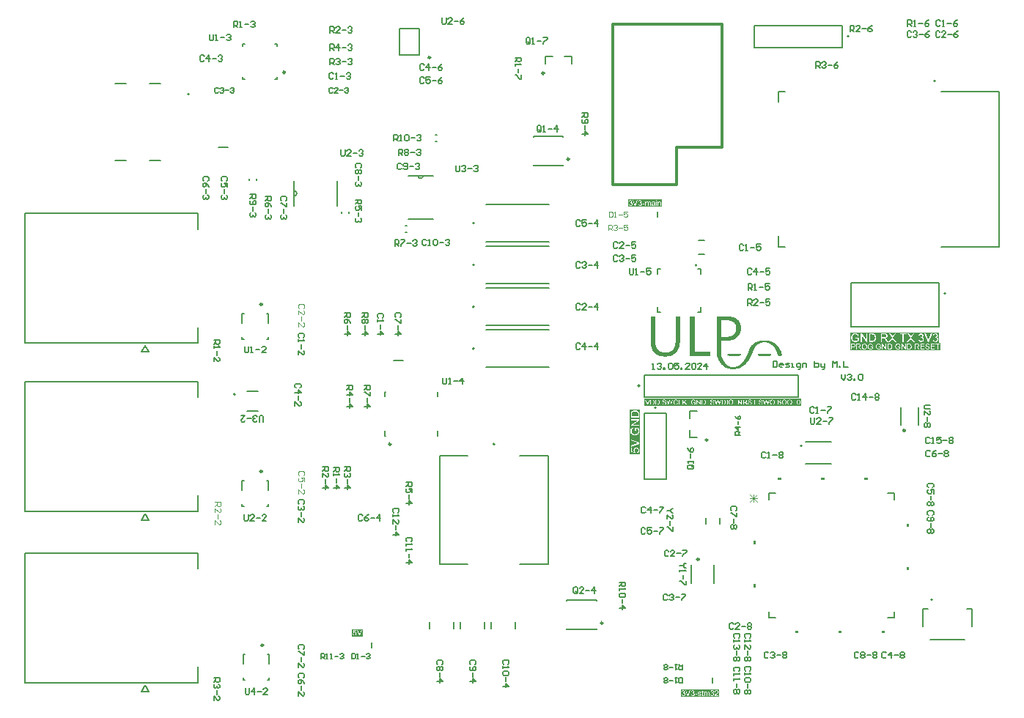
<source format=gbr>
%TF.GenerationSoftware,Altium Limited,Altium Designer,24.4.1 (13)*%
G04 Layer_Color=65535*
%FSLAX45Y45*%
%MOMM*%
%TF.SameCoordinates,7BA59CB3-8EBC-4C6A-B4C6-80429C3BB8AE*%
%TF.FilePolarity,Positive*%
%TF.FileFunction,Legend,Top*%
%TF.Part,Single*%
G01*
G75*
%TA.AperFunction,NonConductor*%
%ADD93C,0.20000*%
%ADD94C,0.25000*%
%ADD95C,0.15240*%
%ADD96C,0.12700*%
%ADD97C,0.35000*%
%ADD98C,0.15000*%
%ADD99C,0.07620*%
%ADD100C,0.10000*%
%ADD101C,0.12000*%
%ADD102C,0.14000*%
%ADD103R,0.15000X0.80000*%
G36*
X10440502Y3697340D02*
X10402402D01*
Y3671940D01*
X10440502D01*
Y3697340D01*
D02*
G37*
G36*
X9950792Y4237050D02*
X9925392D01*
Y4198950D01*
X9950792D01*
Y4237050D01*
D02*
G37*
G36*
Y4737050D02*
X9925392D01*
Y4698950D01*
X9950792D01*
Y4737050D01*
D02*
G37*
G36*
X10940502Y3697340D02*
X10902402D01*
Y3671940D01*
X10940502D01*
Y3697340D01*
D02*
G37*
G36*
X11440502D02*
X11402402D01*
Y3671940D01*
X11440502D01*
Y3697340D01*
D02*
G37*
G36*
X11692112Y4437050D02*
X11717512D01*
Y4398950D01*
X11692112D01*
Y4437050D01*
D02*
G37*
G36*
Y4937050D02*
X11717512D01*
Y4898950D01*
X11692112D01*
Y4937050D01*
D02*
G37*
G36*
X9071834Y7027025D02*
X9069354D01*
Y7007188D01*
X9066874D01*
Y6992310D01*
X9064395D01*
Y6982392D01*
X9061915D01*
Y6972473D01*
X9059435D01*
Y6965034D01*
X9056956D01*
Y6957595D01*
X9054476D01*
Y6952636D01*
X9051996D01*
Y6947677D01*
X9049517D01*
Y6942718D01*
X9047037D01*
Y6937759D01*
X9044558D01*
Y6935279D01*
X9042078D01*
Y6930320D01*
X9039598D01*
Y6925360D01*
X9037119D01*
Y6922881D01*
X9034639D01*
Y6920401D01*
X9032159D01*
Y6917921D01*
X9029680D01*
Y6915442D01*
X9027200D01*
Y6912962D01*
X9024721D01*
Y6910483D01*
X9022241D01*
Y6908003D01*
X9019761D01*
Y6905523D01*
X9017282D01*
Y6903044D01*
X9014802D01*
Y6900564D01*
X9012323D01*
Y6898085D01*
X9007363D01*
Y6895605D01*
X9004884D01*
Y6893125D01*
X9002404D01*
Y6890646D01*
X8997445D01*
Y6888166D01*
X8992486D01*
Y6885687D01*
X8987526D01*
Y6883207D01*
X8982567D01*
Y6880727D01*
X8977608D01*
Y6878248D01*
X8970169D01*
Y6875768D01*
X8962730D01*
Y6873288D01*
X8952812D01*
Y6870809D01*
X8940414D01*
Y6868329D01*
X8918097D01*
Y6865850D01*
X8880903D01*
Y6868329D01*
X8858586D01*
Y6870809D01*
X8846188D01*
Y6873288D01*
X8836270D01*
Y6875768D01*
X8828831D01*
Y6878248D01*
X8823871D01*
Y6880727D01*
X8816433D01*
Y6883207D01*
X8811473D01*
Y6885687D01*
X8806514D01*
Y6888166D01*
X8804034D01*
Y6890646D01*
X8799075D01*
Y6893125D01*
X8796596D01*
Y6895605D01*
X8791636D01*
Y6898085D01*
X8789157D01*
Y6900564D01*
X8786677D01*
Y6903044D01*
X8784198D01*
Y6905523D01*
X8781718D01*
Y6908003D01*
X8779238D01*
Y6910483D01*
X8776759D01*
Y6912962D01*
X8774279D01*
Y6915442D01*
X8771800D01*
Y6917921D01*
X8769320D01*
Y6920401D01*
X8766840D01*
Y6922881D01*
X8764361D01*
Y6927840D01*
X8761881D01*
Y6930320D01*
X8759401D01*
Y6935279D01*
X8756922D01*
Y6940238D01*
X8754442D01*
Y6945197D01*
X8751962D01*
Y6950157D01*
X8749483D01*
Y6955116D01*
X8747003D01*
Y6962555D01*
X8744524D01*
Y6969993D01*
X8742044D01*
Y6979912D01*
X8739564D01*
Y6992310D01*
X8737085D01*
Y7007188D01*
X8734605D01*
Y7051821D01*
X8732126D01*
Y7324579D01*
X8734605D01*
Y7329538D01*
X8784198D01*
Y7031984D01*
X8786677D01*
Y7012147D01*
X8789157D01*
Y6999749D01*
X8791636D01*
Y6994790D01*
Y6992310D01*
Y6989831D01*
X8794116D01*
Y6982392D01*
X8796596D01*
Y6977432D01*
X8799075D01*
Y6972473D01*
X8801555D01*
Y6967514D01*
X8804034D01*
Y6962555D01*
X8806514D01*
Y6957595D01*
X8808994D01*
Y6955116D01*
X8811473D01*
Y6950157D01*
X8813953D01*
Y6947677D01*
X8816433D01*
Y6945197D01*
X8818912D01*
Y6942718D01*
X8821392D01*
Y6940238D01*
X8823871D01*
Y6937759D01*
X8826351D01*
Y6935279D01*
X8828831D01*
Y6932799D01*
X8833790D01*
Y6930320D01*
X8838749D01*
Y6927840D01*
X8841229D01*
Y6925360D01*
X8846188D01*
Y6922881D01*
X8851147D01*
Y6920401D01*
X8861066D01*
Y6917921D01*
X8868505D01*
Y6915442D01*
X8883382D01*
Y6912962D01*
X8925536D01*
Y6915442D01*
X8940414D01*
Y6917921D01*
X8947853D01*
Y6920401D01*
X8955291D01*
Y6922881D01*
X8960251D01*
Y6925360D01*
X8967689D01*
Y6927840D01*
X8970169D01*
Y6930320D01*
X8975128D01*
Y6932799D01*
X8977608D01*
Y6935279D01*
X8980087D01*
Y6937759D01*
X8982567D01*
Y6940238D01*
X8985047D01*
Y6942718D01*
X8987526D01*
Y6945197D01*
X8990006D01*
Y6947677D01*
X8992486D01*
Y6950157D01*
X8994965D01*
Y6952636D01*
X8997445D01*
Y6957595D01*
X8999924D01*
Y6962555D01*
X9002404D01*
Y6965034D01*
X9004884D01*
Y6972473D01*
X9007363D01*
Y6977432D01*
X9009843D01*
Y6984871D01*
X9012323D01*
Y6992310D01*
X9014802D01*
Y7004708D01*
X9017282D01*
Y7022065D01*
X9019761D01*
Y7327059D01*
X9022241D01*
Y7329538D01*
X9071834D01*
Y7027025D01*
D02*
G37*
G36*
X9649585Y7327059D02*
X9666942D01*
Y7324579D01*
X9676861D01*
Y7322099D01*
X9686779D01*
Y7319620D01*
X9694218D01*
Y7317140D01*
X9699177D01*
Y7314661D01*
X9706616D01*
Y7312181D01*
X9711575D01*
Y7309701D01*
X9716535D01*
Y7307222D01*
X9719014D01*
Y7304742D01*
X9723973D01*
Y7302263D01*
X9726453D01*
Y7299783D01*
X9728933D01*
Y7297303D01*
X9733892D01*
Y7294824D01*
X9736371D01*
Y7292344D01*
X9738851D01*
Y7289865D01*
X9741331D01*
Y7287385D01*
X9743810D01*
Y7284905D01*
X9746290D01*
Y7282426D01*
X9748770D01*
Y7277466D01*
X9751249D01*
Y7274987D01*
X9753729D01*
Y7272507D01*
X9756209D01*
Y7267548D01*
X9758688D01*
Y7262589D01*
X9761168D01*
Y7257629D01*
X9763647D01*
Y7252670D01*
X9766127D01*
Y7247711D01*
X9768607D01*
Y7240272D01*
X9771086D01*
Y7227874D01*
X9773566D01*
Y7212996D01*
X9776045D01*
Y7175802D01*
X9773566D01*
Y7160924D01*
X9771086D01*
Y7148526D01*
X9768607D01*
Y7143567D01*
X9766127D01*
Y7136128D01*
X9763647D01*
Y7131169D01*
X9761168D01*
Y7126210D01*
X9758688D01*
Y7121250D01*
X9756209D01*
Y7116291D01*
X9753729D01*
Y7113812D01*
X9751249D01*
Y7108852D01*
X9748770D01*
Y7106373D01*
X9746290D01*
Y7103893D01*
X9743810D01*
Y7101413D01*
X9741331D01*
Y7096454D01*
X9738851D01*
Y7093974D01*
X9736371D01*
Y7091495D01*
X9733892D01*
Y7089015D01*
X9728933D01*
Y7086536D01*
X9726453D01*
Y7084056D01*
X9723973D01*
Y7081576D01*
X9721494D01*
Y7079097D01*
X9719014D01*
Y7076617D01*
X9714055D01*
Y7074137D01*
X9711575D01*
Y7071658D01*
X9706616D01*
Y7069178D01*
X9701657D01*
Y7066699D01*
X9696698D01*
Y7064219D01*
X9691738D01*
Y7061739D01*
X9686779D01*
Y7059260D01*
X9679340D01*
Y7056780D01*
X9671901D01*
Y7054301D01*
X9661983D01*
Y7051821D01*
X9649585D01*
Y7049341D01*
X9622309D01*
Y7046862D01*
X9550400D01*
Y6870809D01*
X9552880D01*
Y6863370D01*
X9555359D01*
Y6855931D01*
X9557839D01*
Y6850972D01*
X9560318D01*
Y6846012D01*
X9562798D01*
Y6838574D01*
X9565278D01*
Y6833614D01*
X9567757D01*
Y6828655D01*
X9570237D01*
Y6826176D01*
X9572717D01*
Y6821216D01*
X9575196D01*
Y6816257D01*
X9577676D01*
Y6811298D01*
X9580155D01*
Y6808818D01*
X9582635D01*
Y6803859D01*
X9585115D01*
Y6801379D01*
X9587594D01*
Y6796420D01*
X9590074D01*
Y6793940D01*
X9592554D01*
Y6791461D01*
X9595033D01*
Y6788981D01*
X9597513D01*
Y6784022D01*
X9599992D01*
Y6781542D01*
X9602472D01*
Y6779063D01*
X9604952D01*
Y6776583D01*
X9607431D01*
Y6774104D01*
X9609911D01*
Y6771624D01*
X9612390D01*
Y6769144D01*
X9617350D01*
Y6766665D01*
X9619829D01*
Y6764185D01*
X9622309D01*
Y6761706D01*
X9624789D01*
Y6759226D01*
X9629748D01*
Y6756746D01*
X9632227D01*
Y6754267D01*
X9637187D01*
Y6751787D01*
X9642146D01*
Y6749307D01*
X9647105D01*
Y6746828D01*
X9654544D01*
Y6744348D01*
X9666942D01*
Y6741868D01*
X9696698D01*
Y6744348D01*
X9711575D01*
Y6746828D01*
X9721494D01*
Y6749307D01*
X9726453D01*
Y6751787D01*
X9733892D01*
Y6754267D01*
X9738851D01*
Y6756746D01*
X9743810D01*
Y6759226D01*
X9746290D01*
Y6761706D01*
X9751249D01*
Y6764185D01*
X9756209D01*
Y6766665D01*
X9758688D01*
Y6769144D01*
X9763647D01*
Y6771624D01*
X9766127D01*
Y6774104D01*
X9768607D01*
Y6776583D01*
X9773566D01*
Y6779063D01*
X9776045D01*
Y6781542D01*
X9778525D01*
Y6784022D01*
X9781005D01*
Y6786502D01*
X9783484D01*
Y6788981D01*
X9785964D01*
Y6791461D01*
X9788443D01*
Y6793940D01*
X9790923D01*
Y6796420D01*
X9793403D01*
Y6798900D01*
X9795882D01*
Y6801379D01*
X9798362D01*
Y6806339D01*
X9800842D01*
Y6808818D01*
X9803321D01*
Y6811298D01*
X9805801D01*
Y6813778D01*
X9808280D01*
Y6818737D01*
X9810760D01*
Y6821216D01*
X9813240D01*
Y6826176D01*
X9815719D01*
Y6828655D01*
X9818199D01*
Y6833614D01*
X9820679D01*
Y6836094D01*
X9823158D01*
Y6841053D01*
X9825638D01*
Y6843533D01*
X9828118D01*
Y6848492D01*
X9830597D01*
Y6853451D01*
X9833077D01*
Y6858411D01*
X9835556D01*
Y6863370D01*
X9838036D01*
Y6868329D01*
X9840515D01*
Y6873288D01*
X9842995D01*
Y6878248D01*
X9845475D01*
Y6883207D01*
X9847954D01*
Y6888166D01*
X9850434D01*
Y6895605D01*
X9852914D01*
Y6903044D01*
X9855393D01*
Y6908003D01*
X9857873D01*
Y6915442D01*
X9860352D01*
Y6922881D01*
X9862832D01*
Y6927840D01*
X9865312D01*
Y6935279D01*
X9867791D01*
Y6940238D01*
X9870271D01*
Y6947677D01*
X9872751D01*
Y6952636D01*
X9875230D01*
Y6957595D01*
X9877710D01*
Y6962555D01*
X9880190D01*
Y6965034D01*
X9882669D01*
Y6969993D01*
X9885149D01*
Y6974953D01*
X9887628D01*
Y6977432D01*
X9890108D01*
Y6982392D01*
X9892588D01*
Y6984871D01*
X9895067D01*
Y6987351D01*
X9897547D01*
Y6992310D01*
X9900026D01*
Y6994790D01*
X9902506D01*
Y6997269D01*
X9904986D01*
Y6999749D01*
X9907465D01*
Y7002229D01*
X9909945D01*
Y7004708D01*
X9912424D01*
Y7007188D01*
X9914904D01*
Y7009667D01*
X9917384D01*
Y7012147D01*
X9919863D01*
Y7014627D01*
X9924823D01*
Y7017106D01*
X9927302D01*
Y7019586D01*
X9929782D01*
Y7022065D01*
X9934741D01*
Y7024545D01*
X9939700D01*
Y7027025D01*
X9942180D01*
Y7029504D01*
X9947139D01*
Y7031984D01*
X9952098D01*
Y7034464D01*
X9959537D01*
Y7036943D01*
X9964496D01*
Y7039423D01*
X9971935D01*
Y7041903D01*
X9979374D01*
Y7044382D01*
X9989293D01*
Y7046862D01*
X10001691D01*
Y7049341D01*
X10016568D01*
Y7051821D01*
X10081039D01*
Y7049341D01*
X10095916D01*
Y7046862D01*
X10108315D01*
Y7044382D01*
X10115753D01*
Y7041903D01*
X10123192D01*
Y7039423D01*
X10130631D01*
Y7036943D01*
X10135590D01*
Y7034464D01*
X10140549D01*
Y7031984D01*
X10145509D01*
Y7029504D01*
X10150468D01*
Y7027025D01*
X10155427D01*
Y7024545D01*
X10157907D01*
Y7022065D01*
X10162866D01*
Y7019586D01*
X10165346D01*
Y7017106D01*
X10170305D01*
Y7014627D01*
X10172785D01*
Y7012147D01*
X10175264D01*
Y7009667D01*
X10177744D01*
Y7007188D01*
X10182703D01*
Y7004708D01*
X10185183D01*
Y7002229D01*
X10187662D01*
Y6999749D01*
X10190142D01*
Y6997269D01*
X10192621D01*
Y6994790D01*
X10195101D01*
Y6992310D01*
X10197581D01*
Y6989831D01*
X10200060D01*
Y6987351D01*
X10202540D01*
Y6982392D01*
X10205020D01*
Y6979912D01*
X10207499D01*
Y6977432D01*
X10209979D01*
Y6974953D01*
X10212458D01*
Y6969993D01*
X10214938D01*
Y6967514D01*
X10217418D01*
Y6962555D01*
X10219897D01*
Y6960075D01*
X10222377D01*
Y6955116D01*
X10224857D01*
Y6952636D01*
X10227336D01*
Y6947677D01*
X10229816D01*
Y6942718D01*
X10232296D01*
Y6937759D01*
X10234775D01*
Y6932799D01*
X10237255D01*
Y6927840D01*
X10239734D01*
Y6920401D01*
X10242214D01*
Y6915442D01*
X10244694D01*
Y6908003D01*
X10247173D01*
Y6900564D01*
X10249653D01*
Y6893125D01*
X10252132D01*
Y6883207D01*
X10249653D01*
Y6880727D01*
X10247173D01*
Y6878248D01*
X10239734D01*
Y6875768D01*
X10212458D01*
Y6878248D01*
X10207499D01*
Y6880727D01*
X10202540D01*
Y6885687D01*
X10200060D01*
Y6895605D01*
X10197581D01*
Y6900564D01*
X10195101D01*
Y6910483D01*
X10192621D01*
Y6915442D01*
X10190142D01*
Y6922881D01*
X10187662D01*
Y6925360D01*
X10185183D01*
Y6932799D01*
X10182703D01*
Y6937759D01*
X10180223D01*
Y6942718D01*
X10177744D01*
Y6945197D01*
X10175264D01*
Y6950157D01*
X10172785D01*
Y6955116D01*
X10170305D01*
Y6957595D01*
X10167825D01*
Y6962555D01*
X10165346D01*
Y6965034D01*
X10162866D01*
Y6969993D01*
X10160386D01*
Y6972473D01*
X10157907D01*
Y6974953D01*
X10155427D01*
Y6979912D01*
X10152948D01*
Y6982392D01*
X10150468D01*
Y6984871D01*
X10147988D01*
Y6987351D01*
X10145509D01*
Y6989831D01*
X10143029D01*
Y6992310D01*
X10140549D01*
Y6994790D01*
X10138070D01*
Y6997269D01*
X10133111D01*
Y6999749D01*
X10130631D01*
Y7002229D01*
X10128151D01*
Y7004708D01*
X10123192D01*
Y7007188D01*
X10120713D01*
Y7009667D01*
X10118233D01*
Y7012147D01*
X10113274D01*
Y7014627D01*
X10108315D01*
Y7017106D01*
X10103355D01*
Y7019586D01*
X10098396D01*
Y7022065D01*
X10090957D01*
Y7024545D01*
X10083518D01*
Y7027025D01*
X10071120D01*
Y7029504D01*
X10024007D01*
Y7027025D01*
X10011609D01*
Y7024545D01*
X10004170D01*
Y7022065D01*
X9996732D01*
Y7019586D01*
X9989293D01*
Y7017106D01*
X9986813D01*
Y7014627D01*
X9981854D01*
Y7012147D01*
X9976895D01*
Y7009667D01*
X9974415D01*
Y7007188D01*
X9969456D01*
Y7004708D01*
X9966976D01*
Y7002229D01*
X9964496D01*
Y6999749D01*
X9962017D01*
Y6997269D01*
X9957058D01*
Y6992310D01*
X9954578D01*
Y6989831D01*
X9952098D01*
Y6987351D01*
X9949619D01*
Y6984871D01*
X9947139D01*
Y6982392D01*
X9944660D01*
Y6979912D01*
X9942180D01*
Y6974953D01*
X9939700D01*
Y6972473D01*
X9937221D01*
Y6967514D01*
X9934741D01*
Y6965034D01*
X9932262D01*
Y6960075D01*
X9929782D01*
Y6955116D01*
X9927302D01*
Y6950157D01*
X9924823D01*
Y6945197D01*
X9922343D01*
Y6940238D01*
X9919863D01*
Y6935279D01*
X9917384D01*
Y6930320D01*
X9914904D01*
Y6922881D01*
X9912424D01*
Y6915442D01*
X9909945D01*
Y6908003D01*
X9907465D01*
Y6903044D01*
X9904986D01*
Y6895605D01*
X9902506D01*
Y6890646D01*
X9900026D01*
Y6883207D01*
X9897547D01*
Y6878248D01*
X9895067D01*
Y6870809D01*
X9892588D01*
Y6868329D01*
X9890108D01*
Y6863370D01*
X9887628D01*
Y6858411D01*
X9885149D01*
Y6853451D01*
X9882669D01*
Y6848492D01*
X9880190D01*
Y6843533D01*
X9877710D01*
Y6841053D01*
X9875230D01*
Y6836094D01*
X9872751D01*
Y6831135D01*
X9870271D01*
Y6828655D01*
X9867791D01*
Y6823696D01*
X9865312D01*
Y6821216D01*
X9862832D01*
Y6816257D01*
X9860352D01*
Y6813778D01*
X9857873D01*
Y6811298D01*
X9855393D01*
Y6806339D01*
X9852914D01*
Y6803859D01*
X9850434D01*
Y6801379D01*
X9847954D01*
Y6796420D01*
X9845475D01*
Y6793940D01*
X9842995D01*
Y6791461D01*
X9840515D01*
Y6788981D01*
X9838036D01*
Y6786502D01*
X9835556D01*
Y6784022D01*
X9833077D01*
Y6781542D01*
X9830597D01*
Y6779063D01*
X9828118D01*
Y6776583D01*
X9825638D01*
Y6774104D01*
X9823158D01*
Y6771624D01*
X9820679D01*
Y6769144D01*
X9815719D01*
Y6766665D01*
X9813240D01*
Y6764185D01*
X9810760D01*
Y6761706D01*
X9808280D01*
Y6759226D01*
X9803321D01*
Y6756746D01*
X9800842D01*
Y6754267D01*
X9795882D01*
Y6751787D01*
X9793403D01*
Y6749307D01*
X9788443D01*
Y6746828D01*
X9783484D01*
Y6744348D01*
X9778525D01*
Y6741868D01*
X9773566D01*
Y6739389D01*
X9768607D01*
Y6736909D01*
X9763647D01*
Y6734430D01*
X9756209D01*
Y6731950D01*
X9748770D01*
Y6729470D01*
X9741331D01*
Y6726991D01*
X9731412D01*
Y6724511D01*
X9719014D01*
Y6722032D01*
X9686779D01*
Y6719552D01*
X9674381D01*
Y6722032D01*
X9647105D01*
Y6724511D01*
X9634707D01*
Y6726991D01*
X9624789D01*
Y6729470D01*
X9617350D01*
Y6731950D01*
X9612390D01*
Y6734430D01*
X9604952D01*
Y6736909D01*
X9599992D01*
Y6739389D01*
X9595033D01*
Y6741868D01*
X9592554D01*
Y6744348D01*
X9587594D01*
Y6746828D01*
X9585115D01*
Y6749307D01*
X9580155D01*
Y6751787D01*
X9577676D01*
Y6754267D01*
X9572717D01*
Y6756746D01*
X9570237D01*
Y6759226D01*
X9567757D01*
Y6761706D01*
X9565278D01*
Y6764185D01*
X9562798D01*
Y6766665D01*
X9560318D01*
Y6769144D01*
X9557839D01*
Y6771624D01*
X9555359D01*
Y6774104D01*
X9552880D01*
Y6776583D01*
X9550400D01*
Y6779063D01*
X9547920D01*
Y6781542D01*
X9545441D01*
Y6786502D01*
X9542961D01*
Y6788981D01*
X9540482D01*
Y6791461D01*
X9538002D01*
Y6796420D01*
X9535522D01*
Y6798900D01*
X9533043D01*
Y6803859D01*
X9530563D01*
Y6806339D01*
X9528084D01*
Y6811298D01*
X9525604D01*
Y6813778D01*
X9523124D01*
Y6818737D01*
X9520645D01*
Y6823696D01*
X9518165D01*
Y6828655D01*
X9515685D01*
Y6833614D01*
X9513206D01*
Y6841053D01*
X9510726D01*
Y6846012D01*
X9508246D01*
Y6850972D01*
X9505767D01*
Y6858411D01*
X9503287D01*
Y6865850D01*
X9500808D01*
Y6870809D01*
X9498328D01*
Y6875768D01*
X9495848D01*
Y7327059D01*
X9498328D01*
Y7329538D01*
X9649585D01*
Y7327059D01*
D02*
G37*
G36*
X10110794Y6895605D02*
X10120713D01*
Y6893125D01*
X10125672D01*
Y6890646D01*
X10128151D01*
Y6883207D01*
X10125672D01*
Y6880727D01*
X10123192D01*
Y6878248D01*
X10118233D01*
Y6875768D01*
X10103355D01*
Y6873288D01*
X9999211D01*
Y6875768D01*
X9984333D01*
Y6878248D01*
X9976895D01*
Y6880727D01*
X9974415D01*
Y6883207D01*
X9971935D01*
Y6885687D01*
Y6888166D01*
X9974415D01*
Y6893125D01*
X9981854D01*
Y6895605D01*
X9991772D01*
Y6898085D01*
X10110794D01*
Y6895605D01*
D02*
G37*
G36*
X9756209D02*
X9768607D01*
Y6893125D01*
X9773566D01*
Y6890646D01*
X9776045D01*
Y6883207D01*
X9773566D01*
Y6880727D01*
X9771086D01*
Y6878248D01*
X9763647D01*
Y6875768D01*
X9751249D01*
Y6873288D01*
X9644626D01*
Y6875768D01*
X9632227D01*
Y6878248D01*
X9624789D01*
Y6880727D01*
X9622309D01*
Y6883207D01*
X9619829D01*
Y6890646D01*
X9622309D01*
Y6893125D01*
X9627268D01*
Y6895605D01*
X9639666D01*
Y6898085D01*
X9756209D01*
Y6895605D01*
D02*
G37*
G36*
X9240448Y6979912D02*
Y6977432D01*
Y6922881D01*
X9242927D01*
Y6920401D01*
X9423939D01*
Y6873288D01*
X9190855D01*
Y6875768D01*
X9188376D01*
Y7329538D01*
X9240448D01*
Y6979912D01*
D02*
G37*
G36*
X11240502Y5438660D02*
X11202402D01*
Y5464060D01*
X11240502D01*
Y5438660D01*
D02*
G37*
G36*
X10740502D02*
X10702402D01*
Y5464060D01*
X10740502D01*
Y5438660D01*
D02*
G37*
G36*
X10240502D02*
X10202402D01*
Y5464060D01*
X10240502D01*
Y5438660D01*
D02*
G37*
G36*
X12065823Y7024529D02*
X12083043D01*
Y6938377D01*
X11039000D01*
Y7024041D01*
Y7144864D01*
X12065823D01*
Y7024529D01*
D02*
G37*
G36*
X8612218Y5740400D02*
X8491536D01*
Y6253891D01*
X8612218D01*
Y5740400D01*
D02*
G37*
G36*
X10471150Y6299200D02*
X8661400D01*
Y6378810D01*
X10471150D01*
Y6299200D01*
D02*
G37*
G36*
X9524133Y2933700D02*
X9080500D01*
Y3019066D01*
X9524133D01*
Y2933700D01*
D02*
G37*
G36*
X8863405Y8597900D02*
X8470900D01*
Y8683266D01*
X8863405D01*
Y8597900D01*
D02*
G37*
G36*
X5408091Y3632200D02*
X5283200D01*
Y3717243D01*
X5408091D01*
Y3632200D01*
D02*
G37*
%LPC*%
G36*
X9639666Y7282426D02*
X9550400D01*
Y7093974D01*
X9632227D01*
Y7096454D01*
X9647105D01*
Y7098934D01*
X9657024D01*
Y7101413D01*
X9664463D01*
Y7103893D01*
X9669422D01*
Y7106373D01*
X9674381D01*
Y7108852D01*
X9679340D01*
Y7111332D01*
X9681820D01*
Y7113812D01*
X9686779D01*
Y7116291D01*
X9689259D01*
Y7118771D01*
X9691738D01*
Y7121250D01*
X9694218D01*
Y7123730D01*
X9696698D01*
Y7126210D01*
X9699177D01*
Y7128689D01*
X9701657D01*
Y7131169D01*
X9704137D01*
Y7136128D01*
X9706616D01*
Y7138608D01*
X9709096D01*
Y7143567D01*
X9711575D01*
Y7148526D01*
X9714055D01*
Y7153485D01*
X9716535D01*
Y7163404D01*
X9719014D01*
Y7175802D01*
X9721494D01*
Y7190680D01*
Y7193159D01*
Y7205557D01*
X9719014D01*
Y7220435D01*
X9716535D01*
Y7227874D01*
X9714055D01*
Y7235313D01*
X9711575D01*
Y7240272D01*
X9709096D01*
Y7245231D01*
X9706616D01*
Y7247711D01*
X9704137D01*
Y7250190D01*
X9701657D01*
Y7255150D01*
X9699177D01*
Y7257629D01*
X9696698D01*
Y7260109D01*
X9691738D01*
Y7262589D01*
X9689259D01*
Y7265068D01*
X9684299D01*
Y7267548D01*
X9681820D01*
Y7270028D01*
X9676861D01*
Y7272507D01*
X9669422D01*
Y7274987D01*
X9661983D01*
Y7277466D01*
X9652065D01*
Y7279946D01*
X9639666D01*
Y7282426D01*
D02*
G37*
G36*
X11098743Y7134864D02*
X11097688D01*
X11095014Y7134794D01*
X11092411Y7134583D01*
X11089948Y7134301D01*
X11087556Y7133949D01*
X11085305Y7133457D01*
X11083194Y7132964D01*
X11081224Y7132402D01*
X11079395Y7131909D01*
X11077776Y7131346D01*
X11076299Y7130783D01*
X11075032Y7130291D01*
X11073977Y7129798D01*
X11073133Y7129446D01*
X11072500Y7129165D01*
X11072148Y7128954D01*
X11072007Y7128884D01*
X11069967Y7127688D01*
X11068067Y7126351D01*
X11066308Y7124944D01*
X11064619Y7123466D01*
X11063072Y7121989D01*
X11061664Y7120441D01*
X11060398Y7118963D01*
X11059272Y7117486D01*
X11058287Y7116078D01*
X11057373Y7114742D01*
X11056599Y7113546D01*
X11056036Y7112561D01*
X11055543Y7111716D01*
X11055192Y7111083D01*
X11054980Y7110661D01*
X11054910Y7110591D01*
Y7110520D01*
X11053855Y7108198D01*
X11052940Y7105877D01*
X11052166Y7103484D01*
X11051463Y7101163D01*
X11050900Y7098911D01*
X11050478Y7096730D01*
X11050055Y7094619D01*
X11049774Y7092649D01*
X11049493Y7090820D01*
X11049281Y7089131D01*
X11049211Y7087654D01*
X11049070Y7086387D01*
Y7085402D01*
X11049000Y7084980D01*
Y7083995D01*
X11049070Y7081322D01*
X11049281Y7078789D01*
X11049563Y7076326D01*
X11049915Y7073934D01*
X11050407Y7071612D01*
X11050900Y7069501D01*
X11051392Y7067531D01*
X11051955Y7065632D01*
X11052518Y7064014D01*
X11053010Y7062466D01*
X11053573Y7061199D01*
X11053995Y7060074D01*
X11054347Y7059229D01*
X11054629Y7058596D01*
X11054840Y7058174D01*
X11054910Y7058033D01*
X11056106Y7055922D01*
X11057373Y7053952D01*
X11058780Y7052123D01*
X11060187Y7050364D01*
X11061664Y7048746D01*
X11063142Y7047339D01*
X11064619Y7046002D01*
X11066027Y7044806D01*
X11067363Y7043750D01*
X11068630Y7042836D01*
X11069756Y7042062D01*
X11070741Y7041429D01*
X11071515Y7040936D01*
X11072148Y7040584D01*
X11072500Y7040373D01*
X11072640Y7040303D01*
X11074892Y7039248D01*
X11077143Y7038263D01*
X11079395Y7037489D01*
X11081646Y7036785D01*
X11083898Y7036152D01*
X11086079Y7035659D01*
X11088119Y7035307D01*
X11090089Y7034956D01*
X11091918Y7034674D01*
X11093607Y7034534D01*
X11095084Y7034393D01*
X11096351Y7034252D01*
X11097336D01*
X11097758Y7034182D01*
X11098743D01*
X11100713Y7034252D01*
X11102683Y7034322D01*
X11106482Y7034745D01*
X11108241Y7035096D01*
X11109930Y7035378D01*
X11111548Y7035730D01*
X11113096Y7036081D01*
X11114433Y7036433D01*
X11115699Y7036785D01*
X11116755Y7037137D01*
X11117669Y7037418D01*
X11118443Y7037629D01*
X11119006Y7037840D01*
X11119288Y7037911D01*
X11119428Y7037981D01*
X11121328Y7038755D01*
X11123157Y7039529D01*
X11126746Y7041358D01*
X11128505Y7042273D01*
X11130123Y7043258D01*
X11131600Y7044173D01*
X11133078Y7045087D01*
X11134344Y7045932D01*
X11135540Y7046705D01*
X11136525Y7047479D01*
X11137440Y7048042D01*
X11138144Y7048605D01*
X11138636Y7048957D01*
X11138918Y7049238D01*
X11139058Y7049309D01*
Y7085473D01*
X11097828D01*
Y7074004D01*
X11126464D01*
Y7055852D01*
X11125620Y7055148D01*
X11124776Y7054515D01*
X11122806Y7053249D01*
X11120765Y7052053D01*
X11118795Y7051068D01*
X11117880Y7050575D01*
X11117036Y7050153D01*
X11116262Y7049801D01*
X11115629Y7049520D01*
X11115066Y7049309D01*
X11114644Y7049098D01*
X11114363Y7049027D01*
X11114292Y7048957D01*
X11112815Y7048394D01*
X11111337Y7047902D01*
X11108382Y7047128D01*
X11105638Y7046565D01*
X11104372Y7046354D01*
X11103176Y7046213D01*
X11102050Y7046072D01*
X11101065Y7045932D01*
X11100150Y7045861D01*
X11099376D01*
X11098813Y7045791D01*
X11097969D01*
X11096210Y7045861D01*
X11094451Y7046002D01*
X11092763Y7046213D01*
X11091074Y7046424D01*
X11089526Y7046776D01*
X11088049Y7047128D01*
X11086642Y7047479D01*
X11085305Y7047902D01*
X11084109Y7048324D01*
X11083053Y7048676D01*
X11082068Y7049027D01*
X11081294Y7049379D01*
X11080661Y7049590D01*
X11080239Y7049801D01*
X11079887Y7049942D01*
X11079817Y7050012D01*
X11078269Y7050857D01*
X11076791Y7051771D01*
X11075455Y7052756D01*
X11074188Y7053812D01*
X11072992Y7054867D01*
X11071937Y7055993D01*
X11070952Y7057048D01*
X11070037Y7058103D01*
X11069263Y7059088D01*
X11068630Y7060003D01*
X11068067Y7060777D01*
X11067575Y7061551D01*
X11067223Y7062114D01*
X11066941Y7062606D01*
X11066801Y7062888D01*
X11066730Y7062958D01*
X11065956Y7064647D01*
X11065253Y7066406D01*
X11064690Y7068235D01*
X11064197Y7070064D01*
X11063775Y7071894D01*
X11063353Y7073723D01*
X11063072Y7075482D01*
X11062861Y7077171D01*
X11062649Y7078718D01*
X11062509Y7080196D01*
X11062438Y7081462D01*
X11062368Y7082588D01*
X11062298Y7083503D01*
Y7084206D01*
Y7084628D01*
Y7084699D01*
Y7084769D01*
X11062368Y7086739D01*
X11062438Y7088639D01*
X11062649Y7090539D01*
X11062861Y7092297D01*
X11063142Y7094056D01*
X11063423Y7095675D01*
X11063775Y7097152D01*
X11064127Y7098559D01*
X11064479Y7099826D01*
X11064831Y7101022D01*
X11065112Y7102007D01*
X11065393Y7102851D01*
X11065604Y7103484D01*
X11065816Y7103977D01*
X11065886Y7104329D01*
X11065956Y7104399D01*
X11066871Y7106299D01*
X11067856Y7108128D01*
X11068911Y7109746D01*
X11069896Y7111153D01*
X11070389Y7111787D01*
X11070811Y7112350D01*
X11071163Y7112772D01*
X11071515Y7113194D01*
X11071796Y7113546D01*
X11072007Y7113757D01*
X11072077Y7113897D01*
X11072148Y7113968D01*
X11073696Y7115516D01*
X11075455Y7116923D01*
X11077143Y7118189D01*
X11078832Y7119174D01*
X11079535Y7119596D01*
X11080239Y7120019D01*
X11080872Y7120300D01*
X11081435Y7120581D01*
X11081857Y7120792D01*
X11082209Y7120933D01*
X11082420Y7121074D01*
X11082490D01*
X11085023Y7121989D01*
X11087627Y7122692D01*
X11090159Y7123185D01*
X11091426Y7123325D01*
X11092622Y7123466D01*
X11093677Y7123607D01*
X11094662Y7123677D01*
X11095577Y7123748D01*
X11096351D01*
X11096984Y7123818D01*
X11097828D01*
X11100502Y7123677D01*
X11103035Y7123396D01*
X11104161Y7123185D01*
X11105286Y7122974D01*
X11106342Y7122762D01*
X11107256Y7122551D01*
X11108101Y7122270D01*
X11108875Y7122059D01*
X11109578Y7121848D01*
X11110141Y7121637D01*
X11110563Y7121426D01*
X11110915Y7121355D01*
X11111126Y7121215D01*
X11111196D01*
X11113307Y7120230D01*
X11115207Y7119104D01*
X11116825Y7117978D01*
X11117458Y7117415D01*
X11118092Y7116852D01*
X11118654Y7116360D01*
X11119147Y7115867D01*
X11119569Y7115445D01*
X11119921Y7115093D01*
X11120132Y7114812D01*
X11120343Y7114601D01*
X11120413Y7114460D01*
X11120484Y7114390D01*
X11121117Y7113546D01*
X11121680Y7112701D01*
X11122735Y7110802D01*
X11123650Y7108832D01*
X11124494Y7107002D01*
X11124776Y7106088D01*
X11125127Y7105314D01*
X11125338Y7104540D01*
X11125550Y7103977D01*
X11125761Y7103414D01*
X11125901Y7103062D01*
X11125972Y7102781D01*
Y7102710D01*
X11137581Y7105877D01*
X11137088Y7107706D01*
X11136525Y7109394D01*
X11135962Y7111013D01*
X11135329Y7112561D01*
X11134766Y7113968D01*
X11134133Y7115234D01*
X11133500Y7116501D01*
X11132937Y7117556D01*
X11132374Y7118541D01*
X11131882Y7119385D01*
X11131389Y7120159D01*
X11130967Y7120722D01*
X11130686Y7121215D01*
X11130404Y7121566D01*
X11130263Y7121777D01*
X11130193Y7121848D01*
X11129278Y7122974D01*
X11128223Y7124029D01*
X11126042Y7125929D01*
X11123791Y7127547D01*
X11122735Y7128250D01*
X11121680Y7128954D01*
X11120624Y7129517D01*
X11119710Y7130009D01*
X11118865Y7130432D01*
X11118162Y7130783D01*
X11117599Y7131065D01*
X11117107Y7131276D01*
X11116825Y7131346D01*
X11116755Y7131417D01*
X11115137Y7132050D01*
X11113518Y7132542D01*
X11111830Y7133035D01*
X11110211Y7133387D01*
X11106975Y7134020D01*
X11105497Y7134231D01*
X11104020Y7134442D01*
X11102683Y7134583D01*
X11101487Y7134653D01*
X11100432Y7134794D01*
X11099447D01*
X11098743Y7134864D01*
D02*
G37*
G36*
X11778753Y7133175D02*
X11764682D01*
X11745192Y7107213D01*
X11743574Y7105103D01*
X11742097Y7103062D01*
X11740830Y7101233D01*
X11739704Y7099615D01*
X11739212Y7098911D01*
X11738790Y7098208D01*
X11738438Y7097645D01*
X11738086Y7097223D01*
X11737875Y7096800D01*
X11737664Y7096519D01*
X11737594Y7096378D01*
X11737523Y7096308D01*
X11737101Y7097152D01*
X11736538Y7098067D01*
X11735342Y7099966D01*
X11734076Y7101937D01*
X11732809Y7103907D01*
X11732176Y7104751D01*
X11731613Y7105595D01*
X11731050Y7106369D01*
X11730628Y7107002D01*
X11730277Y7107495D01*
X11729925Y7107917D01*
X11729784Y7108198D01*
X11729714Y7108269D01*
X11711983Y7133175D01*
X11696575D01*
X11729784Y7086247D01*
X11692142Y7035800D01*
X11707621D01*
X11732317Y7069501D01*
X11732950Y7070346D01*
X11733654Y7071401D01*
X11734357Y7072527D01*
X11735131Y7073723D01*
X11735835Y7074708D01*
X11736398Y7075623D01*
X11736609Y7075904D01*
X11736749Y7076185D01*
X11736890Y7076326D01*
Y7076397D01*
X11738368Y7074215D01*
X11739001Y7073230D01*
X11739634Y7072316D01*
X11740127Y7071612D01*
X11740549Y7070979D01*
X11740830Y7070627D01*
X11740901Y7070486D01*
X11765456Y7035800D01*
X11781427D01*
X11744981Y7086880D01*
X11778753Y7133175D01*
D02*
G37*
G36*
X11567187D02*
X11553115D01*
X11533626Y7107213D01*
X11532008Y7105103D01*
X11530530Y7103062D01*
X11529264Y7101233D01*
X11528138Y7099615D01*
X11527645Y7098911D01*
X11527223Y7098208D01*
X11526872Y7097645D01*
X11526520Y7097223D01*
X11526309Y7096800D01*
X11526098Y7096519D01*
X11526027Y7096378D01*
X11525957Y7096308D01*
X11525535Y7097152D01*
X11524972Y7098067D01*
X11523776Y7099966D01*
X11522509Y7101937D01*
X11521243Y7103907D01*
X11520610Y7104751D01*
X11520047Y7105595D01*
X11519484Y7106369D01*
X11519062Y7107002D01*
X11518710Y7107495D01*
X11518358Y7107917D01*
X11518218Y7108198D01*
X11518147Y7108269D01*
X11500417Y7133175D01*
X11485009D01*
X11518218Y7086247D01*
X11480576Y7035800D01*
X11496055D01*
X11520750Y7069501D01*
X11521384Y7070346D01*
X11522087Y7071401D01*
X11522791Y7072527D01*
X11523565Y7073723D01*
X11524268Y7074708D01*
X11524831Y7075623D01*
X11525042Y7075904D01*
X11525183Y7076185D01*
X11525324Y7076326D01*
Y7076397D01*
X11526801Y7074215D01*
X11527434Y7073230D01*
X11528068Y7072316D01*
X11528560Y7071612D01*
X11528982Y7070979D01*
X11529264Y7070627D01*
X11529334Y7070486D01*
X11553889Y7035800D01*
X11569860D01*
X11533415Y7086880D01*
X11567187Y7133175D01*
D02*
G37*
G36*
X12023318Y7133527D02*
X12022544D01*
X12020433Y7133457D01*
X12018393Y7133246D01*
X12016423Y7132894D01*
X12014593Y7132472D01*
X12012905Y7131979D01*
X12011357Y7131417D01*
X12009879Y7130854D01*
X12008542Y7130220D01*
X12007346Y7129587D01*
X12006291Y7129024D01*
X12005376Y7128461D01*
X12004602Y7127969D01*
X12003969Y7127547D01*
X12003547Y7127195D01*
X12003266Y7126984D01*
X12003195Y7126914D01*
X12001788Y7125647D01*
X12000522Y7124240D01*
X11999396Y7122762D01*
X11998411Y7121215D01*
X11997496Y7119667D01*
X11996652Y7118119D01*
X11995948Y7116571D01*
X11995315Y7115093D01*
X11994823Y7113686D01*
X11994400Y7112420D01*
X11994049Y7111294D01*
X11993767Y7110239D01*
X11993556Y7109394D01*
X11993415Y7108832D01*
X11993275Y7108409D01*
Y7108339D01*
Y7108269D01*
X12005236Y7106158D01*
X12005517Y7107776D01*
X12005869Y7109254D01*
X12006221Y7110591D01*
X12006713Y7111857D01*
X12007135Y7113053D01*
X12007698Y7114108D01*
X12008191Y7115093D01*
X12008683Y7116008D01*
X12009176Y7116712D01*
X12009598Y7117415D01*
X12010020Y7117978D01*
X12010372Y7118400D01*
X12010724Y7118752D01*
X12010935Y7119034D01*
X12011075Y7119174D01*
X12011146Y7119245D01*
X12012060Y7120019D01*
X12012975Y7120722D01*
X12013960Y7121285D01*
X12014945Y7121777D01*
X12015930Y7122270D01*
X12016845Y7122622D01*
X12018674Y7123114D01*
X12019518Y7123325D01*
X12020292Y7123466D01*
X12020996Y7123536D01*
X12021629Y7123607D01*
X12022051Y7123677D01*
X12022755D01*
X12024021Y7123607D01*
X12025288Y7123466D01*
X12026413Y7123255D01*
X12027539Y7122974D01*
X12028524Y7122692D01*
X12029509Y7122270D01*
X12030353Y7121918D01*
X12031127Y7121496D01*
X12031831Y7121074D01*
X12032464Y7120722D01*
X12032957Y7120300D01*
X12033449Y7120019D01*
X12033801Y7119737D01*
X12034012Y7119526D01*
X12034153Y7119385D01*
X12034223Y7119315D01*
X12034997Y7118471D01*
X12035701Y7117626D01*
X12036334Y7116712D01*
X12036826Y7115797D01*
X12037248Y7114882D01*
X12037600Y7113968D01*
X12038163Y7112279D01*
X12038374Y7111505D01*
X12038515Y7110802D01*
X12038585Y7110098D01*
X12038656Y7109606D01*
X12038726Y7109113D01*
Y7108761D01*
Y7108550D01*
Y7108480D01*
X12038656Y7107002D01*
X12038445Y7105595D01*
X12038163Y7104258D01*
X12037741Y7103062D01*
X12037319Y7101937D01*
X12036826Y7100952D01*
X12036263Y7100037D01*
X12035701Y7099193D01*
X12035067Y7098489D01*
X12034575Y7097856D01*
X12034012Y7097363D01*
X12033590Y7096941D01*
X12033168Y7096589D01*
X12032886Y7096378D01*
X12032675Y7096238D01*
X12032605Y7096167D01*
X12031479Y7095464D01*
X12030283Y7094901D01*
X12029087Y7094338D01*
X12027891Y7093916D01*
X12025569Y7093212D01*
X12024514Y7092931D01*
X12023458Y7092720D01*
X12022473Y7092579D01*
X12021629Y7092438D01*
X12020855Y7092368D01*
X12020151Y7092297D01*
X12019659Y7092227D01*
X12018322D01*
X12017689Y7092297D01*
X12017408D01*
X12017196Y7092368D01*
X12016985D01*
X12015649Y7081884D01*
X12017478Y7082307D01*
X12019096Y7082588D01*
X12020503Y7082870D01*
X12021770Y7083010D01*
X12022755Y7083081D01*
X12023458Y7083151D01*
X12024092D01*
X12025639Y7083081D01*
X12027047Y7082940D01*
X12028454Y7082658D01*
X12029720Y7082307D01*
X12030916Y7081884D01*
X12032042Y7081462D01*
X12033097Y7080970D01*
X12034012Y7080477D01*
X12034856Y7079985D01*
X12035630Y7079492D01*
X12036263Y7079070D01*
X12036756Y7078648D01*
X12037178Y7078296D01*
X12037530Y7078015D01*
X12037671Y7077874D01*
X12037741Y7077804D01*
X12038726Y7076748D01*
X12039500Y7075693D01*
X12040274Y7074567D01*
X12040907Y7073442D01*
X12041400Y7072316D01*
X12041822Y7071190D01*
X12042174Y7070064D01*
X12042455Y7069009D01*
X12042736Y7068024D01*
X12042877Y7067109D01*
X12043018Y7066265D01*
X12043088Y7065632D01*
X12043159Y7064999D01*
Y7064576D01*
Y7064295D01*
Y7064225D01*
X12043088Y7062677D01*
X12042877Y7061129D01*
X12042596Y7059722D01*
X12042244Y7058385D01*
X12041822Y7057048D01*
X12041329Y7055922D01*
X12040766Y7054797D01*
X12040274Y7053812D01*
X12039711Y7052897D01*
X12039148Y7052123D01*
X12038656Y7051419D01*
X12038233Y7050857D01*
X12037882Y7050364D01*
X12037600Y7050083D01*
X12037389Y7049872D01*
X12037319Y7049801D01*
X12036193Y7048746D01*
X12035067Y7047902D01*
X12033871Y7047128D01*
X12032675Y7046424D01*
X12031479Y7045861D01*
X12030283Y7045369D01*
X12029087Y7045017D01*
X12028032Y7044665D01*
X12026976Y7044454D01*
X12026062Y7044243D01*
X12025217Y7044173D01*
X12024443Y7044032D01*
X12023880D01*
X12023388Y7043962D01*
X12023036D01*
X12021699Y7044032D01*
X12020503Y7044173D01*
X12019307Y7044384D01*
X12018181Y7044665D01*
X12017126Y7045017D01*
X12016141Y7045369D01*
X12015226Y7045791D01*
X12014382Y7046213D01*
X12013608Y7046565D01*
X12012975Y7046987D01*
X12012342Y7047339D01*
X12011920Y7047691D01*
X12011497Y7047972D01*
X12011216Y7048183D01*
X12011075Y7048324D01*
X12011005Y7048394D01*
X12010090Y7049309D01*
X12009316Y7050294D01*
X12008542Y7051419D01*
X12007839Y7052616D01*
X12006643Y7055008D01*
X12005658Y7057470D01*
X12005306Y7058596D01*
X12004954Y7059651D01*
X12004673Y7060566D01*
X12004462Y7061410D01*
X12004251Y7062114D01*
X12004110Y7062677D01*
X12004039Y7062958D01*
Y7063099D01*
X11992079Y7061481D01*
X11992360Y7059229D01*
X11992782Y7057118D01*
X11993415Y7055148D01*
X11994049Y7053249D01*
X11994823Y7051490D01*
X11995597Y7049872D01*
X11996441Y7048324D01*
X11997285Y7046987D01*
X11998129Y7045791D01*
X11998903Y7044735D01*
X11999677Y7043821D01*
X12000311Y7043047D01*
X12000873Y7042414D01*
X12001296Y7041992D01*
X12001577Y7041710D01*
X12001647Y7041640D01*
X12003266Y7040303D01*
X12005025Y7039107D01*
X12006783Y7038122D01*
X12008542Y7037278D01*
X12010372Y7036504D01*
X12012131Y7035870D01*
X12013890Y7035378D01*
X12015508Y7035026D01*
X12017056Y7034674D01*
X12018463Y7034463D01*
X12019729Y7034252D01*
X12020855Y7034182D01*
X12021699Y7034111D01*
X12022403Y7034041D01*
X12022966D01*
X12025569Y7034111D01*
X12028032Y7034393D01*
X12030424Y7034885D01*
X12032605Y7035448D01*
X12034716Y7036081D01*
X12036615Y7036855D01*
X12038445Y7037629D01*
X12040063Y7038474D01*
X12041470Y7039318D01*
X12042807Y7040092D01*
X12043862Y7040866D01*
X12044777Y7041499D01*
X12045551Y7042062D01*
X12046043Y7042554D01*
X12046325Y7042836D01*
X12046465Y7042906D01*
X12048084Y7044595D01*
X12049561Y7046354D01*
X12050828Y7048183D01*
X12051883Y7050012D01*
X12052798Y7051842D01*
X12053572Y7053671D01*
X12054134Y7055360D01*
X12054627Y7057048D01*
X12055049Y7058596D01*
X12055330Y7060003D01*
X12055542Y7061270D01*
X12055682Y7062395D01*
X12055753Y7063240D01*
X12055823Y7063943D01*
Y7064506D01*
X12055753Y7066265D01*
X12055612Y7067883D01*
X12055401Y7069431D01*
X12055049Y7070909D01*
X12054697Y7072316D01*
X12054345Y7073582D01*
X12053853Y7074778D01*
X12053431Y7075904D01*
X12053009Y7076889D01*
X12052587Y7077733D01*
X12052164Y7078437D01*
X12051813Y7079070D01*
X12051461Y7079563D01*
X12051250Y7079914D01*
X12051109Y7080126D01*
X12051039Y7080196D01*
X12050124Y7081322D01*
X12049069Y7082377D01*
X12048013Y7083292D01*
X12046958Y7084136D01*
X12045832Y7084910D01*
X12044706Y7085543D01*
X12043581Y7086176D01*
X12042525Y7086669D01*
X12041540Y7087161D01*
X12040626Y7087513D01*
X12039781Y7087865D01*
X12039007Y7088076D01*
X12038445Y7088287D01*
X12037952Y7088428D01*
X12037671Y7088498D01*
X12037600D01*
X12038796Y7089061D01*
X12039922Y7089694D01*
X12040977Y7090398D01*
X12041962Y7091031D01*
X12042877Y7091735D01*
X12043651Y7092438D01*
X12044425Y7093071D01*
X12045058Y7093705D01*
X12045691Y7094338D01*
X12046184Y7094901D01*
X12046606Y7095393D01*
X12046958Y7095815D01*
X12047239Y7096167D01*
X12047450Y7096449D01*
X12047521Y7096589D01*
X12047591Y7096660D01*
X12048224Y7097645D01*
X12048717Y7098630D01*
X12049209Y7099685D01*
X12049561Y7100670D01*
X12050194Y7102570D01*
X12050616Y7104399D01*
X12050757Y7105173D01*
X12050828Y7105947D01*
X12050968Y7106580D01*
Y7107143D01*
X12051039Y7107565D01*
Y7107917D01*
Y7108128D01*
Y7108198D01*
X12050968Y7109465D01*
X12050898Y7110661D01*
X12050476Y7112983D01*
X12049913Y7115093D01*
X12049561Y7116008D01*
X12049280Y7116923D01*
X12048928Y7117767D01*
X12048576Y7118471D01*
X12048295Y7119174D01*
X12048013Y7119667D01*
X12047802Y7120159D01*
X12047591Y7120441D01*
X12047521Y7120652D01*
X12047450Y7120722D01*
X12046747Y7121777D01*
X12045973Y7122833D01*
X12044355Y7124662D01*
X12042666Y7126280D01*
X12040977Y7127617D01*
X12040204Y7128180D01*
X12039500Y7128673D01*
X12038867Y7129095D01*
X12038304Y7129446D01*
X12037811Y7129728D01*
X12037460Y7129939D01*
X12037248Y7130009D01*
X12037178Y7130080D01*
X12035912Y7130713D01*
X12034645Y7131205D01*
X12033379Y7131698D01*
X12032042Y7132050D01*
X12029579Y7132683D01*
X12028454Y7132894D01*
X12027328Y7133105D01*
X12026343Y7133246D01*
X12025428Y7133316D01*
X12024584Y7133457D01*
X12023880D01*
X12023318Y7133527D01*
D02*
G37*
G36*
X11856991D02*
X11856217D01*
X11854107Y7133457D01*
X11852066Y7133246D01*
X11850096Y7132894D01*
X11848267Y7132472D01*
X11846578Y7131979D01*
X11845030Y7131417D01*
X11843553Y7130854D01*
X11842216Y7130220D01*
X11841020Y7129587D01*
X11839965Y7129024D01*
X11839050Y7128461D01*
X11838276Y7127969D01*
X11837643Y7127547D01*
X11837221Y7127195D01*
X11836939Y7126984D01*
X11836869Y7126914D01*
X11835462Y7125647D01*
X11834195Y7124240D01*
X11833070Y7122762D01*
X11832085Y7121215D01*
X11831170Y7119667D01*
X11830326Y7118119D01*
X11829622Y7116571D01*
X11828989Y7115093D01*
X11828496Y7113686D01*
X11828074Y7112420D01*
X11827722Y7111294D01*
X11827441Y7110239D01*
X11827230Y7109394D01*
X11827089Y7108832D01*
X11826948Y7108409D01*
Y7108339D01*
Y7108269D01*
X11838909Y7106158D01*
X11839191Y7107776D01*
X11839542Y7109254D01*
X11839894Y7110591D01*
X11840387Y7111857D01*
X11840809Y7113053D01*
X11841372Y7114108D01*
X11841864Y7115093D01*
X11842357Y7116008D01*
X11842849Y7116712D01*
X11843271Y7117415D01*
X11843694Y7117978D01*
X11844045Y7118400D01*
X11844397Y7118752D01*
X11844608Y7119034D01*
X11844749Y7119174D01*
X11844819Y7119245D01*
X11845734Y7120019D01*
X11846649Y7120722D01*
X11847634Y7121285D01*
X11848619Y7121777D01*
X11849604Y7122270D01*
X11850518Y7122622D01*
X11852348Y7123114D01*
X11853192Y7123325D01*
X11853966Y7123466D01*
X11854669Y7123536D01*
X11855303Y7123607D01*
X11855725Y7123677D01*
X11856428D01*
X11857695Y7123607D01*
X11858961Y7123466D01*
X11860087Y7123255D01*
X11861213Y7122974D01*
X11862198Y7122692D01*
X11863183Y7122270D01*
X11864027Y7121918D01*
X11864801Y7121496D01*
X11865505Y7121074D01*
X11866138Y7120722D01*
X11866630Y7120300D01*
X11867123Y7120019D01*
X11867475Y7119737D01*
X11867686Y7119526D01*
X11867826Y7119385D01*
X11867897Y7119315D01*
X11868671Y7118471D01*
X11869374Y7117626D01*
X11870008Y7116712D01*
X11870500Y7115797D01*
X11870922Y7114882D01*
X11871274Y7113968D01*
X11871837Y7112279D01*
X11872048Y7111505D01*
X11872189Y7110802D01*
X11872259Y7110098D01*
X11872329Y7109606D01*
X11872400Y7109113D01*
Y7108761D01*
Y7108550D01*
Y7108480D01*
X11872329Y7107002D01*
X11872118Y7105595D01*
X11871837Y7104258D01*
X11871415Y7103062D01*
X11870993Y7101937D01*
X11870500Y7100952D01*
X11869937Y7100037D01*
X11869374Y7099193D01*
X11868741Y7098489D01*
X11868249Y7097856D01*
X11867686Y7097363D01*
X11867264Y7096941D01*
X11866841Y7096589D01*
X11866560Y7096378D01*
X11866349Y7096238D01*
X11866279Y7096167D01*
X11865153Y7095464D01*
X11863957Y7094901D01*
X11862761Y7094338D01*
X11861565Y7093916D01*
X11859243Y7093212D01*
X11858187Y7092931D01*
X11857132Y7092720D01*
X11856147Y7092579D01*
X11855303Y7092438D01*
X11854529Y7092368D01*
X11853825Y7092297D01*
X11853333Y7092227D01*
X11851996D01*
X11851363Y7092297D01*
X11851081D01*
X11850870Y7092368D01*
X11850659D01*
X11849322Y7081884D01*
X11851152Y7082307D01*
X11852770Y7082588D01*
X11854177Y7082870D01*
X11855443Y7083010D01*
X11856428Y7083081D01*
X11857132Y7083151D01*
X11857765D01*
X11859313Y7083081D01*
X11860720Y7082940D01*
X11862127Y7082658D01*
X11863394Y7082307D01*
X11864590Y7081884D01*
X11865716Y7081462D01*
X11866771Y7080970D01*
X11867686Y7080477D01*
X11868530Y7079985D01*
X11869304Y7079492D01*
X11869937Y7079070D01*
X11870430Y7078648D01*
X11870852Y7078296D01*
X11871204Y7078015D01*
X11871344Y7077874D01*
X11871415Y7077804D01*
X11872400Y7076748D01*
X11873174Y7075693D01*
X11873948Y7074567D01*
X11874581Y7073442D01*
X11875073Y7072316D01*
X11875495Y7071190D01*
X11875847Y7070064D01*
X11876129Y7069009D01*
X11876410Y7068024D01*
X11876551Y7067109D01*
X11876692Y7066265D01*
X11876762Y7065632D01*
X11876832Y7064999D01*
Y7064576D01*
Y7064295D01*
Y7064225D01*
X11876762Y7062677D01*
X11876551Y7061129D01*
X11876269Y7059722D01*
X11875918Y7058385D01*
X11875495Y7057048D01*
X11875003Y7055922D01*
X11874440Y7054797D01*
X11873948Y7053812D01*
X11873385Y7052897D01*
X11872822Y7052123D01*
X11872329Y7051419D01*
X11871907Y7050857D01*
X11871555Y7050364D01*
X11871274Y7050083D01*
X11871063Y7049872D01*
X11870993Y7049801D01*
X11869867Y7048746D01*
X11868741Y7047902D01*
X11867545Y7047128D01*
X11866349Y7046424D01*
X11865153Y7045861D01*
X11863957Y7045369D01*
X11862761Y7045017D01*
X11861705Y7044665D01*
X11860650Y7044454D01*
X11859735Y7044243D01*
X11858891Y7044173D01*
X11858117Y7044032D01*
X11857554D01*
X11857062Y7043962D01*
X11856710D01*
X11855373Y7044032D01*
X11854177Y7044173D01*
X11852981Y7044384D01*
X11851855Y7044665D01*
X11850800Y7045017D01*
X11849815Y7045369D01*
X11848900Y7045791D01*
X11848056Y7046213D01*
X11847282Y7046565D01*
X11846649Y7046987D01*
X11846015Y7047339D01*
X11845593Y7047691D01*
X11845171Y7047972D01*
X11844890Y7048183D01*
X11844749Y7048324D01*
X11844679Y7048394D01*
X11843764Y7049309D01*
X11842990Y7050294D01*
X11842216Y7051419D01*
X11841513Y7052616D01*
X11840316Y7055008D01*
X11839331Y7057470D01*
X11838980Y7058596D01*
X11838628Y7059651D01*
X11838346Y7060566D01*
X11838135Y7061410D01*
X11837924Y7062114D01*
X11837784Y7062677D01*
X11837713Y7062958D01*
Y7063099D01*
X11825752Y7061481D01*
X11826034Y7059229D01*
X11826456Y7057118D01*
X11827089Y7055148D01*
X11827722Y7053249D01*
X11828496Y7051490D01*
X11829270Y7049872D01*
X11830115Y7048324D01*
X11830959Y7046987D01*
X11831803Y7045791D01*
X11832577Y7044735D01*
X11833351Y7043821D01*
X11833984Y7043047D01*
X11834547Y7042414D01*
X11834969Y7041992D01*
X11835251Y7041710D01*
X11835321Y7041640D01*
X11836939Y7040303D01*
X11838698Y7039107D01*
X11840457Y7038122D01*
X11842216Y7037278D01*
X11844045Y7036504D01*
X11845804Y7035870D01*
X11847563Y7035378D01*
X11849182Y7035026D01*
X11850729Y7034674D01*
X11852137Y7034463D01*
X11853403Y7034252D01*
X11854529Y7034182D01*
X11855373Y7034111D01*
X11856077Y7034041D01*
X11856639D01*
X11859243Y7034111D01*
X11861705Y7034393D01*
X11864097Y7034885D01*
X11866279Y7035448D01*
X11868389Y7036081D01*
X11870289Y7036855D01*
X11872118Y7037629D01*
X11873736Y7038474D01*
X11875144Y7039318D01*
X11876480Y7040092D01*
X11877536Y7040866D01*
X11878450Y7041499D01*
X11879224Y7042062D01*
X11879717Y7042554D01*
X11879998Y7042836D01*
X11880139Y7042906D01*
X11881757Y7044595D01*
X11883235Y7046354D01*
X11884501Y7048183D01*
X11885557Y7050012D01*
X11886471Y7051842D01*
X11887245Y7053671D01*
X11887808Y7055360D01*
X11888301Y7057048D01*
X11888723Y7058596D01*
X11889004Y7060003D01*
X11889215Y7061270D01*
X11889356Y7062395D01*
X11889426Y7063240D01*
X11889497Y7063943D01*
Y7064506D01*
X11889426Y7066265D01*
X11889286Y7067883D01*
X11889075Y7069431D01*
X11888723Y7070909D01*
X11888371Y7072316D01*
X11888019Y7073582D01*
X11887527Y7074778D01*
X11887104Y7075904D01*
X11886682Y7076889D01*
X11886260Y7077733D01*
X11885838Y7078437D01*
X11885486Y7079070D01*
X11885134Y7079563D01*
X11884923Y7079914D01*
X11884783Y7080126D01*
X11884712Y7080196D01*
X11883798Y7081322D01*
X11882742Y7082377D01*
X11881687Y7083292D01*
X11880632Y7084136D01*
X11879506Y7084910D01*
X11878380Y7085543D01*
X11877254Y7086176D01*
X11876199Y7086669D01*
X11875214Y7087161D01*
X11874299Y7087513D01*
X11873455Y7087865D01*
X11872681Y7088076D01*
X11872118Y7088287D01*
X11871626Y7088428D01*
X11871344Y7088498D01*
X11871274D01*
X11872470Y7089061D01*
X11873596Y7089694D01*
X11874651Y7090398D01*
X11875636Y7091031D01*
X11876551Y7091735D01*
X11877325Y7092438D01*
X11878099Y7093071D01*
X11878732Y7093705D01*
X11879365Y7094338D01*
X11879858Y7094901D01*
X11880280Y7095393D01*
X11880632Y7095815D01*
X11880913Y7096167D01*
X11881124Y7096449D01*
X11881194Y7096589D01*
X11881265Y7096660D01*
X11881898Y7097645D01*
X11882391Y7098630D01*
X11882883Y7099685D01*
X11883235Y7100670D01*
X11883868Y7102570D01*
X11884290Y7104399D01*
X11884431Y7105173D01*
X11884501Y7105947D01*
X11884642Y7106580D01*
Y7107143D01*
X11884712Y7107565D01*
Y7107917D01*
Y7108128D01*
Y7108198D01*
X11884642Y7109465D01*
X11884572Y7110661D01*
X11884149Y7112983D01*
X11883587Y7115093D01*
X11883235Y7116008D01*
X11882953Y7116923D01*
X11882602Y7117767D01*
X11882250Y7118471D01*
X11881968Y7119174D01*
X11881687Y7119667D01*
X11881476Y7120159D01*
X11881265Y7120441D01*
X11881194Y7120652D01*
X11881124Y7120722D01*
X11880420Y7121777D01*
X11879647Y7122833D01*
X11878028Y7124662D01*
X11876340Y7126280D01*
X11874651Y7127617D01*
X11873877Y7128180D01*
X11873174Y7128673D01*
X11872540Y7129095D01*
X11871978Y7129446D01*
X11871485Y7129728D01*
X11871133Y7129939D01*
X11870922Y7130009D01*
X11870852Y7130080D01*
X11869585Y7130713D01*
X11868319Y7131205D01*
X11867052Y7131698D01*
X11865716Y7132050D01*
X11863253Y7132683D01*
X11862127Y7132894D01*
X11861002Y7133105D01*
X11860017Y7133246D01*
X11859102Y7133316D01*
X11858258Y7133457D01*
X11857554D01*
X11856991Y7133527D01*
D02*
G37*
G36*
X11234604Y7133175D02*
X11222221D01*
Y7056696D01*
X11171141Y7133175D01*
X11157914D01*
Y7035800D01*
X11170297D01*
Y7112209D01*
X11221307Y7035800D01*
X11234604D01*
Y7133175D01*
D02*
G37*
G36*
X11985324D02*
X11972167D01*
X11945853Y7062395D01*
X11944728Y7059440D01*
X11943743Y7056485D01*
X11943321Y7055148D01*
X11942828Y7053812D01*
X11942476Y7052545D01*
X11942054Y7051419D01*
X11941773Y7050364D01*
X11941421Y7049379D01*
X11941210Y7048535D01*
X11940999Y7047761D01*
X11940788Y7047198D01*
X11940647Y7046776D01*
X11940577Y7046494D01*
Y7046424D01*
X11939803Y7049238D01*
X11938888Y7052053D01*
X11938044Y7054726D01*
X11937622Y7055993D01*
X11937270Y7057189D01*
X11936848Y7058315D01*
X11936496Y7059300D01*
X11936214Y7060214D01*
X11935933Y7060918D01*
X11935722Y7061551D01*
X11935581Y7062044D01*
X11935511Y7062325D01*
X11935440Y7062395D01*
X11910182Y7133175D01*
X11896181D01*
X11933893Y7035800D01*
X11947190D01*
X11985324Y7133175D01*
D02*
G37*
G36*
X11688836D02*
X11611653D01*
Y7121707D01*
X11643736D01*
Y7035800D01*
X11656612D01*
Y7121707D01*
X11688836D01*
Y7133175D01*
D02*
G37*
G36*
X11436884D02*
X11392488D01*
Y7035800D01*
X11405363D01*
Y7079070D01*
X11422038D01*
X11423516Y7079000D01*
X11424782Y7078929D01*
X11425767Y7078859D01*
X11426471Y7078718D01*
X11427034Y7078648D01*
X11427385Y7078578D01*
X11427456D01*
X11428581Y7078226D01*
X11429637Y7077874D01*
X11430622Y7077382D01*
X11431466Y7076959D01*
X11432240Y7076608D01*
X11432803Y7076256D01*
X11433155Y7076045D01*
X11433295Y7075974D01*
X11434421Y7075200D01*
X11435547Y7074215D01*
X11436602Y7073090D01*
X11437658Y7072034D01*
X11438502Y7071049D01*
X11439205Y7070205D01*
X11439487Y7069853D01*
X11439698Y7069642D01*
X11439768Y7069501D01*
X11439839Y7069431D01*
X11440542Y7068516D01*
X11441316Y7067531D01*
X11442864Y7065421D01*
X11444412Y7063169D01*
X11445889Y7060988D01*
X11446523Y7060003D01*
X11447156Y7059088D01*
X11447719Y7058244D01*
X11448211Y7057470D01*
X11448563Y7056907D01*
X11448845Y7056415D01*
X11449056Y7056133D01*
X11449126Y7056063D01*
X11462001Y7035800D01*
X11478113D01*
X11461298Y7062255D01*
X11459398Y7065069D01*
X11458413Y7066335D01*
X11457499Y7067602D01*
X11456584Y7068728D01*
X11455669Y7069783D01*
X11454825Y7070768D01*
X11454051Y7071683D01*
X11453347Y7072527D01*
X11452644Y7073230D01*
X11452081Y7073793D01*
X11451588Y7074356D01*
X11451166Y7074708D01*
X11450885Y7075060D01*
X11450674Y7075200D01*
X11450603Y7075271D01*
X11449478Y7076185D01*
X11448282Y7077030D01*
X11447015Y7077874D01*
X11445749Y7078578D01*
X11444623Y7079211D01*
X11444131Y7079492D01*
X11443708Y7079703D01*
X11443357Y7079914D01*
X11443075Y7079985D01*
X11442934Y7080126D01*
X11442864D01*
X11445397Y7080548D01*
X11447789Y7081040D01*
X11449970Y7081673D01*
X11452011Y7082307D01*
X11453840Y7083081D01*
X11455599Y7083784D01*
X11457076Y7084558D01*
X11458484Y7085332D01*
X11459680Y7086106D01*
X11460665Y7086810D01*
X11461579Y7087443D01*
X11462283Y7088006D01*
X11462846Y7088498D01*
X11463268Y7088850D01*
X11463479Y7089061D01*
X11463549Y7089131D01*
X11464745Y7090468D01*
X11465801Y7091946D01*
X11466715Y7093353D01*
X11467489Y7094830D01*
X11468123Y7096308D01*
X11468685Y7097785D01*
X11469108Y7099193D01*
X11469459Y7100529D01*
X11469741Y7101796D01*
X11469952Y7102922D01*
X11470093Y7103977D01*
X11470233Y7104821D01*
Y7105595D01*
X11470304Y7106158D01*
Y7106439D01*
Y7106580D01*
X11470233Y7108058D01*
X11470163Y7109535D01*
X11469952Y7110942D01*
X11469670Y7112279D01*
X11469389Y7113546D01*
X11469037Y7114742D01*
X11468615Y7115867D01*
X11468263Y7116923D01*
X11467912Y7117837D01*
X11467489Y7118682D01*
X11467138Y7119456D01*
X11466856Y7120089D01*
X11466575Y7120581D01*
X11466434Y7120933D01*
X11466293Y7121144D01*
X11466223Y7121215D01*
X11465449Y7122411D01*
X11464605Y7123536D01*
X11463690Y7124521D01*
X11462846Y7125506D01*
X11461931Y7126351D01*
X11461016Y7127125D01*
X11460102Y7127758D01*
X11459257Y7128391D01*
X11458484Y7128884D01*
X11457710Y7129306D01*
X11457076Y7129728D01*
X11456514Y7130009D01*
X11456021Y7130220D01*
X11455669Y7130361D01*
X11455458Y7130502D01*
X11455388D01*
X11454051Y7130994D01*
X11452573Y7131417D01*
X11451026Y7131768D01*
X11449478Y7132050D01*
X11446171Y7132542D01*
X11444553Y7132683D01*
X11443005Y7132824D01*
X11441457Y7132964D01*
X11440120Y7133035D01*
X11438854Y7133105D01*
X11437728D01*
X11436884Y7133175D01*
D02*
G37*
G36*
X11291665D02*
X11256275D01*
Y7035800D01*
X11291383D01*
X11294549Y7035870D01*
X11296097Y7035941D01*
X11297504Y7036081D01*
X11298912Y7036152D01*
X11300178Y7036293D01*
X11301374Y7036433D01*
X11302500Y7036644D01*
X11303485Y7036785D01*
X11304400Y7036926D01*
X11305173Y7037066D01*
X11305807Y7037137D01*
X11306299Y7037278D01*
X11306721Y7037348D01*
X11306932Y7037418D01*
X11307003D01*
X11309465Y7038122D01*
X11311717Y7038896D01*
X11312702Y7039318D01*
X11313687Y7039670D01*
X11314531Y7040092D01*
X11315375Y7040514D01*
X11316079Y7040866D01*
X11316712Y7041218D01*
X11317275Y7041499D01*
X11317768Y7041780D01*
X11318119Y7041992D01*
X11318401Y7042132D01*
X11318541Y7042273D01*
X11318612D01*
X11320371Y7043610D01*
X11322059Y7045017D01*
X11323537Y7046494D01*
X11324874Y7047902D01*
X11325929Y7049168D01*
X11326422Y7049731D01*
X11326773Y7050223D01*
X11327055Y7050575D01*
X11327266Y7050927D01*
X11327407Y7051068D01*
X11327477Y7051138D01*
X11328954Y7053390D01*
X11330221Y7055711D01*
X11331417Y7058103D01*
X11332332Y7060355D01*
X11332754Y7061340D01*
X11333106Y7062325D01*
X11333457Y7063169D01*
X11333668Y7063873D01*
X11333880Y7064436D01*
X11334020Y7064928D01*
X11334161Y7065210D01*
Y7065280D01*
X11335005Y7068587D01*
X11335638Y7071964D01*
X11336131Y7075271D01*
X11336272Y7076889D01*
X11336412Y7078367D01*
X11336553Y7079774D01*
X11336624Y7081040D01*
X11336694Y7082166D01*
Y7083081D01*
X11336764Y7083925D01*
Y7084980D01*
X11336694Y7087372D01*
X11336624Y7089694D01*
X11336412Y7091946D01*
X11336131Y7094056D01*
X11335850Y7096097D01*
X11335568Y7097996D01*
X11335216Y7099826D01*
X11334865Y7101444D01*
X11334442Y7102922D01*
X11334091Y7104258D01*
X11333809Y7105384D01*
X11333528Y7106369D01*
X11333246Y7107143D01*
X11333035Y7107636D01*
X11332965Y7107987D01*
X11332895Y7108128D01*
X11332121Y7109957D01*
X11331276Y7111787D01*
X11330432Y7113405D01*
X11329517Y7115023D01*
X11328532Y7116501D01*
X11327547Y7117837D01*
X11326633Y7119104D01*
X11325718Y7120300D01*
X11324803Y7121285D01*
X11324029Y7122200D01*
X11323255Y7122974D01*
X11322622Y7123607D01*
X11322130Y7124099D01*
X11321708Y7124521D01*
X11321426Y7124733D01*
X11321356Y7124803D01*
X11320230Y7125718D01*
X11319034Y7126562D01*
X11316642Y7127969D01*
X11314250Y7129235D01*
X11312069Y7130150D01*
X11311013Y7130572D01*
X11310099Y7130854D01*
X11309254Y7131135D01*
X11308551Y7131417D01*
X11307917Y7131557D01*
X11307495Y7131698D01*
X11307214Y7131768D01*
X11307144D01*
X11305947Y7132050D01*
X11304681Y7132261D01*
X11303344Y7132402D01*
X11301937Y7132613D01*
X11299052Y7132824D01*
X11296238Y7133035D01*
X11294901D01*
X11293705Y7133105D01*
X11292579D01*
X11291665Y7133175D01*
D02*
G37*
G36*
X11930707Y7014529D02*
X11930013D01*
X11928811Y7014483D01*
X11927656Y7014437D01*
X11926546Y7014344D01*
X11925437Y7014205D01*
X11924420Y7014021D01*
X11923449Y7013836D01*
X11922571Y7013651D01*
X11921738Y7013420D01*
X11920953Y7013235D01*
X11920259Y7013003D01*
X11919704Y7012819D01*
X11919196Y7012680D01*
X11918780Y7012495D01*
X11918502Y7012403D01*
X11918318Y7012356D01*
X11918271Y7012310D01*
X11917301Y7011894D01*
X11916422Y7011432D01*
X11915590Y7010923D01*
X11914804Y7010415D01*
X11914065Y7009860D01*
X11913417Y7009351D01*
X11912816Y7008797D01*
X11912308Y7008288D01*
X11911846Y7007826D01*
X11911430Y7007364D01*
X11911060Y7006994D01*
X11910782Y7006624D01*
X11910551Y7006347D01*
X11910413Y7006116D01*
X11910320Y7005977D01*
X11910274Y7005931D01*
X11909812Y7005145D01*
X11909396Y7004313D01*
X11909026Y7003527D01*
X11908702Y7002741D01*
X11908425Y7001955D01*
X11908194Y7001215D01*
X11908055Y7000522D01*
X11907870Y6999829D01*
X11907778Y6999181D01*
X11907685Y6998627D01*
X11907639Y6998118D01*
X11907593Y6997702D01*
X11907546Y6997332D01*
Y6997101D01*
Y6996916D01*
Y6996870D01*
X11907593Y6996038D01*
X11907639Y6995252D01*
X11907916Y6993773D01*
X11908240Y6992432D01*
X11908471Y6991831D01*
X11908656Y6991230D01*
X11908887Y6990722D01*
X11909072Y6990259D01*
X11909257Y6989889D01*
X11909442Y6989566D01*
X11909580Y6989289D01*
X11909673Y6989104D01*
X11909719Y6988965D01*
X11909765Y6988919D01*
X11910228Y6988272D01*
X11910690Y6987624D01*
X11911799Y6986469D01*
X11912909Y6985452D01*
X11914018Y6984620D01*
X11914573Y6984250D01*
X11915035Y6983926D01*
X11915498Y6983602D01*
X11915867Y6983371D01*
X11916191Y6983186D01*
X11916422Y6983048D01*
X11916561Y6983002D01*
X11916607Y6982955D01*
X11917347Y6982585D01*
X11918133Y6982262D01*
X11919057Y6981892D01*
X11920028Y6981522D01*
X11922062Y6980829D01*
X11924096Y6980228D01*
X11925021Y6979950D01*
X11925945Y6979719D01*
X11926777Y6979488D01*
X11927471Y6979303D01*
X11928072Y6979165D01*
X11928534Y6979026D01*
X11928673Y6978980D01*
X11928811D01*
X11928858Y6978933D01*
X11928904D01*
X11930476Y6978564D01*
X11931909Y6978194D01*
X11933249Y6977870D01*
X11934405Y6977547D01*
X11935468Y6977269D01*
X11936393Y6977038D01*
X11937179Y6976807D01*
X11937918Y6976576D01*
X11938519Y6976391D01*
X11939028Y6976252D01*
X11939398Y6976114D01*
X11939721Y6976021D01*
X11939998Y6975929D01*
X11940137Y6975882D01*
X11940230Y6975836D01*
X11940276D01*
X11941015Y6975513D01*
X11941663Y6975235D01*
X11942310Y6974912D01*
X11942865Y6974588D01*
X11943419Y6974264D01*
X11943882Y6973941D01*
X11944298Y6973617D01*
X11944667Y6973340D01*
X11944991Y6973063D01*
X11945268Y6972785D01*
X11945731Y6972369D01*
X11945962Y6972092D01*
X11946054Y6972045D01*
Y6971999D01*
X11946655Y6971121D01*
X11947118Y6970243D01*
X11947441Y6969364D01*
X11947626Y6968578D01*
X11947765Y6967839D01*
X11947811Y6967561D01*
Y6967284D01*
X11947857Y6967053D01*
Y6966914D01*
Y6966822D01*
Y6966775D01*
X11947765Y6965712D01*
X11947580Y6964649D01*
X11947256Y6963724D01*
X11946933Y6962939D01*
X11946609Y6962245D01*
X11946424Y6961968D01*
X11946285Y6961737D01*
X11946193Y6961552D01*
X11946101Y6961413D01*
X11946008Y6961321D01*
Y6961274D01*
X11945268Y6960396D01*
X11944390Y6959610D01*
X11943466Y6958917D01*
X11942587Y6958362D01*
X11941755Y6957946D01*
X11941432Y6957761D01*
X11941108Y6957622D01*
X11940877Y6957484D01*
X11940692Y6957391D01*
X11940553Y6957345D01*
X11940507D01*
X11939074Y6956883D01*
X11937641Y6956513D01*
X11936208Y6956282D01*
X11934867Y6956097D01*
X11934266Y6956051D01*
X11933711Y6956004D01*
X11933249Y6955958D01*
X11932833D01*
X11932463Y6955912D01*
X11932001D01*
X11930013Y6956004D01*
X11928164Y6956189D01*
X11927286Y6956374D01*
X11926500Y6956513D01*
X11925714Y6956698D01*
X11925021Y6956883D01*
X11924420Y6957021D01*
X11923819Y6957206D01*
X11923356Y6957391D01*
X11922940Y6957530D01*
X11922617Y6957622D01*
X11922339Y6957715D01*
X11922201Y6957807D01*
X11922154D01*
X11921369Y6958177D01*
X11920629Y6958547D01*
X11919936Y6958963D01*
X11919335Y6959379D01*
X11918734Y6959795D01*
X11918225Y6960211D01*
X11917717Y6960627D01*
X11917301Y6960997D01*
X11916931Y6961367D01*
X11916607Y6961690D01*
X11916330Y6961968D01*
X11916145Y6962245D01*
X11915960Y6962476D01*
X11915821Y6962615D01*
X11915775Y6962707D01*
X11915729Y6962754D01*
X11915035Y6964002D01*
X11914481Y6965296D01*
X11914018Y6966637D01*
X11913695Y6967885D01*
X11913556Y6968486D01*
X11913417Y6968994D01*
X11913325Y6969503D01*
X11913279Y6969919D01*
X11913186Y6970243D01*
Y6970474D01*
X11913140Y6970659D01*
Y6970705D01*
X11905143Y6970011D01*
X11905189Y6968810D01*
X11905327Y6967654D01*
X11905512Y6966544D01*
X11905744Y6965481D01*
X11906021Y6964510D01*
X11906298Y6963540D01*
X11906622Y6962661D01*
X11906945Y6961829D01*
X11907223Y6961089D01*
X11907546Y6960442D01*
X11907824Y6959888D01*
X11908101Y6959379D01*
X11908286Y6959009D01*
X11908471Y6958732D01*
X11908563Y6958547D01*
X11908610Y6958501D01*
X11909257Y6957576D01*
X11909950Y6956698D01*
X11910690Y6955912D01*
X11911476Y6955172D01*
X11912215Y6954479D01*
X11913001Y6953832D01*
X11913741Y6953277D01*
X11914481Y6952768D01*
X11915128Y6952352D01*
X11915775Y6951936D01*
X11916330Y6951613D01*
X11916838Y6951335D01*
X11917254Y6951150D01*
X11917532Y6951012D01*
X11917763Y6950919D01*
X11917809Y6950873D01*
X11918919Y6950457D01*
X11920120Y6950041D01*
X11921322Y6949717D01*
X11922571Y6949440D01*
X11925021Y6948978D01*
X11926176Y6948839D01*
X11927286Y6948700D01*
X11928349Y6948608D01*
X11929320Y6948515D01*
X11930198Y6948469D01*
X11930938Y6948423D01*
X11931539Y6948377D01*
X11932371D01*
X11933619Y6948423D01*
X11934867Y6948469D01*
X11936069Y6948608D01*
X11937179Y6948747D01*
X11938242Y6948978D01*
X11939259Y6949163D01*
X11940230Y6949394D01*
X11941108Y6949625D01*
X11941894Y6949856D01*
X11942587Y6950087D01*
X11943188Y6950318D01*
X11943697Y6950503D01*
X11944113Y6950642D01*
X11944436Y6950781D01*
X11944621Y6950827D01*
X11944667Y6950873D01*
X11945685Y6951382D01*
X11946609Y6951890D01*
X11947487Y6952445D01*
X11948273Y6953000D01*
X11949013Y6953601D01*
X11949706Y6954201D01*
X11950354Y6954756D01*
X11950908Y6955311D01*
X11951417Y6955819D01*
X11951833Y6956282D01*
X11952203Y6956744D01*
X11952480Y6957114D01*
X11952711Y6957437D01*
X11952896Y6957669D01*
X11952989Y6957807D01*
X11953035Y6957853D01*
X11953543Y6958732D01*
X11954006Y6959564D01*
X11954422Y6960442D01*
X11954745Y6961274D01*
X11955023Y6962106D01*
X11955254Y6962892D01*
X11955485Y6963678D01*
X11955624Y6964372D01*
X11955762Y6965065D01*
X11955855Y6965666D01*
X11955901Y6966175D01*
X11955947Y6966637D01*
X11955993Y6967007D01*
Y6967515D01*
X11955947Y6968486D01*
X11955901Y6969364D01*
X11955762Y6970243D01*
X11955577Y6971075D01*
X11955392Y6971907D01*
X11955161Y6972646D01*
X11954884Y6973340D01*
X11954653Y6973987D01*
X11954422Y6974542D01*
X11954144Y6975050D01*
X11953913Y6975513D01*
X11953728Y6975882D01*
X11953543Y6976160D01*
X11953451Y6976391D01*
X11953358Y6976530D01*
X11953312Y6976576D01*
X11952757Y6977315D01*
X11952203Y6978009D01*
X11950908Y6979303D01*
X11949521Y6980413D01*
X11948828Y6980921D01*
X11948181Y6981337D01*
X11947534Y6981753D01*
X11946933Y6982123D01*
X11946424Y6982401D01*
X11945962Y6982678D01*
X11945592Y6982863D01*
X11945268Y6983002D01*
X11945084Y6983094D01*
X11945037Y6983140D01*
X11944251Y6983464D01*
X11943327Y6983787D01*
X11942310Y6984157D01*
X11941200Y6984481D01*
X11940045Y6984851D01*
X11938889Y6985174D01*
X11936531Y6985775D01*
X11935422Y6986099D01*
X11934359Y6986330D01*
X11933388Y6986561D01*
X11932556Y6986792D01*
X11931862Y6986931D01*
X11931585Y6987023D01*
X11931354Y6987070D01*
X11931169Y6987116D01*
X11931030D01*
X11930938Y6987162D01*
X11930892D01*
X11929042Y6987624D01*
X11927378Y6988040D01*
X11925899Y6988456D01*
X11924558Y6988872D01*
X11923403Y6989289D01*
X11922339Y6989658D01*
X11921461Y6990028D01*
X11920675Y6990352D01*
X11920028Y6990675D01*
X11919519Y6990953D01*
X11919057Y6991184D01*
X11918734Y6991415D01*
X11918456Y6991554D01*
X11918318Y6991692D01*
X11918225Y6991739D01*
X11918179Y6991785D01*
X11917763Y6992201D01*
X11917393Y6992663D01*
X11917023Y6993125D01*
X11916746Y6993634D01*
X11916330Y6994559D01*
X11916052Y6995483D01*
X11915867Y6996269D01*
X11915821Y6996593D01*
X11915775Y6996916D01*
X11915729Y6997147D01*
Y6997332D01*
Y6997425D01*
Y6997471D01*
X11915775Y6998211D01*
X11915867Y6998904D01*
X11916052Y6999597D01*
X11916284Y7000198D01*
X11916838Y7001354D01*
X11917162Y7001909D01*
X11917485Y7002371D01*
X11917809Y7002787D01*
X11918086Y7003157D01*
X11918410Y7003481D01*
X11918641Y7003758D01*
X11918872Y7003989D01*
X11919057Y7004128D01*
X11919150Y7004220D01*
X11919196Y7004266D01*
X11919889Y7004775D01*
X11920675Y7005191D01*
X11921553Y7005561D01*
X11922432Y7005884D01*
X11923356Y7006162D01*
X11924281Y7006393D01*
X11926130Y7006716D01*
X11926962Y7006855D01*
X11927794Y7006948D01*
X11928488Y7006994D01*
X11929135Y7007040D01*
X11929643Y7007086D01*
X11930383D01*
X11931724Y7007040D01*
X11932972Y7006948D01*
X11934128Y7006809D01*
X11935237Y7006624D01*
X11936208Y7006347D01*
X11937132Y7006116D01*
X11937964Y7005838D01*
X11938704Y7005561D01*
X11939351Y7005237D01*
X11939906Y7004960D01*
X11940368Y7004729D01*
X11940784Y7004498D01*
X11941108Y7004266D01*
X11941293Y7004128D01*
X11941432Y7004035D01*
X11941478Y7003989D01*
X11942125Y7003388D01*
X11942726Y7002695D01*
X11943281Y7002001D01*
X11943743Y7001262D01*
X11944159Y7000476D01*
X11944529Y6999736D01*
X11944852Y6998996D01*
X11945084Y6998257D01*
X11945315Y6997563D01*
X11945500Y6996916D01*
X11945638Y6996315D01*
X11945731Y6995853D01*
X11945823Y6995437D01*
X11945869Y6995113D01*
X11945916Y6994928D01*
Y6994836D01*
X11954052Y6995437D01*
X11953959Y6996454D01*
X11953867Y6997471D01*
X11953682Y6998442D01*
X11953451Y6999366D01*
X11953220Y7000245D01*
X11952942Y7001077D01*
X11952665Y7001863D01*
X11952388Y7002556D01*
X11952064Y7003203D01*
X11951833Y7003758D01*
X11951555Y7004266D01*
X11951324Y7004682D01*
X11951139Y7005006D01*
X11951001Y7005283D01*
X11950908Y7005422D01*
X11950862Y7005468D01*
X11950307Y7006300D01*
X11949660Y7007040D01*
X11949013Y7007780D01*
X11948320Y7008427D01*
X11947626Y7009028D01*
X11946933Y7009583D01*
X11946285Y7010091D01*
X11945592Y7010507D01*
X11944991Y7010923D01*
X11944390Y7011247D01*
X11943882Y7011570D01*
X11943419Y7011802D01*
X11943050Y7011986D01*
X11942772Y7012125D01*
X11942587Y7012171D01*
X11942541Y7012218D01*
X11941524Y7012634D01*
X11940461Y7013003D01*
X11939398Y7013281D01*
X11938288Y7013558D01*
X11936208Y7013974D01*
X11935191Y7014113D01*
X11934266Y7014252D01*
X11933342Y7014344D01*
X11932556Y7014390D01*
X11931816Y7014483D01*
X11931215D01*
X11930707Y7014529D01*
D02*
G37*
G36*
X11590977D02*
X11590284D01*
X11588527Y7014483D01*
X11586817Y7014344D01*
X11585199Y7014159D01*
X11583627Y7013928D01*
X11582148Y7013604D01*
X11580761Y7013281D01*
X11579466Y7012911D01*
X11578264Y7012587D01*
X11577201Y7012218D01*
X11576230Y7011848D01*
X11575398Y7011524D01*
X11574705Y7011201D01*
X11574150Y7010969D01*
X11573734Y7010785D01*
X11573503Y7010646D01*
X11573410Y7010600D01*
X11572070Y7009814D01*
X11570822Y7008935D01*
X11569666Y7008011D01*
X11568556Y7007040D01*
X11567539Y7006069D01*
X11566615Y7005052D01*
X11565783Y7004081D01*
X11565043Y7003111D01*
X11564396Y7002186D01*
X11563795Y7001308D01*
X11563286Y7000522D01*
X11562917Y6999875D01*
X11562593Y6999320D01*
X11562362Y6998904D01*
X11562223Y6998627D01*
X11562177Y6998580D01*
Y6998534D01*
X11561484Y6997009D01*
X11560883Y6995483D01*
X11560374Y6993911D01*
X11559912Y6992386D01*
X11559542Y6990907D01*
X11559265Y6989473D01*
X11558987Y6988087D01*
X11558802Y6986792D01*
X11558617Y6985590D01*
X11558479Y6984481D01*
X11558433Y6983510D01*
X11558340Y6982678D01*
Y6982031D01*
X11558294Y6981753D01*
Y6981106D01*
X11558340Y6979350D01*
X11558479Y6977685D01*
X11558664Y6976067D01*
X11558895Y6974496D01*
X11559218Y6972970D01*
X11559542Y6971583D01*
X11559866Y6970289D01*
X11560235Y6969041D01*
X11560605Y6967977D01*
X11560929Y6966960D01*
X11561299Y6966128D01*
X11561576Y6965389D01*
X11561807Y6964834D01*
X11561992Y6964418D01*
X11562131Y6964141D01*
X11562177Y6964048D01*
X11562963Y6962661D01*
X11563795Y6961367D01*
X11564720Y6960165D01*
X11565644Y6959009D01*
X11566615Y6957946D01*
X11567586Y6957021D01*
X11568556Y6956143D01*
X11569481Y6955357D01*
X11570359Y6954664D01*
X11571191Y6954063D01*
X11571931Y6953554D01*
X11572578Y6953138D01*
X11573087Y6952815D01*
X11573503Y6952584D01*
X11573734Y6952445D01*
X11573826Y6952399D01*
X11575306Y6951705D01*
X11576785Y6951058D01*
X11578264Y6950549D01*
X11579744Y6950087D01*
X11581223Y6949671D01*
X11582656Y6949348D01*
X11583997Y6949116D01*
X11585291Y6948885D01*
X11586493Y6948700D01*
X11587602Y6948608D01*
X11588573Y6948515D01*
X11589405Y6948423D01*
X11590053D01*
X11590330Y6948377D01*
X11590977D01*
X11592271Y6948423D01*
X11593566Y6948469D01*
X11596062Y6948747D01*
X11597218Y6948978D01*
X11598327Y6949163D01*
X11599391Y6949394D01*
X11600408Y6949625D01*
X11601286Y6949856D01*
X11602118Y6950087D01*
X11602811Y6950318D01*
X11603412Y6950503D01*
X11603921Y6950642D01*
X11604291Y6950781D01*
X11604476Y6950827D01*
X11604568Y6950873D01*
X11605816Y6951382D01*
X11607018Y6951890D01*
X11609376Y6953092D01*
X11610532Y6953693D01*
X11611595Y6954340D01*
X11612566Y6954941D01*
X11613536Y6955542D01*
X11614368Y6956097D01*
X11615154Y6956605D01*
X11615802Y6957114D01*
X11616402Y6957484D01*
X11616865Y6957853D01*
X11617188Y6958085D01*
X11617373Y6958270D01*
X11617466Y6958316D01*
Y6982077D01*
X11590376D01*
Y6974542D01*
X11609191D01*
Y6962615D01*
X11608636Y6962153D01*
X11608081Y6961737D01*
X11606787Y6960905D01*
X11605446Y6960119D01*
X11604152Y6959471D01*
X11603551Y6959148D01*
X11602996Y6958871D01*
X11602488Y6958639D01*
X11602072Y6958454D01*
X11601702Y6958316D01*
X11601425Y6958177D01*
X11601240Y6958131D01*
X11601193Y6958085D01*
X11600223Y6957715D01*
X11599252Y6957391D01*
X11597310Y6956883D01*
X11595507Y6956513D01*
X11594675Y6956374D01*
X11593889Y6956282D01*
X11593150Y6956189D01*
X11592503Y6956097D01*
X11591902Y6956051D01*
X11591393D01*
X11591023Y6956004D01*
X11590469D01*
X11589313Y6956051D01*
X11588157Y6956143D01*
X11587048Y6956282D01*
X11585938Y6956420D01*
X11584921Y6956652D01*
X11583950Y6956883D01*
X11583026Y6957114D01*
X11582148Y6957391D01*
X11581362Y6957669D01*
X11580668Y6957900D01*
X11580021Y6958131D01*
X11579513Y6958362D01*
X11579096Y6958501D01*
X11578819Y6958639D01*
X11578588Y6958732D01*
X11578542Y6958778D01*
X11577525Y6959333D01*
X11576554Y6959934D01*
X11575676Y6960581D01*
X11574843Y6961274D01*
X11574058Y6961968D01*
X11573364Y6962707D01*
X11572717Y6963401D01*
X11572116Y6964094D01*
X11571608Y6964741D01*
X11571191Y6965342D01*
X11570822Y6965851D01*
X11570498Y6966359D01*
X11570267Y6966729D01*
X11570082Y6967053D01*
X11569990Y6967238D01*
X11569943Y6967284D01*
X11569435Y6968393D01*
X11568973Y6969549D01*
X11568603Y6970751D01*
X11568279Y6971953D01*
X11568002Y6973155D01*
X11567724Y6974357D01*
X11567539Y6975513D01*
X11567401Y6976622D01*
X11567262Y6977639D01*
X11567170Y6978610D01*
X11567123Y6979442D01*
X11567077Y6980182D01*
X11567031Y6980783D01*
Y6981245D01*
Y6981522D01*
Y6981568D01*
Y6981615D01*
X11567077Y6982909D01*
X11567123Y6984157D01*
X11567262Y6985405D01*
X11567401Y6986561D01*
X11567586Y6987717D01*
X11567771Y6988780D01*
X11568002Y6989751D01*
X11568233Y6990675D01*
X11568464Y6991507D01*
X11568695Y6992293D01*
X11568880Y6992941D01*
X11569065Y6993495D01*
X11569204Y6993911D01*
X11569342Y6994235D01*
X11569389Y6994466D01*
X11569435Y6994512D01*
X11570036Y6995760D01*
X11570683Y6996962D01*
X11571376Y6998026D01*
X11572024Y6998950D01*
X11572347Y6999366D01*
X11572625Y6999736D01*
X11572856Y7000013D01*
X11573087Y7000291D01*
X11573272Y7000522D01*
X11573410Y7000661D01*
X11573457Y7000753D01*
X11573503Y7000799D01*
X11574520Y7001816D01*
X11575676Y7002741D01*
X11576785Y7003573D01*
X11577895Y7004220D01*
X11578357Y7004498D01*
X11578819Y7004775D01*
X11579235Y7004960D01*
X11579605Y7005145D01*
X11579882Y7005283D01*
X11580113Y7005376D01*
X11580252Y7005468D01*
X11580298D01*
X11581963Y7006069D01*
X11583673Y7006532D01*
X11585337Y7006855D01*
X11586169Y7006948D01*
X11586955Y7007040D01*
X11587649Y7007133D01*
X11588296Y7007179D01*
X11588897Y7007225D01*
X11589405D01*
X11589821Y7007271D01*
X11590376D01*
X11592133Y7007179D01*
X11593797Y7006994D01*
X11594537Y7006855D01*
X11595276Y7006716D01*
X11595970Y7006578D01*
X11596571Y7006439D01*
X11597125Y7006254D01*
X11597634Y7006116D01*
X11598096Y7005977D01*
X11598466Y7005838D01*
X11598743Y7005699D01*
X11598975Y7005653D01*
X11599113Y7005561D01*
X11599159D01*
X11600546Y7004914D01*
X11601794Y7004174D01*
X11602858Y7003434D01*
X11603274Y7003064D01*
X11603690Y7002695D01*
X11604060Y7002371D01*
X11604383Y7002047D01*
X11604661Y7001770D01*
X11604892Y7001539D01*
X11605030Y7001354D01*
X11605169Y7001215D01*
X11605215Y7001123D01*
X11605262Y7001077D01*
X11605678Y7000522D01*
X11606047Y6999967D01*
X11606741Y6998719D01*
X11607342Y6997425D01*
X11607897Y6996223D01*
X11608081Y6995622D01*
X11608313Y6995113D01*
X11608451Y6994605D01*
X11608590Y6994235D01*
X11608729Y6993865D01*
X11608821Y6993634D01*
X11608867Y6993449D01*
Y6993403D01*
X11616495Y6995483D01*
X11616171Y6996685D01*
X11615802Y6997794D01*
X11615432Y6998858D01*
X11615016Y6999875D01*
X11614646Y7000799D01*
X11614230Y7001631D01*
X11613814Y7002464D01*
X11613444Y7003157D01*
X11613074Y7003804D01*
X11612750Y7004359D01*
X11612427Y7004867D01*
X11612149Y7005237D01*
X11611965Y7005561D01*
X11611780Y7005792D01*
X11611687Y7005931D01*
X11611641Y7005977D01*
X11611040Y7006716D01*
X11610347Y7007410D01*
X11608914Y7008658D01*
X11607434Y7009721D01*
X11606741Y7010184D01*
X11606047Y7010646D01*
X11605354Y7011016D01*
X11604753Y7011339D01*
X11604198Y7011617D01*
X11603736Y7011848D01*
X11603366Y7012033D01*
X11603043Y7012171D01*
X11602858Y7012218D01*
X11602811Y7012264D01*
X11601748Y7012680D01*
X11600685Y7013003D01*
X11599575Y7013327D01*
X11598512Y7013558D01*
X11596386Y7013974D01*
X11595415Y7014113D01*
X11594444Y7014252D01*
X11593566Y7014344D01*
X11592780Y7014390D01*
X11592087Y7014483D01*
X11591439D01*
X11590977Y7014529D01*
D02*
G37*
G36*
X11367557D02*
X11366864D01*
X11365107Y7014483D01*
X11363397Y7014344D01*
X11361779Y7014159D01*
X11360207Y7013928D01*
X11358728Y7013604D01*
X11357341Y7013281D01*
X11356046Y7012911D01*
X11354844Y7012587D01*
X11353781Y7012218D01*
X11352810Y7011848D01*
X11351978Y7011524D01*
X11351285Y7011201D01*
X11350730Y7010969D01*
X11350314Y7010785D01*
X11350083Y7010646D01*
X11349991Y7010600D01*
X11348650Y7009814D01*
X11347402Y7008935D01*
X11346246Y7008011D01*
X11345137Y7007040D01*
X11344120Y7006069D01*
X11343195Y7005052D01*
X11342363Y7004081D01*
X11341623Y7003111D01*
X11340976Y7002186D01*
X11340375Y7001308D01*
X11339867Y7000522D01*
X11339497Y6999875D01*
X11339173Y6999320D01*
X11338942Y6998904D01*
X11338803Y6998627D01*
X11338757Y6998580D01*
Y6998534D01*
X11338064Y6997009D01*
X11337463Y6995483D01*
X11336954Y6993911D01*
X11336492Y6992386D01*
X11336122Y6990907D01*
X11335845Y6989473D01*
X11335567Y6988087D01*
X11335382Y6986792D01*
X11335198Y6985590D01*
X11335059Y6984481D01*
X11335013Y6983510D01*
X11334920Y6982678D01*
Y6982031D01*
X11334874Y6981753D01*
Y6981106D01*
X11334920Y6979350D01*
X11335059Y6977685D01*
X11335244Y6976067D01*
X11335475Y6974496D01*
X11335799Y6972970D01*
X11336122Y6971583D01*
X11336446Y6970289D01*
X11336816Y6969041D01*
X11337185Y6967977D01*
X11337509Y6966960D01*
X11337879Y6966128D01*
X11338156Y6965389D01*
X11338387Y6964834D01*
X11338572Y6964418D01*
X11338711Y6964141D01*
X11338757Y6964048D01*
X11339543Y6962661D01*
X11340375Y6961367D01*
X11341300Y6960165D01*
X11342224Y6959009D01*
X11343195Y6957946D01*
X11344166Y6957021D01*
X11345137Y6956143D01*
X11346061Y6955357D01*
X11346939Y6954664D01*
X11347772Y6954063D01*
X11348511Y6953554D01*
X11349158Y6953138D01*
X11349667Y6952815D01*
X11350083Y6952584D01*
X11350314Y6952445D01*
X11350407Y6952399D01*
X11351886Y6951705D01*
X11353365Y6951058D01*
X11354844Y6950549D01*
X11356324Y6950087D01*
X11357803Y6949671D01*
X11359236Y6949348D01*
X11360577Y6949116D01*
X11361871Y6948885D01*
X11363073Y6948700D01*
X11364183Y6948608D01*
X11365153Y6948515D01*
X11365985Y6948423D01*
X11366633D01*
X11366910Y6948377D01*
X11367557D01*
X11368852Y6948423D01*
X11370146Y6948469D01*
X11372642Y6948747D01*
X11373798Y6948978D01*
X11374907Y6949163D01*
X11375971Y6949394D01*
X11376988Y6949625D01*
X11377866Y6949856D01*
X11378698Y6950087D01*
X11379392Y6950318D01*
X11379992Y6950503D01*
X11380501Y6950642D01*
X11380871Y6950781D01*
X11381056Y6950827D01*
X11381148Y6950873D01*
X11382396Y6951382D01*
X11383598Y6951890D01*
X11385956Y6953092D01*
X11387112Y6953693D01*
X11388175Y6954340D01*
X11389146Y6954941D01*
X11390116Y6955542D01*
X11390949Y6956097D01*
X11391734Y6956605D01*
X11392382Y6957114D01*
X11392983Y6957484D01*
X11393445Y6957853D01*
X11393768Y6958085D01*
X11393953Y6958270D01*
X11394046Y6958316D01*
Y6982077D01*
X11366956D01*
Y6974542D01*
X11385771D01*
Y6962615D01*
X11385216Y6962153D01*
X11384662Y6961737D01*
X11383367Y6960905D01*
X11382027Y6960119D01*
X11380732Y6959471D01*
X11380131Y6959148D01*
X11379576Y6958871D01*
X11379068Y6958639D01*
X11378652Y6958454D01*
X11378282Y6958316D01*
X11378005Y6958177D01*
X11377820Y6958131D01*
X11377774Y6958085D01*
X11376803Y6957715D01*
X11375832Y6957391D01*
X11373890Y6956883D01*
X11372087Y6956513D01*
X11371255Y6956374D01*
X11370470Y6956282D01*
X11369730Y6956189D01*
X11369083Y6956097D01*
X11368482Y6956051D01*
X11367973D01*
X11367603Y6956004D01*
X11367049D01*
X11365893Y6956051D01*
X11364737Y6956143D01*
X11363628Y6956282D01*
X11362518Y6956420D01*
X11361501Y6956652D01*
X11360530Y6956883D01*
X11359606Y6957114D01*
X11358728Y6957391D01*
X11357942Y6957669D01*
X11357248Y6957900D01*
X11356601Y6958131D01*
X11356093Y6958362D01*
X11355677Y6958501D01*
X11355399Y6958639D01*
X11355168Y6958732D01*
X11355122Y6958778D01*
X11354105Y6959333D01*
X11353134Y6959934D01*
X11352256Y6960581D01*
X11351424Y6961274D01*
X11350638Y6961968D01*
X11349944Y6962707D01*
X11349297Y6963401D01*
X11348696Y6964094D01*
X11348188Y6964741D01*
X11347772Y6965342D01*
X11347402Y6965851D01*
X11347078Y6966359D01*
X11346847Y6966729D01*
X11346662Y6967053D01*
X11346570Y6967238D01*
X11346523Y6967284D01*
X11346015Y6968393D01*
X11345553Y6969549D01*
X11345183Y6970751D01*
X11344859Y6971953D01*
X11344582Y6973155D01*
X11344304Y6974357D01*
X11344120Y6975513D01*
X11343981Y6976622D01*
X11343842Y6977639D01*
X11343750Y6978610D01*
X11343703Y6979442D01*
X11343657Y6980182D01*
X11343611Y6980783D01*
Y6981245D01*
Y6981522D01*
Y6981568D01*
Y6981615D01*
X11343657Y6982909D01*
X11343703Y6984157D01*
X11343842Y6985405D01*
X11343981Y6986561D01*
X11344166Y6987717D01*
X11344351Y6988780D01*
X11344582Y6989751D01*
X11344813Y6990675D01*
X11345044Y6991507D01*
X11345275Y6992293D01*
X11345460Y6992941D01*
X11345645Y6993495D01*
X11345784Y6993911D01*
X11345922Y6994235D01*
X11345969Y6994466D01*
X11346015Y6994512D01*
X11346616Y6995760D01*
X11347263Y6996962D01*
X11347956Y6998026D01*
X11348604Y6998950D01*
X11348927Y6999366D01*
X11349205Y6999736D01*
X11349436Y7000013D01*
X11349667Y7000291D01*
X11349852Y7000522D01*
X11349991Y7000661D01*
X11350037Y7000753D01*
X11350083Y7000799D01*
X11351100Y7001816D01*
X11352256Y7002741D01*
X11353365Y7003573D01*
X11354475Y7004220D01*
X11354937Y7004498D01*
X11355399Y7004775D01*
X11355815Y7004960D01*
X11356185Y7005145D01*
X11356462Y7005283D01*
X11356694Y7005376D01*
X11356832Y7005468D01*
X11356878D01*
X11358543Y7006069D01*
X11360253Y7006532D01*
X11361917Y7006855D01*
X11362749Y7006948D01*
X11363535Y7007040D01*
X11364229Y7007133D01*
X11364876Y7007179D01*
X11365477Y7007225D01*
X11365985D01*
X11366401Y7007271D01*
X11366956D01*
X11368713Y7007179D01*
X11370377Y7006994D01*
X11371117Y7006855D01*
X11371856Y7006716D01*
X11372550Y7006578D01*
X11373151Y7006439D01*
X11373705Y7006254D01*
X11374214Y7006116D01*
X11374676Y7005977D01*
X11375046Y7005838D01*
X11375323Y7005699D01*
X11375555Y7005653D01*
X11375693Y7005561D01*
X11375740D01*
X11377126Y7004914D01*
X11378374Y7004174D01*
X11379438Y7003434D01*
X11379854Y7003064D01*
X11380270Y7002695D01*
X11380640Y7002371D01*
X11380963Y7002047D01*
X11381241Y7001770D01*
X11381472Y7001539D01*
X11381610Y7001354D01*
X11381749Y7001215D01*
X11381795Y7001123D01*
X11381842Y7001077D01*
X11382258Y7000522D01*
X11382627Y6999967D01*
X11383321Y6998719D01*
X11383922Y6997425D01*
X11384477Y6996223D01*
X11384662Y6995622D01*
X11384893Y6995113D01*
X11385031Y6994605D01*
X11385170Y6994235D01*
X11385309Y6993865D01*
X11385401Y6993634D01*
X11385447Y6993449D01*
Y6993403D01*
X11393075Y6995483D01*
X11392751Y6996685D01*
X11392382Y6997794D01*
X11392012Y6998858D01*
X11391596Y6999875D01*
X11391226Y7000799D01*
X11390810Y7001631D01*
X11390394Y7002464D01*
X11390024Y7003157D01*
X11389654Y7003804D01*
X11389331Y7004359D01*
X11389007Y7004867D01*
X11388730Y7005237D01*
X11388545Y7005561D01*
X11388360Y7005792D01*
X11388267Y7005931D01*
X11388221Y7005977D01*
X11387620Y7006716D01*
X11386927Y7007410D01*
X11385494Y7008658D01*
X11384014Y7009721D01*
X11383321Y7010184D01*
X11382627Y7010646D01*
X11381934Y7011016D01*
X11381333Y7011339D01*
X11380778Y7011617D01*
X11380316Y7011848D01*
X11379946Y7012033D01*
X11379623Y7012171D01*
X11379438Y7012218D01*
X11379392Y7012264D01*
X11378328Y7012680D01*
X11377265Y7013003D01*
X11376156Y7013327D01*
X11375092Y7013558D01*
X11372966Y7013974D01*
X11371995Y7014113D01*
X11371024Y7014252D01*
X11370146Y7014344D01*
X11369360Y7014390D01*
X11368667Y7014483D01*
X11368019D01*
X11367557Y7014529D01*
D02*
G37*
G36*
X11273206D02*
X11272512D01*
X11270756Y7014483D01*
X11269045Y7014344D01*
X11267427Y7014159D01*
X11265856Y7013928D01*
X11264376Y7013604D01*
X11262989Y7013281D01*
X11261695Y7012911D01*
X11260493Y7012587D01*
X11259430Y7012218D01*
X11258459Y7011848D01*
X11257627Y7011524D01*
X11256934Y7011201D01*
X11256379Y7010969D01*
X11255963Y7010785D01*
X11255732Y7010646D01*
X11255639Y7010600D01*
X11254299Y7009814D01*
X11253050Y7008935D01*
X11251895Y7008011D01*
X11250785Y7007040D01*
X11249768Y7006069D01*
X11248844Y7005052D01*
X11248012Y7004081D01*
X11247272Y7003111D01*
X11246625Y7002186D01*
X11246024Y7001308D01*
X11245515Y7000522D01*
X11245145Y6999875D01*
X11244822Y6999320D01*
X11244591Y6998904D01*
X11244452Y6998627D01*
X11244406Y6998580D01*
Y6998534D01*
X11243712Y6997009D01*
X11243111Y6995483D01*
X11242603Y6993911D01*
X11242141Y6992386D01*
X11241771Y6990907D01*
X11241493Y6989473D01*
X11241216Y6988087D01*
X11241031Y6986792D01*
X11240846Y6985590D01*
X11240708Y6984481D01*
X11240661Y6983510D01*
X11240569Y6982678D01*
Y6982031D01*
X11240523Y6981753D01*
Y6981106D01*
X11240569Y6979350D01*
X11240708Y6977685D01*
X11240892Y6976067D01*
X11241124Y6974496D01*
X11241447Y6972970D01*
X11241771Y6971583D01*
X11242094Y6970289D01*
X11242464Y6969041D01*
X11242834Y6967977D01*
X11243158Y6966960D01*
X11243527Y6966128D01*
X11243805Y6965389D01*
X11244036Y6964834D01*
X11244221Y6964418D01*
X11244360Y6964141D01*
X11244406Y6964048D01*
X11245192Y6962661D01*
X11246024Y6961367D01*
X11246948Y6960165D01*
X11247873Y6959009D01*
X11248844Y6957946D01*
X11249814Y6957021D01*
X11250785Y6956143D01*
X11251710Y6955357D01*
X11252588Y6954664D01*
X11253420Y6954063D01*
X11254160Y6953554D01*
X11254807Y6953138D01*
X11255316Y6952815D01*
X11255732Y6952584D01*
X11255963Y6952445D01*
X11256055Y6952399D01*
X11257535Y6951705D01*
X11259014Y6951058D01*
X11260493Y6950549D01*
X11261972Y6950087D01*
X11263452Y6949671D01*
X11264885Y6949348D01*
X11266225Y6949116D01*
X11267520Y6948885D01*
X11268722Y6948700D01*
X11269831Y6948608D01*
X11270802Y6948515D01*
X11271634Y6948423D01*
X11272281D01*
X11272559Y6948377D01*
X11273206D01*
X11274500Y6948423D01*
X11275795Y6948469D01*
X11278291Y6948747D01*
X11279447Y6948978D01*
X11280556Y6949163D01*
X11281619Y6949394D01*
X11282636Y6949625D01*
X11283515Y6949856D01*
X11284347Y6950087D01*
X11285040Y6950318D01*
X11285641Y6950503D01*
X11286150Y6950642D01*
X11286519Y6950781D01*
X11286704Y6950827D01*
X11286797Y6950873D01*
X11288045Y6951382D01*
X11289247Y6951890D01*
X11291605Y6953092D01*
X11292760Y6953693D01*
X11293823Y6954340D01*
X11294794Y6954941D01*
X11295765Y6955542D01*
X11296597Y6956097D01*
X11297383Y6956605D01*
X11298030Y6957114D01*
X11298631Y6957484D01*
X11299093Y6957853D01*
X11299417Y6958085D01*
X11299602Y6958270D01*
X11299694Y6958316D01*
Y6982077D01*
X11272605D01*
Y6974542D01*
X11291420D01*
Y6962615D01*
X11290865Y6962153D01*
X11290310Y6961737D01*
X11289016Y6960905D01*
X11287675Y6960119D01*
X11286381Y6959471D01*
X11285780Y6959148D01*
X11285225Y6958871D01*
X11284717Y6958639D01*
X11284301Y6958454D01*
X11283931Y6958316D01*
X11283653Y6958177D01*
X11283468Y6958131D01*
X11283422Y6958085D01*
X11282451Y6957715D01*
X11281481Y6957391D01*
X11279539Y6956883D01*
X11277736Y6956513D01*
X11276904Y6956374D01*
X11276118Y6956282D01*
X11275379Y6956189D01*
X11274731Y6956097D01*
X11274130Y6956051D01*
X11273622D01*
X11273252Y6956004D01*
X11272697D01*
X11271542Y6956051D01*
X11270386Y6956143D01*
X11269276Y6956282D01*
X11268167Y6956420D01*
X11267150Y6956652D01*
X11266179Y6956883D01*
X11265255Y6957114D01*
X11264376Y6957391D01*
X11263590Y6957669D01*
X11262897Y6957900D01*
X11262250Y6958131D01*
X11261741Y6958362D01*
X11261325Y6958501D01*
X11261048Y6958639D01*
X11260817Y6958732D01*
X11260770Y6958778D01*
X11259753Y6959333D01*
X11258783Y6959934D01*
X11257904Y6960581D01*
X11257072Y6961274D01*
X11256286Y6961968D01*
X11255593Y6962707D01*
X11254946Y6963401D01*
X11254345Y6964094D01*
X11253836Y6964741D01*
X11253420Y6965342D01*
X11253050Y6965851D01*
X11252727Y6966359D01*
X11252496Y6966729D01*
X11252311Y6967053D01*
X11252218Y6967238D01*
X11252172Y6967284D01*
X11251664Y6968393D01*
X11251201Y6969549D01*
X11250831Y6970751D01*
X11250508Y6971953D01*
X11250230Y6973155D01*
X11249953Y6974357D01*
X11249768Y6975513D01*
X11249630Y6976622D01*
X11249491Y6977639D01*
X11249398Y6978610D01*
X11249352Y6979442D01*
X11249306Y6980182D01*
X11249260Y6980783D01*
Y6981245D01*
Y6981522D01*
Y6981568D01*
Y6981615D01*
X11249306Y6982909D01*
X11249352Y6984157D01*
X11249491Y6985405D01*
X11249630Y6986561D01*
X11249814Y6987717D01*
X11249999Y6988780D01*
X11250230Y6989751D01*
X11250462Y6990675D01*
X11250693Y6991507D01*
X11250924Y6992293D01*
X11251109Y6992941D01*
X11251294Y6993495D01*
X11251432Y6993911D01*
X11251571Y6994235D01*
X11251617Y6994466D01*
X11251664Y6994512D01*
X11252265Y6995760D01*
X11252912Y6996962D01*
X11253605Y6998026D01*
X11254252Y6998950D01*
X11254576Y6999366D01*
X11254853Y6999736D01*
X11255084Y7000013D01*
X11255316Y7000291D01*
X11255500Y7000522D01*
X11255639Y7000661D01*
X11255685Y7000753D01*
X11255732Y7000799D01*
X11256749Y7001816D01*
X11257904Y7002741D01*
X11259014Y7003573D01*
X11260123Y7004220D01*
X11260586Y7004498D01*
X11261048Y7004775D01*
X11261464Y7004960D01*
X11261834Y7005145D01*
X11262111Y7005283D01*
X11262342Y7005376D01*
X11262481Y7005468D01*
X11262527D01*
X11264191Y7006069D01*
X11265902Y7006532D01*
X11267566Y7006855D01*
X11268398Y7006948D01*
X11269184Y7007040D01*
X11269877Y7007133D01*
X11270525Y7007179D01*
X11271126Y7007225D01*
X11271634D01*
X11272050Y7007271D01*
X11272605D01*
X11274361Y7007179D01*
X11276026Y7006994D01*
X11276765Y7006855D01*
X11277505Y7006716D01*
X11278198Y7006578D01*
X11278799Y7006439D01*
X11279354Y7006254D01*
X11279863Y7006116D01*
X11280325Y7005977D01*
X11280695Y7005838D01*
X11280972Y7005699D01*
X11281203Y7005653D01*
X11281342Y7005561D01*
X11281388D01*
X11282775Y7004914D01*
X11284023Y7004174D01*
X11285086Y7003434D01*
X11285502Y7003064D01*
X11285918Y7002695D01*
X11286288Y7002371D01*
X11286612Y7002047D01*
X11286889Y7001770D01*
X11287120Y7001539D01*
X11287259Y7001354D01*
X11287398Y7001215D01*
X11287444Y7001123D01*
X11287490Y7001077D01*
X11287906Y7000522D01*
X11288276Y6999967D01*
X11288970Y6998719D01*
X11289571Y6997425D01*
X11290125Y6996223D01*
X11290310Y6995622D01*
X11290541Y6995113D01*
X11290680Y6994605D01*
X11290819Y6994235D01*
X11290957Y6993865D01*
X11291050Y6993634D01*
X11291096Y6993449D01*
Y6993403D01*
X11298724Y6995483D01*
X11298400Y6996685D01*
X11298030Y6997794D01*
X11297660Y6998858D01*
X11297244Y6999875D01*
X11296875Y7000799D01*
X11296458Y7001631D01*
X11296042Y7002464D01*
X11295673Y7003157D01*
X11295303Y7003804D01*
X11294979Y7004359D01*
X11294656Y7004867D01*
X11294378Y7005237D01*
X11294193Y7005561D01*
X11294008Y7005792D01*
X11293916Y7005931D01*
X11293870Y7005977D01*
X11293269Y7006716D01*
X11292575Y7007410D01*
X11291142Y7008658D01*
X11289663Y7009721D01*
X11288970Y7010184D01*
X11288276Y7010646D01*
X11287583Y7011016D01*
X11286982Y7011339D01*
X11286427Y7011617D01*
X11285965Y7011848D01*
X11285595Y7012033D01*
X11285271Y7012171D01*
X11285086Y7012218D01*
X11285040Y7012264D01*
X11283977Y7012680D01*
X11282914Y7013003D01*
X11281804Y7013327D01*
X11280741Y7013558D01*
X11278614Y7013974D01*
X11277644Y7014113D01*
X11276673Y7014252D01*
X11275795Y7014344D01*
X11275009Y7014390D01*
X11274315Y7014483D01*
X11273668D01*
X11273206Y7014529D01*
D02*
G37*
G36*
X11680243Y7013420D02*
X11672107D01*
Y6963170D01*
X11638546Y7013420D01*
X11629855D01*
Y6949440D01*
X11637991D01*
Y6999644D01*
X11671506Y6949440D01*
X11680243D01*
Y7013420D01*
D02*
G37*
G36*
X11456823D02*
X11448687D01*
Y6963170D01*
X11415126Y7013420D01*
X11406435D01*
Y6949440D01*
X11414571D01*
Y6999644D01*
X11448086Y6949440D01*
X11456823D01*
Y7013420D01*
D02*
G37*
G36*
X12073043D02*
X12022331D01*
Y7005884D01*
X12043411D01*
Y6949440D01*
X12051870D01*
Y7005884D01*
X12073043D01*
Y7013420D01*
D02*
G37*
G36*
X12013963D02*
X11967735D01*
Y6949440D01*
X12015443D01*
Y6956975D01*
X11976195D01*
Y6978749D01*
X12011559D01*
Y6986284D01*
X11976195D01*
Y7005884D01*
X12013963D01*
Y7013420D01*
D02*
G37*
G36*
X11894787D02*
X11848559D01*
Y6949440D01*
X11896267D01*
Y6956975D01*
X11857019D01*
Y6978749D01*
X11892384D01*
Y6986284D01*
X11857019D01*
Y7005884D01*
X11894787D01*
Y7013420D01*
D02*
G37*
G36*
X11813149D02*
X11783979D01*
Y6949440D01*
X11792439D01*
Y6977870D01*
X11803395D01*
X11804366Y6977824D01*
X11805198Y6977778D01*
X11805845Y6977732D01*
X11806307Y6977639D01*
X11806677Y6977593D01*
X11806908Y6977547D01*
X11806954D01*
X11807694Y6977315D01*
X11808387Y6977084D01*
X11809035Y6976761D01*
X11809589Y6976483D01*
X11810098Y6976252D01*
X11810468Y6976021D01*
X11810699Y6975882D01*
X11810791Y6975836D01*
X11811531Y6975328D01*
X11812271Y6974680D01*
X11812964Y6973941D01*
X11813657Y6973247D01*
X11814212Y6972600D01*
X11814674Y6972045D01*
X11814859Y6971814D01*
X11814998Y6971676D01*
X11815044Y6971583D01*
X11815090Y6971537D01*
X11815553Y6970936D01*
X11816061Y6970289D01*
X11817078Y6968902D01*
X11818095Y6967423D01*
X11819066Y6965990D01*
X11819482Y6965342D01*
X11819898Y6964741D01*
X11820268Y6964187D01*
X11820592Y6963678D01*
X11820823Y6963308D01*
X11821008Y6962985D01*
X11821146Y6962800D01*
X11821193Y6962754D01*
X11829652Y6949440D01*
X11840238D01*
X11829190Y6966822D01*
X11827942Y6968671D01*
X11827295Y6969503D01*
X11826694Y6970335D01*
X11826093Y6971075D01*
X11825492Y6971768D01*
X11824937Y6972415D01*
X11824428Y6973016D01*
X11823966Y6973571D01*
X11823504Y6974033D01*
X11823134Y6974403D01*
X11822810Y6974773D01*
X11822533Y6975004D01*
X11822348Y6975235D01*
X11822210Y6975328D01*
X11822163Y6975374D01*
X11821424Y6975975D01*
X11820638Y6976530D01*
X11819806Y6977084D01*
X11818974Y6977547D01*
X11818234Y6977963D01*
X11817910Y6978148D01*
X11817633Y6978286D01*
X11817402Y6978425D01*
X11817217Y6978471D01*
X11817124Y6978564D01*
X11817078D01*
X11818742Y6978841D01*
X11820314Y6979165D01*
X11821747Y6979581D01*
X11823088Y6979997D01*
X11824290Y6980505D01*
X11825445Y6980967D01*
X11826416Y6981476D01*
X11827341Y6981985D01*
X11828127Y6982493D01*
X11828774Y6982955D01*
X11829375Y6983371D01*
X11829837Y6983741D01*
X11830207Y6984065D01*
X11830484Y6984296D01*
X11830623Y6984435D01*
X11830669Y6984481D01*
X11831455Y6985359D01*
X11832149Y6986330D01*
X11832750Y6987255D01*
X11833258Y6988225D01*
X11833674Y6989196D01*
X11834044Y6990167D01*
X11834321Y6991091D01*
X11834552Y6991970D01*
X11834737Y6992802D01*
X11834876Y6993542D01*
X11834968Y6994235D01*
X11835061Y6994790D01*
Y6995298D01*
X11835107Y6995668D01*
Y6995853D01*
Y6995945D01*
X11835061Y6996916D01*
X11835015Y6997887D01*
X11834876Y6998812D01*
X11834691Y6999690D01*
X11834506Y7000522D01*
X11834275Y7001308D01*
X11833998Y7002047D01*
X11833767Y7002741D01*
X11833535Y7003342D01*
X11833258Y7003897D01*
X11833027Y7004405D01*
X11832842Y7004821D01*
X11832657Y7005145D01*
X11832565Y7005376D01*
X11832472Y7005515D01*
X11832426Y7005561D01*
X11831917Y7006347D01*
X11831363Y7007086D01*
X11830762Y7007734D01*
X11830207Y7008381D01*
X11829606Y7008935D01*
X11829005Y7009444D01*
X11828404Y7009860D01*
X11827849Y7010276D01*
X11827341Y7010600D01*
X11826832Y7010877D01*
X11826416Y7011154D01*
X11826046Y7011339D01*
X11825723Y7011478D01*
X11825492Y7011570D01*
X11825353Y7011663D01*
X11825307D01*
X11824428Y7011986D01*
X11823458Y7012264D01*
X11822441Y7012495D01*
X11821424Y7012680D01*
X11819251Y7013003D01*
X11818188Y7013096D01*
X11817171Y7013188D01*
X11816154Y7013281D01*
X11815275Y7013327D01*
X11814443Y7013373D01*
X11813704D01*
X11813149Y7013420D01*
D02*
G37*
G36*
X11717734D02*
X11694482D01*
Y6949440D01*
X11717549D01*
X11719630Y6949486D01*
X11720647Y6949532D01*
X11721571Y6949625D01*
X11722496Y6949671D01*
X11723328Y6949764D01*
X11724114Y6949856D01*
X11724853Y6949995D01*
X11725501Y6950087D01*
X11726102Y6950180D01*
X11726610Y6950272D01*
X11727026Y6950318D01*
X11727350Y6950411D01*
X11727627Y6950457D01*
X11727766Y6950503D01*
X11727812D01*
X11729430Y6950966D01*
X11730909Y6951474D01*
X11731556Y6951751D01*
X11732204Y6951983D01*
X11732758Y6952260D01*
X11733313Y6952537D01*
X11733775Y6952768D01*
X11734191Y6953000D01*
X11734561Y6953184D01*
X11734885Y6953369D01*
X11735116Y6953508D01*
X11735301Y6953601D01*
X11735393Y6953693D01*
X11735440D01*
X11736595Y6954571D01*
X11737705Y6955496D01*
X11738676Y6956467D01*
X11739554Y6957391D01*
X11740247Y6958223D01*
X11740571Y6958593D01*
X11740802Y6958917D01*
X11740987Y6959148D01*
X11741126Y6959379D01*
X11741218Y6959471D01*
X11741264Y6959518D01*
X11742235Y6960997D01*
X11743067Y6962523D01*
X11743853Y6964094D01*
X11744454Y6965574D01*
X11744731Y6966221D01*
X11744963Y6966868D01*
X11745194Y6967423D01*
X11745332Y6967885D01*
X11745471Y6968255D01*
X11745564Y6968578D01*
X11745656Y6968763D01*
Y6968810D01*
X11746211Y6970982D01*
X11746627Y6973201D01*
X11746950Y6975374D01*
X11747043Y6976437D01*
X11747135Y6977408D01*
X11747228Y6978333D01*
X11747274Y6979165D01*
X11747320Y6979904D01*
Y6980505D01*
X11747366Y6981060D01*
Y6981753D01*
X11747320Y6983325D01*
X11747274Y6984851D01*
X11747135Y6986330D01*
X11746950Y6987717D01*
X11746765Y6989057D01*
X11746581Y6990306D01*
X11746349Y6991507D01*
X11746118Y6992571D01*
X11745841Y6993542D01*
X11745610Y6994420D01*
X11745425Y6995159D01*
X11745240Y6995807D01*
X11745055Y6996315D01*
X11744916Y6996639D01*
X11744870Y6996870D01*
X11744824Y6996962D01*
X11744315Y6998164D01*
X11743761Y6999366D01*
X11743206Y7000429D01*
X11742605Y7001493D01*
X11741958Y7002464D01*
X11741311Y7003342D01*
X11740710Y7004174D01*
X11740109Y7004960D01*
X11739508Y7005607D01*
X11738999Y7006208D01*
X11738491Y7006716D01*
X11738075Y7007133D01*
X11737751Y7007456D01*
X11737474Y7007734D01*
X11737289Y7007872D01*
X11737242Y7007918D01*
X11736503Y7008519D01*
X11735717Y7009074D01*
X11734145Y7009999D01*
X11732573Y7010831D01*
X11731140Y7011432D01*
X11730447Y7011709D01*
X11729846Y7011894D01*
X11729291Y7012079D01*
X11728829Y7012264D01*
X11728413Y7012356D01*
X11728136Y7012449D01*
X11727951Y7012495D01*
X11727904D01*
X11727119Y7012680D01*
X11726286Y7012819D01*
X11725408Y7012911D01*
X11724484Y7013050D01*
X11722588Y7013188D01*
X11720739Y7013327D01*
X11719861D01*
X11719075Y7013373D01*
X11718335D01*
X11717734Y7013420D01*
D02*
G37*
G36*
X11494314D02*
X11471062D01*
Y6949440D01*
X11494129D01*
X11496210Y6949486D01*
X11497227Y6949532D01*
X11498151Y6949625D01*
X11499076Y6949671D01*
X11499908Y6949764D01*
X11500694Y6949856D01*
X11501433Y6949995D01*
X11502081Y6950087D01*
X11502682Y6950180D01*
X11503190Y6950272D01*
X11503606Y6950318D01*
X11503930Y6950411D01*
X11504207Y6950457D01*
X11504346Y6950503D01*
X11504392D01*
X11506010Y6950966D01*
X11507489Y6951474D01*
X11508136Y6951751D01*
X11508784Y6951983D01*
X11509338Y6952260D01*
X11509893Y6952537D01*
X11510355Y6952768D01*
X11510771Y6953000D01*
X11511141Y6953184D01*
X11511465Y6953369D01*
X11511696Y6953508D01*
X11511881Y6953601D01*
X11511973Y6953693D01*
X11512020D01*
X11513175Y6954571D01*
X11514285Y6955496D01*
X11515256Y6956467D01*
X11516134Y6957391D01*
X11516827Y6958223D01*
X11517151Y6958593D01*
X11517382Y6958917D01*
X11517567Y6959148D01*
X11517706Y6959379D01*
X11517798Y6959471D01*
X11517844Y6959518D01*
X11518815Y6960997D01*
X11519647Y6962523D01*
X11520433Y6964094D01*
X11521034Y6965574D01*
X11521311Y6966221D01*
X11521543Y6966868D01*
X11521774Y6967423D01*
X11521912Y6967885D01*
X11522051Y6968255D01*
X11522144Y6968578D01*
X11522236Y6968763D01*
Y6968810D01*
X11522791Y6970982D01*
X11523207Y6973201D01*
X11523530Y6975374D01*
X11523623Y6976437D01*
X11523715Y6977408D01*
X11523808Y6978333D01*
X11523854Y6979165D01*
X11523900Y6979904D01*
Y6980505D01*
X11523946Y6981060D01*
Y6981753D01*
X11523900Y6983325D01*
X11523854Y6984851D01*
X11523715Y6986330D01*
X11523530Y6987717D01*
X11523346Y6989057D01*
X11523161Y6990306D01*
X11522929Y6991507D01*
X11522698Y6992571D01*
X11522421Y6993542D01*
X11522190Y6994420D01*
X11522005Y6995159D01*
X11521820Y6995807D01*
X11521635Y6996315D01*
X11521496Y6996639D01*
X11521450Y6996870D01*
X11521404Y6996962D01*
X11520895Y6998164D01*
X11520341Y6999366D01*
X11519786Y7000429D01*
X11519185Y7001493D01*
X11518538Y7002464D01*
X11517891Y7003342D01*
X11517290Y7004174D01*
X11516689Y7004960D01*
X11516088Y7005607D01*
X11515579Y7006208D01*
X11515071Y7006716D01*
X11514655Y7007133D01*
X11514331Y7007456D01*
X11514054Y7007734D01*
X11513869Y7007872D01*
X11513823Y7007918D01*
X11513083Y7008519D01*
X11512297Y7009074D01*
X11510725Y7009999D01*
X11509154Y7010831D01*
X11507720Y7011432D01*
X11507027Y7011709D01*
X11506426Y7011894D01*
X11505871Y7012079D01*
X11505409Y7012264D01*
X11504993Y7012356D01*
X11504716Y7012449D01*
X11504531Y7012495D01*
X11504484D01*
X11503699Y7012680D01*
X11502867Y7012819D01*
X11501988Y7012911D01*
X11501064Y7013050D01*
X11499168Y7013188D01*
X11497319Y7013327D01*
X11496441D01*
X11495655Y7013373D01*
X11494915D01*
X11494314Y7013420D01*
D02*
G37*
G36*
X11137896D02*
X11108727D01*
Y6949440D01*
X11117186D01*
Y6977870D01*
X11128142D01*
X11129113Y6977824D01*
X11129945Y6977778D01*
X11130592Y6977732D01*
X11131055Y6977639D01*
X11131425Y6977593D01*
X11131656Y6977547D01*
X11131702D01*
X11132442Y6977315D01*
X11133135Y6977084D01*
X11133782Y6976761D01*
X11134337Y6976483D01*
X11134845Y6976252D01*
X11135215Y6976021D01*
X11135446Y6975882D01*
X11135539Y6975836D01*
X11136278Y6975328D01*
X11137018Y6974680D01*
X11137712Y6973941D01*
X11138405Y6973247D01*
X11138960Y6972600D01*
X11139422Y6972045D01*
X11139607Y6971814D01*
X11139746Y6971676D01*
X11139792Y6971583D01*
X11139838Y6971537D01*
X11140300Y6970936D01*
X11140809Y6970289D01*
X11141826Y6968902D01*
X11142843Y6967423D01*
X11143814Y6965990D01*
X11144230Y6965342D01*
X11144646Y6964741D01*
X11145016Y6964187D01*
X11145339Y6963678D01*
X11145570Y6963308D01*
X11145755Y6962985D01*
X11145894Y6962800D01*
X11145940Y6962754D01*
X11154400Y6949440D01*
X11164986D01*
X11153938Y6966822D01*
X11152689Y6968671D01*
X11152042Y6969503D01*
X11151441Y6970335D01*
X11150840Y6971075D01*
X11150239Y6971768D01*
X11149685Y6972415D01*
X11149176Y6973016D01*
X11148714Y6973571D01*
X11148252Y6974033D01*
X11147882Y6974403D01*
X11147558Y6974773D01*
X11147281Y6975004D01*
X11147096Y6975235D01*
X11146957Y6975328D01*
X11146911Y6975374D01*
X11146171Y6975975D01*
X11145385Y6976530D01*
X11144553Y6977084D01*
X11143721Y6977547D01*
X11142982Y6977963D01*
X11142658Y6978148D01*
X11142381Y6978286D01*
X11142149Y6978425D01*
X11141965Y6978471D01*
X11141872Y6978564D01*
X11141826D01*
X11143490Y6978841D01*
X11145062Y6979165D01*
X11146495Y6979581D01*
X11147835Y6979997D01*
X11149037Y6980505D01*
X11150193Y6980967D01*
X11151164Y6981476D01*
X11152088Y6981985D01*
X11152874Y6982493D01*
X11153522Y6982955D01*
X11154122Y6983371D01*
X11154585Y6983741D01*
X11154955Y6984065D01*
X11155232Y6984296D01*
X11155371Y6984435D01*
X11155417Y6984481D01*
X11156203Y6985359D01*
X11156896Y6986330D01*
X11157497Y6987255D01*
X11158006Y6988225D01*
X11158422Y6989196D01*
X11158791Y6990167D01*
X11159069Y6991091D01*
X11159300Y6991970D01*
X11159485Y6992802D01*
X11159624Y6993542D01*
X11159716Y6994235D01*
X11159809Y6994790D01*
Y6995298D01*
X11159855Y6995668D01*
Y6995853D01*
Y6995945D01*
X11159809Y6996916D01*
X11159762Y6997887D01*
X11159624Y6998812D01*
X11159439Y6999690D01*
X11159254Y7000522D01*
X11159023Y7001308D01*
X11158745Y7002047D01*
X11158514Y7002741D01*
X11158283Y7003342D01*
X11158006Y7003897D01*
X11157774Y7004405D01*
X11157590Y7004821D01*
X11157405Y7005145D01*
X11157312Y7005376D01*
X11157220Y7005515D01*
X11157174Y7005561D01*
X11156665Y7006347D01*
X11156110Y7007086D01*
X11155509Y7007734D01*
X11154955Y7008381D01*
X11154354Y7008935D01*
X11153753Y7009444D01*
X11153152Y7009860D01*
X11152597Y7010276D01*
X11152088Y7010600D01*
X11151580Y7010877D01*
X11151164Y7011154D01*
X11150794Y7011339D01*
X11150470Y7011478D01*
X11150239Y7011570D01*
X11150101Y7011663D01*
X11150054D01*
X11149176Y7011986D01*
X11148205Y7012264D01*
X11147188Y7012495D01*
X11146171Y7012680D01*
X11143999Y7013003D01*
X11142935Y7013096D01*
X11141918Y7013188D01*
X11140901Y7013281D01*
X11140023Y7013327D01*
X11139191Y7013373D01*
X11138451D01*
X11137896Y7013420D01*
D02*
G37*
G36*
X11074657D02*
X11049000D01*
Y6949440D01*
X11057460D01*
Y6975466D01*
X11075073D01*
X11076275Y6975513D01*
X11077430Y6975605D01*
X11078540Y6975698D01*
X11079603Y6975836D01*
X11080620Y6975975D01*
X11082515Y6976345D01*
X11084180Y6976761D01*
X11085751Y6977269D01*
X11087092Y6977778D01*
X11088294Y6978286D01*
X11089357Y6978795D01*
X11090235Y6979303D01*
X11090975Y6979812D01*
X11091576Y6980228D01*
X11092038Y6980598D01*
X11092362Y6980875D01*
X11092547Y6981060D01*
X11092593Y6981106D01*
X11093518Y6982169D01*
X11094303Y6983325D01*
X11094997Y6984481D01*
X11095598Y6985637D01*
X11096106Y6986792D01*
X11096522Y6987948D01*
X11096892Y6989057D01*
X11097170Y6990121D01*
X11097401Y6991091D01*
X11097539Y6992016D01*
X11097678Y6992802D01*
X11097724Y6993542D01*
X11097771Y6994096D01*
X11097817Y6994512D01*
Y6994882D01*
X11097724Y6996639D01*
X11097493Y6998257D01*
X11097354Y6999043D01*
X11097216Y6999736D01*
X11097031Y7000429D01*
X11096846Y7001030D01*
X11096661Y7001585D01*
X11096476Y7002094D01*
X11096337Y7002556D01*
X11096199Y7002926D01*
X11096060Y7003203D01*
X11095968Y7003434D01*
X11095921Y7003573D01*
X11095875Y7003619D01*
X11095089Y7005006D01*
X11094257Y7006254D01*
X11093379Y7007317D01*
X11092963Y7007780D01*
X11092593Y7008196D01*
X11092223Y7008566D01*
X11091853Y7008889D01*
X11091530Y7009167D01*
X11091252Y7009351D01*
X11091067Y7009536D01*
X11090883Y7009675D01*
X11090790Y7009721D01*
X11090744Y7009768D01*
X11089496Y7010553D01*
X11088155Y7011154D01*
X11086861Y7011709D01*
X11085613Y7012125D01*
X11085012Y7012264D01*
X11084503Y7012403D01*
X11084041Y7012541D01*
X11083625Y7012634D01*
X11083301Y7012680D01*
X11083070Y7012726D01*
X11082885Y7012772D01*
X11082839D01*
X11082192Y7012865D01*
X11081452Y7013003D01*
X11079880Y7013142D01*
X11078262Y7013281D01*
X11076691Y7013327D01*
X11075951Y7013373D01*
X11075304D01*
X11074657Y7013420D01*
D02*
G37*
G36*
X11201552Y7014529D02*
X11201136D01*
X11199888Y7014483D01*
X11198686Y7014437D01*
X11197484Y7014298D01*
X11196329Y7014159D01*
X11194110Y7013697D01*
X11191983Y7013142D01*
X11190042Y7012449D01*
X11188239Y7011663D01*
X11186575Y7010877D01*
X11185049Y7010045D01*
X11183708Y7009167D01*
X11182506Y7008381D01*
X11181489Y7007595D01*
X11180657Y7006948D01*
X11179964Y7006347D01*
X11179687Y7006116D01*
X11179502Y7005884D01*
X11179317Y7005746D01*
X11179178Y7005607D01*
X11179132Y7005561D01*
X11179086Y7005515D01*
X11178300Y7004636D01*
X11177560Y7003758D01*
X11176913Y7002833D01*
X11176266Y7001863D01*
X11175110Y6999875D01*
X11174139Y6997841D01*
X11173307Y6995760D01*
X11172614Y6993680D01*
X11172059Y6991646D01*
X11171597Y6989658D01*
X11171273Y6987809D01*
X11170996Y6986099D01*
X11170903Y6985313D01*
X11170811Y6984573D01*
X11170718Y6983880D01*
X11170672Y6983233D01*
X11170626Y6982632D01*
X11170580Y6982123D01*
Y6981661D01*
X11170533Y6981291D01*
Y6980598D01*
X11170580Y6979026D01*
X11170672Y6977500D01*
X11170857Y6976021D01*
X11171088Y6974542D01*
X11171366Y6973155D01*
X11171689Y6971861D01*
X11172013Y6970612D01*
X11172383Y6969457D01*
X11172706Y6968393D01*
X11173030Y6967469D01*
X11173353Y6966637D01*
X11173631Y6965943D01*
X11173862Y6965342D01*
X11174047Y6964926D01*
X11174139Y6964695D01*
X11174185Y6964603D01*
X11174925Y6963216D01*
X11175711Y6961922D01*
X11176543Y6960720D01*
X11177421Y6959564D01*
X11178300Y6958501D01*
X11179178Y6957530D01*
X11180103Y6956652D01*
X11180935Y6955819D01*
X11181767Y6955126D01*
X11182506Y6954479D01*
X11183200Y6953970D01*
X11183801Y6953508D01*
X11184263Y6953184D01*
X11184633Y6952907D01*
X11184864Y6952768D01*
X11184957Y6952722D01*
X11186297Y6951936D01*
X11187684Y6951289D01*
X11189117Y6950688D01*
X11190504Y6950226D01*
X11191845Y6949810D01*
X11193185Y6949440D01*
X11194480Y6949163D01*
X11195728Y6948931D01*
X11196837Y6948747D01*
X11197900Y6948608D01*
X11198825Y6948515D01*
X11199611Y6948469D01*
X11200258Y6948423D01*
X11200720Y6948377D01*
X11201136D01*
X11202662Y6948423D01*
X11204187Y6948562D01*
X11205667Y6948747D01*
X11207054Y6948978D01*
X11208440Y6949301D01*
X11209689Y6949625D01*
X11210890Y6949995D01*
X11212046Y6950365D01*
X11213063Y6950688D01*
X11213942Y6951058D01*
X11214727Y6951382D01*
X11215421Y6951705D01*
X11215929Y6951936D01*
X11216345Y6952121D01*
X11216576Y6952260D01*
X11216669Y6952306D01*
X11217963Y6953092D01*
X11219211Y6953924D01*
X11220367Y6954849D01*
X11221477Y6955773D01*
X11222447Y6956744D01*
X11223372Y6957715D01*
X11224204Y6958639D01*
X11224944Y6959564D01*
X11225591Y6960442D01*
X11226192Y6961274D01*
X11226700Y6962014D01*
X11227070Y6962661D01*
X11227394Y6963170D01*
X11227625Y6963586D01*
X11227764Y6963817D01*
X11227810Y6963909D01*
X11228503Y6965389D01*
X11229104Y6966868D01*
X11229613Y6968347D01*
X11230075Y6969873D01*
X11230445Y6971352D01*
X11230768Y6972785D01*
X11231046Y6974172D01*
X11231231Y6975513D01*
X11231416Y6976715D01*
X11231554Y6977870D01*
X11231601Y6978841D01*
X11231693Y6979673D01*
Y6980367D01*
X11231739Y6980690D01*
Y6981337D01*
X11231693Y6983094D01*
X11231601Y6984804D01*
X11231416Y6986469D01*
X11231138Y6988040D01*
X11230861Y6989566D01*
X11230537Y6990953D01*
X11230214Y6992293D01*
X11229890Y6993495D01*
X11229520Y6994605D01*
X11229197Y6995576D01*
X11228873Y6996454D01*
X11228596Y6997147D01*
X11228365Y6997748D01*
X11228180Y6998164D01*
X11228041Y6998395D01*
X11227995Y6998488D01*
X11227255Y6999875D01*
X11226469Y7001169D01*
X11225591Y7002371D01*
X11224713Y7003527D01*
X11223834Y7004590D01*
X11222910Y7005561D01*
X11222031Y7006439D01*
X11221153Y7007225D01*
X11220321Y7007918D01*
X11219581Y7008566D01*
X11218888Y7009074D01*
X11218287Y7009490D01*
X11217825Y7009860D01*
X11217455Y7010091D01*
X11217224Y7010230D01*
X11217131Y7010276D01*
X11215791Y7011016D01*
X11214404Y7011663D01*
X11213017Y7012264D01*
X11211630Y7012726D01*
X11210289Y7013142D01*
X11208949Y7013512D01*
X11207654Y7013789D01*
X11206453Y7014021D01*
X11205343Y7014159D01*
X11204326Y7014298D01*
X11203402Y7014390D01*
X11202616Y7014483D01*
X11202015D01*
X11201552Y7014529D01*
D02*
G37*
%LPD*%
G36*
X11438080Y7122340D02*
X11439909Y7122200D01*
X11441598Y7121989D01*
X11443146Y7121707D01*
X11444553Y7121355D01*
X11445889Y7121004D01*
X11447086Y7120581D01*
X11448071Y7120159D01*
X11448985Y7119737D01*
X11449759Y7119315D01*
X11450463Y7118963D01*
X11451026Y7118611D01*
X11451377Y7118330D01*
X11451729Y7118119D01*
X11451870Y7117978D01*
X11451940Y7117908D01*
X11452855Y7117063D01*
X11453629Y7116149D01*
X11454262Y7115234D01*
X11454895Y7114249D01*
X11455388Y7113335D01*
X11455740Y7112350D01*
X11456091Y7111435D01*
X11456373Y7110591D01*
X11456584Y7109746D01*
X11456725Y7108972D01*
X11456865Y7108339D01*
X11456936Y7107706D01*
X11457006Y7107213D01*
Y7106862D01*
Y7106651D01*
Y7106580D01*
X11456865Y7104821D01*
X11456584Y7103203D01*
X11456162Y7101725D01*
X11455740Y7100459D01*
X11455247Y7099404D01*
X11455036Y7098911D01*
X11454825Y7098559D01*
X11454614Y7098278D01*
X11454544Y7098067D01*
X11454403Y7097926D01*
Y7097856D01*
X11453347Y7096449D01*
X11452151Y7095253D01*
X11450885Y7094267D01*
X11449618Y7093423D01*
X11448493Y7092790D01*
X11448071Y7092579D01*
X11447648Y7092368D01*
X11447297Y7092227D01*
X11447015Y7092086D01*
X11446874Y7092016D01*
X11446804D01*
X11445819Y7091735D01*
X11444834Y7091453D01*
X11442583Y7091031D01*
X11440261Y7090679D01*
X11438080Y7090468D01*
X11437024Y7090398D01*
X11436110Y7090327D01*
X11435195D01*
X11434491Y7090257D01*
X11405363D01*
Y7122411D01*
X11436110D01*
X11438080Y7122340D01*
D02*
G37*
G36*
X11293564Y7121637D02*
X11295323Y7121496D01*
X11297012Y7121426D01*
X11298489Y7121215D01*
X11299897Y7121074D01*
X11301093Y7120863D01*
X11302218Y7120722D01*
X11303133Y7120511D01*
X11303977Y7120300D01*
X11304681Y7120159D01*
X11305244Y7120019D01*
X11305666Y7119878D01*
X11306018Y7119737D01*
X11306158Y7119667D01*
X11306229D01*
X11307566Y7119104D01*
X11308832Y7118400D01*
X11310028Y7117626D01*
X11311154Y7116782D01*
X11312209Y7115867D01*
X11313265Y7114953D01*
X11314179Y7114038D01*
X11315024Y7113123D01*
X11315798Y7112209D01*
X11316431Y7111364D01*
X11316994Y7110591D01*
X11317486Y7109957D01*
X11317908Y7109394D01*
X11318190Y7108972D01*
X11318330Y7108691D01*
X11318401Y7108621D01*
X11319315Y7107002D01*
X11320089Y7105243D01*
X11320723Y7103414D01*
X11321356Y7101514D01*
X11321848Y7099544D01*
X11322200Y7097645D01*
X11322552Y7095675D01*
X11322833Y7093845D01*
X11323044Y7092086D01*
X11323185Y7090468D01*
X11323326Y7088991D01*
X11323396Y7087724D01*
X11323467Y7086669D01*
Y7086247D01*
Y7085895D01*
Y7085543D01*
Y7085332D01*
Y7085262D01*
Y7085191D01*
Y7083151D01*
X11323326Y7081181D01*
X11323255Y7079352D01*
X11323044Y7077593D01*
X11322833Y7075974D01*
X11322622Y7074427D01*
X11322411Y7072949D01*
X11322200Y7071683D01*
X11321919Y7070486D01*
X11321708Y7069431D01*
X11321497Y7068516D01*
X11321285Y7067813D01*
X11321074Y7067180D01*
X11321004Y7066758D01*
X11320863Y7066476D01*
Y7066406D01*
X11320371Y7064999D01*
X11319808Y7063662D01*
X11319245Y7062395D01*
X11318682Y7061199D01*
X11318119Y7060144D01*
X11317486Y7059088D01*
X11316923Y7058174D01*
X11316360Y7057330D01*
X11315798Y7056626D01*
X11315305Y7055922D01*
X11314883Y7055360D01*
X11314531Y7054937D01*
X11314179Y7054586D01*
X11313968Y7054304D01*
X11313828Y7054163D01*
X11313757Y7054093D01*
X11312420Y7052967D01*
X11311013Y7051912D01*
X11309536Y7051068D01*
X11308129Y7050364D01*
X11306862Y7049801D01*
X11306370Y7049520D01*
X11305877Y7049379D01*
X11305525Y7049238D01*
X11305173Y7049098D01*
X11305033Y7049027D01*
X11304962D01*
X11303907Y7048746D01*
X11302781Y7048464D01*
X11300319Y7048042D01*
X11297786Y7047691D01*
X11295394Y7047479D01*
X11294268Y7047409D01*
X11293213Y7047339D01*
X11292298D01*
X11291524Y7047268D01*
X11269150D01*
Y7121707D01*
X11291665D01*
X11293564Y7121637D01*
D02*
G37*
G36*
X11813935Y7006300D02*
X11815137Y7006208D01*
X11816246Y7006069D01*
X11817263Y7005884D01*
X11818188Y7005653D01*
X11819066Y7005422D01*
X11819852Y7005145D01*
X11820499Y7004867D01*
X11821100Y7004590D01*
X11821609Y7004313D01*
X11822071Y7004081D01*
X11822441Y7003850D01*
X11822672Y7003665D01*
X11822903Y7003527D01*
X11822995Y7003434D01*
X11823042Y7003388D01*
X11823643Y7002833D01*
X11824151Y7002232D01*
X11824567Y7001631D01*
X11824983Y7000984D01*
X11825307Y7000383D01*
X11825538Y6999736D01*
X11825769Y6999135D01*
X11825954Y6998580D01*
X11826093Y6998026D01*
X11826185Y6997517D01*
X11826278Y6997101D01*
X11826324Y6996685D01*
X11826370Y6996361D01*
Y6996130D01*
Y6995992D01*
Y6995945D01*
X11826278Y6994790D01*
X11826093Y6993726D01*
X11825815Y6992756D01*
X11825538Y6991924D01*
X11825214Y6991230D01*
X11825076Y6990907D01*
X11824937Y6990675D01*
X11824798Y6990490D01*
X11824752Y6990352D01*
X11824660Y6990259D01*
Y6990213D01*
X11823966Y6989289D01*
X11823180Y6988503D01*
X11822348Y6987855D01*
X11821516Y6987301D01*
X11820776Y6986885D01*
X11820499Y6986746D01*
X11820222Y6986607D01*
X11819991Y6986515D01*
X11819806Y6986422D01*
X11819713Y6986376D01*
X11819667D01*
X11819020Y6986191D01*
X11818373Y6986006D01*
X11816893Y6985729D01*
X11815368Y6985498D01*
X11813935Y6985359D01*
X11813241Y6985313D01*
X11812640Y6985267D01*
X11812039D01*
X11811577Y6985220D01*
X11792439D01*
Y7006347D01*
X11812640D01*
X11813935Y7006300D01*
D02*
G37*
G36*
X11718982Y7005838D02*
X11720138Y7005746D01*
X11721248Y7005699D01*
X11722218Y7005561D01*
X11723143Y7005468D01*
X11723929Y7005330D01*
X11724668Y7005237D01*
X11725269Y7005099D01*
X11725824Y7004960D01*
X11726286Y7004867D01*
X11726656Y7004775D01*
X11726934Y7004682D01*
X11727165Y7004590D01*
X11727257Y7004544D01*
X11727303D01*
X11728182Y7004174D01*
X11729014Y7003712D01*
X11729800Y7003203D01*
X11730539Y7002648D01*
X11731233Y7002047D01*
X11731926Y7001447D01*
X11732527Y7000846D01*
X11733082Y7000245D01*
X11733590Y6999644D01*
X11734007Y6999089D01*
X11734376Y6998580D01*
X11734700Y6998164D01*
X11734977Y6997794D01*
X11735162Y6997517D01*
X11735255Y6997332D01*
X11735301Y6997286D01*
X11735902Y6996223D01*
X11736410Y6995067D01*
X11736826Y6993865D01*
X11737242Y6992617D01*
X11737566Y6991323D01*
X11737797Y6990074D01*
X11738028Y6988780D01*
X11738213Y6987578D01*
X11738352Y6986422D01*
X11738444Y6985359D01*
X11738537Y6984388D01*
X11738583Y6983556D01*
X11738629Y6982863D01*
Y6982585D01*
Y6982354D01*
Y6982123D01*
Y6981985D01*
Y6981938D01*
Y6981892D01*
Y6980551D01*
X11738537Y6979257D01*
X11738491Y6978055D01*
X11738352Y6976899D01*
X11738213Y6975836D01*
X11738075Y6974819D01*
X11737936Y6973848D01*
X11737797Y6973016D01*
X11737612Y6972230D01*
X11737474Y6971537D01*
X11737335Y6970936D01*
X11737196Y6970474D01*
X11737058Y6970058D01*
X11737011Y6969780D01*
X11736919Y6969595D01*
Y6969549D01*
X11736595Y6968625D01*
X11736225Y6967746D01*
X11735856Y6966914D01*
X11735486Y6966128D01*
X11735116Y6965435D01*
X11734700Y6964741D01*
X11734330Y6964141D01*
X11733960Y6963586D01*
X11733590Y6963123D01*
X11733267Y6962661D01*
X11732989Y6962291D01*
X11732758Y6962014D01*
X11732527Y6961783D01*
X11732389Y6961598D01*
X11732296Y6961506D01*
X11732250Y6961459D01*
X11731372Y6960720D01*
X11730447Y6960026D01*
X11729476Y6959471D01*
X11728552Y6959009D01*
X11727719Y6958639D01*
X11727396Y6958454D01*
X11727072Y6958362D01*
X11726841Y6958270D01*
X11726610Y6958177D01*
X11726518Y6958131D01*
X11726471D01*
X11725778Y6957946D01*
X11725038Y6957761D01*
X11723420Y6957484D01*
X11721756Y6957253D01*
X11720184Y6957114D01*
X11719445Y6957068D01*
X11718751Y6957021D01*
X11718150D01*
X11717642Y6956975D01*
X11702941D01*
Y7005884D01*
X11717734D01*
X11718982Y7005838D01*
D02*
G37*
G36*
X11495562D02*
X11496718Y7005746D01*
X11497828Y7005699D01*
X11498798Y7005561D01*
X11499723Y7005468D01*
X11500509Y7005330D01*
X11501249Y7005237D01*
X11501849Y7005099D01*
X11502404Y7004960D01*
X11502867Y7004867D01*
X11503236Y7004775D01*
X11503514Y7004682D01*
X11503745Y7004590D01*
X11503837Y7004544D01*
X11503884D01*
X11504762Y7004174D01*
X11505594Y7003712D01*
X11506380Y7003203D01*
X11507119Y7002648D01*
X11507813Y7002047D01*
X11508506Y7001447D01*
X11509107Y7000846D01*
X11509662Y7000245D01*
X11510171Y6999644D01*
X11510587Y6999089D01*
X11510956Y6998580D01*
X11511280Y6998164D01*
X11511557Y6997794D01*
X11511742Y6997517D01*
X11511835Y6997332D01*
X11511881Y6997286D01*
X11512482Y6996223D01*
X11512990Y6995067D01*
X11513406Y6993865D01*
X11513823Y6992617D01*
X11514146Y6991323D01*
X11514377Y6990074D01*
X11514608Y6988780D01*
X11514793Y6987578D01*
X11514932Y6986422D01*
X11515024Y6985359D01*
X11515117Y6984388D01*
X11515163Y6983556D01*
X11515209Y6982863D01*
Y6982585D01*
Y6982354D01*
Y6982123D01*
Y6981985D01*
Y6981938D01*
Y6981892D01*
Y6980551D01*
X11515117Y6979257D01*
X11515071Y6978055D01*
X11514932Y6976899D01*
X11514793Y6975836D01*
X11514655Y6974819D01*
X11514516Y6973848D01*
X11514377Y6973016D01*
X11514192Y6972230D01*
X11514054Y6971537D01*
X11513915Y6970936D01*
X11513776Y6970474D01*
X11513638Y6970058D01*
X11513591Y6969780D01*
X11513499Y6969595D01*
Y6969549D01*
X11513175Y6968625D01*
X11512806Y6967746D01*
X11512436Y6966914D01*
X11512066Y6966128D01*
X11511696Y6965435D01*
X11511280Y6964741D01*
X11510910Y6964141D01*
X11510540Y6963586D01*
X11510171Y6963123D01*
X11509847Y6962661D01*
X11509570Y6962291D01*
X11509338Y6962014D01*
X11509107Y6961783D01*
X11508969Y6961598D01*
X11508876Y6961506D01*
X11508830Y6961459D01*
X11507952Y6960720D01*
X11507027Y6960026D01*
X11506056Y6959471D01*
X11505132Y6959009D01*
X11504300Y6958639D01*
X11503976Y6958454D01*
X11503652Y6958362D01*
X11503421Y6958270D01*
X11503190Y6958177D01*
X11503098Y6958131D01*
X11503051D01*
X11502358Y6957946D01*
X11501618Y6957761D01*
X11500000Y6957484D01*
X11498336Y6957253D01*
X11496764Y6957114D01*
X11496025Y6957068D01*
X11495331Y6957021D01*
X11494730D01*
X11494222Y6956975D01*
X11479521D01*
Y7005884D01*
X11494314D01*
X11495562Y7005838D01*
D02*
G37*
G36*
X11138682Y7006300D02*
X11139884Y7006208D01*
X11140994Y7006069D01*
X11142011Y7005884D01*
X11142935Y7005653D01*
X11143814Y7005422D01*
X11144600Y7005145D01*
X11145247Y7004867D01*
X11145848Y7004590D01*
X11146356Y7004313D01*
X11146818Y7004081D01*
X11147188Y7003850D01*
X11147419Y7003665D01*
X11147651Y7003527D01*
X11147743Y7003434D01*
X11147789Y7003388D01*
X11148390Y7002833D01*
X11148899Y7002232D01*
X11149315Y7001631D01*
X11149731Y7000984D01*
X11150054Y7000383D01*
X11150286Y6999736D01*
X11150517Y6999135D01*
X11150702Y6998580D01*
X11150840Y6998026D01*
X11150933Y6997517D01*
X11151025Y6997101D01*
X11151071Y6996685D01*
X11151118Y6996361D01*
Y6996130D01*
Y6995992D01*
Y6995945D01*
X11151025Y6994790D01*
X11150840Y6993726D01*
X11150563Y6992756D01*
X11150286Y6991924D01*
X11149962Y6991230D01*
X11149823Y6990907D01*
X11149685Y6990675D01*
X11149546Y6990490D01*
X11149500Y6990352D01*
X11149407Y6990259D01*
Y6990213D01*
X11148714Y6989289D01*
X11147928Y6988503D01*
X11147096Y6987855D01*
X11146264Y6987301D01*
X11145524Y6986885D01*
X11145247Y6986746D01*
X11144969Y6986607D01*
X11144738Y6986515D01*
X11144553Y6986422D01*
X11144461Y6986376D01*
X11144415D01*
X11143767Y6986191D01*
X11143120Y6986006D01*
X11141641Y6985729D01*
X11140115Y6985498D01*
X11138682Y6985359D01*
X11137989Y6985313D01*
X11137388Y6985267D01*
X11136787D01*
X11136325Y6985220D01*
X11117186D01*
Y7006347D01*
X11137388D01*
X11138682Y7006300D01*
D02*
G37*
G36*
X11075766Y7005838D02*
X11076644D01*
X11077430Y7005792D01*
X11078170Y7005746D01*
X11078817Y7005699D01*
X11079372Y7005653D01*
X11079880Y7005607D01*
X11080343Y7005515D01*
X11080712Y7005468D01*
X11081036Y7005422D01*
X11081267Y7005376D01*
X11081452Y7005330D01*
X11081591D01*
X11081637Y7005283D01*
X11081683D01*
X11082885Y7004867D01*
X11083948Y7004313D01*
X11084827Y7003665D01*
X11085613Y7003064D01*
X11086214Y7002464D01*
X11086676Y7001955D01*
X11086815Y7001770D01*
X11086953Y7001631D01*
X11087046Y7001539D01*
Y7001493D01*
X11087415Y7000938D01*
X11087739Y7000383D01*
X11088201Y6999228D01*
X11088571Y6998072D01*
X11088849Y6997009D01*
X11088895Y6996546D01*
X11088987Y6996084D01*
X11089033Y6995668D01*
Y6995344D01*
X11089080Y6995021D01*
Y6994836D01*
Y6994697D01*
Y6994651D01*
X11089033Y6993634D01*
X11088941Y6992709D01*
X11088756Y6991785D01*
X11088525Y6990953D01*
X11088294Y6990213D01*
X11087970Y6989473D01*
X11087693Y6988872D01*
X11087369Y6988272D01*
X11087046Y6987763D01*
X11086722Y6987301D01*
X11086398Y6986931D01*
X11086167Y6986607D01*
X11085936Y6986376D01*
X11085751Y6986191D01*
X11085659Y6986099D01*
X11085613Y6986053D01*
X11084919Y6985498D01*
X11084133Y6985036D01*
X11083255Y6984620D01*
X11082330Y6984296D01*
X11081360Y6983972D01*
X11080389Y6983741D01*
X11078493Y6983371D01*
X11077569Y6983279D01*
X11076737Y6983186D01*
X11075951Y6983094D01*
X11075304Y6983048D01*
X11074749Y6983002D01*
X11057460D01*
Y7005884D01*
X11074841D01*
X11075766Y7005838D01*
D02*
G37*
G36*
X11202338Y7007179D02*
X11203494Y7007086D01*
X11204603Y7006948D01*
X11205620Y7006716D01*
X11206637Y7006485D01*
X11207562Y7006208D01*
X11208440Y7005931D01*
X11209272Y7005607D01*
X11210012Y7005330D01*
X11210659Y7005006D01*
X11211214Y7004729D01*
X11211723Y7004498D01*
X11212092Y7004266D01*
X11212370Y7004128D01*
X11212555Y7004035D01*
X11212601Y7003989D01*
X11213525Y7003342D01*
X11214404Y7002695D01*
X11215190Y7001955D01*
X11215976Y7001215D01*
X11216669Y7000476D01*
X11217270Y6999736D01*
X11217871Y6998996D01*
X11218379Y6998303D01*
X11218842Y6997610D01*
X11219211Y6997009D01*
X11219535Y6996408D01*
X11219812Y6995945D01*
X11220044Y6995529D01*
X11220182Y6995252D01*
X11220275Y6995021D01*
X11220321Y6994975D01*
X11220783Y6993865D01*
X11221199Y6992709D01*
X11221569Y6991554D01*
X11221893Y6990398D01*
X11222124Y6989242D01*
X11222355Y6988133D01*
X11222540Y6987023D01*
X11222679Y6986006D01*
X11222771Y6985036D01*
X11222864Y6984157D01*
X11222910Y6983371D01*
X11222956Y6982678D01*
X11223002Y6982123D01*
Y6981707D01*
Y6981476D01*
Y6981384D01*
X11222956Y6979118D01*
X11222725Y6977038D01*
X11222447Y6975050D01*
X11222031Y6973201D01*
X11221569Y6971491D01*
X11221061Y6969919D01*
X11220506Y6968532D01*
X11219905Y6967238D01*
X11219350Y6966082D01*
X11218749Y6965111D01*
X11218241Y6964279D01*
X11217778Y6963586D01*
X11217362Y6963031D01*
X11217085Y6962661D01*
X11216900Y6962430D01*
X11216808Y6962338D01*
X11215606Y6961182D01*
X11214358Y6960119D01*
X11213063Y6959240D01*
X11211723Y6958454D01*
X11210428Y6957807D01*
X11209134Y6957253D01*
X11207839Y6956836D01*
X11206637Y6956467D01*
X11205482Y6956189D01*
X11204419Y6956004D01*
X11203494Y6955819D01*
X11202662Y6955727D01*
X11202015Y6955681D01*
X11201737D01*
X11201506Y6955635D01*
X11201090D01*
X11199380Y6955727D01*
X11197715Y6955912D01*
X11196144Y6956236D01*
X11194711Y6956652D01*
X11193324Y6957160D01*
X11192029Y6957715D01*
X11190828Y6958316D01*
X11189764Y6958963D01*
X11188793Y6959564D01*
X11187915Y6960165D01*
X11187222Y6960720D01*
X11186575Y6961228D01*
X11186112Y6961644D01*
X11185742Y6961968D01*
X11185558Y6962153D01*
X11185465Y6962245D01*
X11184356Y6963540D01*
X11183431Y6964926D01*
X11182599Y6966406D01*
X11181906Y6967885D01*
X11181305Y6969410D01*
X11180796Y6970936D01*
X11180380Y6972415D01*
X11180056Y6973848D01*
X11179779Y6975189D01*
X11179594Y6976437D01*
X11179455Y6977593D01*
X11179363Y6978564D01*
X11179317Y6978980D01*
Y6979350D01*
Y6979673D01*
X11179271Y6979950D01*
Y6980182D01*
Y6980320D01*
Y6980413D01*
Y6980459D01*
Y6981800D01*
X11179363Y6983048D01*
X11179409Y6984296D01*
X11179548Y6985498D01*
X11179687Y6986607D01*
X11179871Y6987717D01*
X11180288Y6989751D01*
X11180796Y6991600D01*
X11181305Y6993310D01*
X11181906Y6994836D01*
X11182506Y6996177D01*
X11183107Y6997332D01*
X11183708Y6998303D01*
X11184263Y6999181D01*
X11184725Y6999829D01*
X11185141Y7000383D01*
X11185465Y7000753D01*
X11185650Y7000938D01*
X11185742Y7001030D01*
X11186991Y7002140D01*
X11188285Y7003064D01*
X11189579Y7003897D01*
X11190874Y7004636D01*
X11192214Y7005191D01*
X11193462Y7005699D01*
X11194711Y7006116D01*
X11195913Y7006439D01*
X11196976Y7006716D01*
X11197993Y7006901D01*
X11198917Y7007040D01*
X11199703Y7007133D01*
X11200304Y7007179D01*
X11200767Y7007225D01*
X11201183D01*
X11202338Y7007179D01*
D02*
G37*
%LPC*%
G36*
X8552475Y6243891D02*
X8503225D01*
X8551420D01*
X8549028Y6243821D01*
X8546706Y6243750D01*
X8544454Y6243539D01*
X8542344Y6243258D01*
X8540303Y6242976D01*
X8538404Y6242695D01*
X8536574Y6242343D01*
X8534956Y6241991D01*
X8533478Y6241569D01*
X8532142Y6241217D01*
X8531016Y6240936D01*
X8530031Y6240655D01*
X8529257Y6240373D01*
X8528765Y6240162D01*
X8528413Y6240092D01*
X8528272Y6240021D01*
X8526443Y6239247D01*
X8524613Y6238403D01*
X8522995Y6237559D01*
X8521377Y6236644D01*
X8519899Y6235659D01*
X8518563Y6234674D01*
X8517296Y6233759D01*
X8516100Y6232845D01*
X8515115Y6231930D01*
X8514200Y6231156D01*
X8513426Y6230382D01*
X8512793Y6229749D01*
X8512301Y6229257D01*
X8511879Y6228834D01*
X8511668Y6228553D01*
X8511597Y6228483D01*
X8510682Y6227357D01*
X8509838Y6226161D01*
X8508431Y6223769D01*
X8507165Y6221376D01*
X8506250Y6219195D01*
X8505828Y6218140D01*
X8505546Y6217225D01*
X8505265Y6216381D01*
X8504983Y6215677D01*
X8504843Y6215044D01*
X8504702Y6214622D01*
X8504632Y6214341D01*
Y6214270D01*
X8504350Y6213074D01*
X8504139Y6211808D01*
X8503998Y6210471D01*
X8503787Y6209064D01*
X8503576Y6206179D01*
X8503365Y6203365D01*
Y6202028D01*
X8503295Y6200832D01*
Y6199706D01*
X8503225Y6198792D01*
Y6163401D01*
X8600600D01*
Y6198510D01*
X8600530Y6201676D01*
X8600459Y6203224D01*
X8600319Y6204631D01*
X8600248Y6206038D01*
X8600108Y6207305D01*
X8599967Y6208501D01*
X8599756Y6209627D01*
X8599615Y6210612D01*
X8599474Y6211526D01*
X8599334Y6212300D01*
X8599263Y6212933D01*
X8599123Y6213426D01*
X8599052Y6213848D01*
X8598982Y6214059D01*
Y6214130D01*
X8598278Y6216592D01*
X8597504Y6218844D01*
X8597082Y6219829D01*
X8596730Y6220814D01*
X8596308Y6221658D01*
X8595886Y6222502D01*
X8595534Y6223206D01*
X8595182Y6223839D01*
X8594901Y6224402D01*
X8594620Y6224894D01*
X8594409Y6225246D01*
X8594268Y6225528D01*
X8594127Y6225668D01*
Y6225739D01*
X8592790Y6227498D01*
X8591383Y6229186D01*
X8589906Y6230664D01*
X8588498Y6232000D01*
X8587232Y6233056D01*
X8586669Y6233548D01*
X8586177Y6233900D01*
X8585825Y6234182D01*
X8585473Y6234393D01*
X8585332Y6234533D01*
X8585262Y6234604D01*
X8583011Y6236081D01*
X8580689Y6237348D01*
X8578297Y6238544D01*
X8576045Y6239458D01*
X8575060Y6239881D01*
X8574075Y6240232D01*
X8573231Y6240584D01*
X8572527Y6240795D01*
X8571964Y6241006D01*
X8571472Y6241147D01*
X8571190Y6241288D01*
X8571120D01*
X8567813Y6242132D01*
X8564436Y6242765D01*
X8561129Y6243258D01*
X8559511Y6243398D01*
X8558033Y6243539D01*
X8556626Y6243680D01*
X8555360Y6243750D01*
X8554234Y6243821D01*
X8553319D01*
X8552475Y6243891D01*
D02*
G37*
G36*
X8600600Y6141731D02*
X8503225D01*
Y6065041D01*
X8600600D01*
Y6077424D01*
X8524191D01*
X8600600Y6128434D01*
Y6141731D01*
D02*
G37*
G36*
X8587091Y6046185D02*
X8550927D01*
Y6004955D01*
X8562396D01*
Y6033591D01*
X8580548D01*
X8581252Y6032747D01*
X8581885Y6031902D01*
X8583151Y6029932D01*
X8584347Y6027892D01*
X8585332Y6025922D01*
X8585825Y6025007D01*
X8586247Y6024163D01*
X8586599Y6023389D01*
X8586880Y6022756D01*
X8587091Y6022193D01*
X8587302Y6021771D01*
X8587373Y6021489D01*
X8587443Y6021419D01*
X8588006Y6019941D01*
X8588498Y6018464D01*
X8589272Y6015509D01*
X8589835Y6012765D01*
X8590046Y6011499D01*
X8590187Y6010302D01*
X8590328Y6009177D01*
X8590468Y6008192D01*
X8590539Y6007277D01*
Y6006503D01*
X8590609Y6005940D01*
Y6005096D01*
X8590539Y6003337D01*
X8590398Y6001578D01*
X8590187Y5999889D01*
X8589976Y5998201D01*
X8589624Y5996653D01*
X8589272Y5995175D01*
X8588921Y5993768D01*
X8588498Y5992432D01*
X8588076Y5991235D01*
X8587725Y5990180D01*
X8587373Y5989195D01*
X8587021Y5988421D01*
X8586810Y5987788D01*
X8586599Y5987366D01*
X8586458Y5987014D01*
X8586388Y5986944D01*
X8585543Y5985396D01*
X8584629Y5983918D01*
X8583644Y5982581D01*
X8582588Y5981315D01*
X8581533Y5980119D01*
X8580407Y5979063D01*
X8579352Y5978078D01*
X8578297Y5977164D01*
X8577312Y5976390D01*
X8576397Y5975757D01*
X8575623Y5975194D01*
X8574849Y5974701D01*
X8574286Y5974349D01*
X8573794Y5974068D01*
X8573512Y5973927D01*
X8573442Y5973857D01*
X8571753Y5973083D01*
X8569994Y5972379D01*
X8568165Y5971817D01*
X8566336Y5971324D01*
X8564506Y5970902D01*
X8562677Y5970480D01*
X8560918Y5970198D01*
X8559230Y5969987D01*
X8557682Y5969776D01*
X8556204Y5969636D01*
X8554938Y5969565D01*
X8553812Y5969495D01*
X8552897Y5969424D01*
X8552194D01*
X8551772D01*
X8551701D01*
X8551631D01*
X8549661Y5969495D01*
X8547761Y5969565D01*
X8545861Y5969776D01*
X8544103Y5969987D01*
X8542344Y5970269D01*
X8540725Y5970550D01*
X8539248Y5970902D01*
X8537841Y5971254D01*
X8536574Y5971606D01*
X8535378Y5971957D01*
X8534393Y5972239D01*
X8533549Y5972520D01*
X8532916Y5972731D01*
X8532423Y5972942D01*
X8532071Y5973013D01*
X8532001Y5973083D01*
X8530101Y5973998D01*
X8528272Y5974983D01*
X8526654Y5976038D01*
X8525247Y5977023D01*
X8524613Y5977516D01*
X8524051Y5977938D01*
X8523628Y5978290D01*
X8523206Y5978641D01*
X8522854Y5978923D01*
X8522643Y5979134D01*
X8522503Y5979204D01*
X8522432Y5979275D01*
X8520884Y5980822D01*
X8519477Y5982581D01*
X8518211Y5984270D01*
X8517226Y5985959D01*
X8516804Y5986662D01*
X8516381Y5987366D01*
X8516100Y5987999D01*
X8515819Y5988562D01*
X8515608Y5988984D01*
X8515467Y5989336D01*
X8515326Y5989547D01*
Y5989617D01*
X8514411Y5992150D01*
X8513708Y5994753D01*
X8513215Y5997286D01*
X8513075Y5998553D01*
X8512934Y5999749D01*
X8512793Y6000804D01*
X8512723Y6001789D01*
X8512653Y6002704D01*
Y6003478D01*
X8512582Y6004111D01*
Y6004955D01*
X8512723Y6007629D01*
X8513004Y6010162D01*
X8513215Y6011287D01*
X8513426Y6012413D01*
X8513638Y6013469D01*
X8513849Y6014383D01*
X8514130Y6015227D01*
X8514341Y6016001D01*
X8514552Y6016705D01*
X8514763Y6017268D01*
X8514974Y6017690D01*
X8515045Y6018042D01*
X8515185Y6018253D01*
Y6018323D01*
X8516170Y6020434D01*
X8517296Y6022334D01*
X8518422Y6023952D01*
X8518985Y6024585D01*
X8519548Y6025218D01*
X8520040Y6025781D01*
X8520533Y6026274D01*
X8520955Y6026696D01*
X8521307Y6027048D01*
X8521588Y6027259D01*
X8521799Y6027470D01*
X8521940Y6027540D01*
X8522010Y6027610D01*
X8522854Y6028244D01*
X8523699Y6028807D01*
X8525598Y6029862D01*
X8527568Y6030777D01*
X8529398Y6031621D01*
X8530312Y6031902D01*
X8531086Y6032254D01*
X8531860Y6032465D01*
X8532423Y6032676D01*
X8532986Y6032887D01*
X8533338Y6033028D01*
X8533619Y6033098D01*
X8533690D01*
X8530523Y6044707D01*
X8528694Y6044215D01*
X8527006Y6043652D01*
X8525387Y6043089D01*
X8523839Y6042456D01*
X8522432Y6041893D01*
X8521166Y6041260D01*
X8519899Y6040627D01*
X8518844Y6040064D01*
X8517859Y6039501D01*
X8517015Y6039008D01*
X8516241Y6038516D01*
X8515678Y6038094D01*
X8515185Y6037812D01*
X8514834Y6037531D01*
X8514623Y6037390D01*
X8514552Y6037320D01*
X8513426Y6036405D01*
X8512371Y6035350D01*
X8510471Y6033169D01*
X8508853Y6030917D01*
X8508150Y6029862D01*
X8507446Y6028807D01*
X8506883Y6027751D01*
X8506391Y6026837D01*
X8505969Y6025992D01*
X8505617Y6025289D01*
X8505335Y6024726D01*
X8505124Y6024233D01*
X8505054Y6023952D01*
X8504983Y6023882D01*
X8504350Y6022263D01*
X8503858Y6020645D01*
X8503365Y6018956D01*
X8503013Y6017338D01*
X8502380Y6014102D01*
X8502169Y6012624D01*
X8501958Y6011147D01*
X8501817Y6009810D01*
X8501747Y6008614D01*
X8501606Y6007558D01*
Y6006573D01*
X8501536Y6005870D01*
Y6046185D01*
D01*
D01*
Y5956127D01*
D01*
Y6004815D01*
X8501606Y6002141D01*
X8501817Y5999538D01*
X8502099Y5997075D01*
X8502451Y5994683D01*
X8502943Y5992432D01*
X8503436Y5990321D01*
X8503998Y5988351D01*
X8504491Y5986521D01*
X8505054Y5984903D01*
X8505617Y5983426D01*
X8506109Y5982159D01*
X8506602Y5981104D01*
X8506954Y5980260D01*
X8507235Y5979626D01*
X8507446Y5979275D01*
X8507516Y5979134D01*
X8508712Y5977093D01*
X8510049Y5975194D01*
X8511456Y5973435D01*
X8512934Y5971746D01*
X8514411Y5970198D01*
X8515959Y5968791D01*
X8517437Y5967525D01*
X8518914Y5966399D01*
X8520322Y5965414D01*
X8521658Y5964499D01*
X8522854Y5963725D01*
X8523839Y5963163D01*
X8524684Y5962670D01*
X8525317Y5962318D01*
X8525739Y5962107D01*
X8525809Y5962037D01*
X8525880D01*
X8528202Y5960981D01*
X8530523Y5960067D01*
X8532916Y5959293D01*
X8535237Y5958589D01*
X8537489Y5958026D01*
X8539670Y5957604D01*
X8541781Y5957182D01*
X8543751Y5956901D01*
X8545580Y5956619D01*
X8547269Y5956408D01*
X8548746Y5956338D01*
X8550013Y5956197D01*
X8550998D01*
X8551420Y5956127D01*
X8552405D01*
D01*
X8602218D01*
X8552405D01*
X8555078Y5956197D01*
X8557611Y5956408D01*
X8560074Y5956690D01*
X8562466Y5957041D01*
X8564788Y5957534D01*
X8566899Y5958026D01*
X8568869Y5958519D01*
X8570768Y5959082D01*
X8572386Y5959645D01*
X8573934Y5960137D01*
X8575201Y5960700D01*
X8576327Y5961122D01*
X8577171Y5961474D01*
X8577804Y5961755D01*
X8578226Y5961966D01*
X8578367Y5962037D01*
X8580478Y5963233D01*
X8582448Y5964499D01*
X8584277Y5965907D01*
X8586036Y5967314D01*
X8587654Y5968791D01*
X8589061Y5970269D01*
X8590398Y5971746D01*
X8591594Y5973153D01*
X8592650Y5974490D01*
X8593564Y5975757D01*
X8594338Y5976882D01*
X8594971Y5977867D01*
X8595464Y5978641D01*
X8595816Y5979275D01*
X8596027Y5979626D01*
X8596097Y5979767D01*
X8597152Y5982019D01*
X8598137Y5984270D01*
X8598911Y5986521D01*
X8599615Y5988773D01*
X8600248Y5991024D01*
X8600741Y5993205D01*
X8601093Y5995246D01*
X8601444Y5997216D01*
X8601726Y5999045D01*
X8601866Y6000734D01*
X8602007Y6002211D01*
X8602148Y6003478D01*
Y6004463D01*
X8602218Y6004885D01*
Y6005870D01*
X8602148Y6007840D01*
X8602078Y6009810D01*
X8601655Y6013609D01*
X8601304Y6015368D01*
X8601022Y6017057D01*
X8600670Y6018675D01*
X8600319Y6020223D01*
X8599967Y6021560D01*
X8599615Y6022826D01*
X8599263Y6023882D01*
X8598982Y6024796D01*
X8598771Y6025570D01*
X8598560Y6026133D01*
X8598489Y6026414D01*
X8598419Y6026555D01*
X8597645Y6028455D01*
X8596871Y6030284D01*
X8595042Y6033872D01*
X8594127Y6035631D01*
X8593142Y6037250D01*
X8592227Y6038727D01*
X8591313Y6040205D01*
X8590468Y6041471D01*
X8589695Y6042667D01*
X8588921Y6043652D01*
X8588358Y6044567D01*
X8587795Y6045270D01*
X8587443Y6045763D01*
X8587162Y6046044D01*
X8587091Y6046185D01*
D02*
G37*
G36*
X8503225Y5910042D02*
Y5896885D01*
X8574005Y5870571D01*
X8576960Y5869446D01*
X8579915Y5868461D01*
X8581252Y5868039D01*
X8582588Y5867546D01*
X8583855Y5867194D01*
X8584981Y5866772D01*
X8586036Y5866491D01*
X8587021Y5866139D01*
X8587865Y5865928D01*
X8588639Y5865717D01*
X8589202Y5865506D01*
X8589624Y5865365D01*
X8589906Y5865295D01*
X8589976D01*
X8587162Y5864521D01*
X8584347Y5863606D01*
X8581674Y5862762D01*
X8580407Y5862340D01*
X8579211Y5861988D01*
X8578085Y5861566D01*
X8577100Y5861214D01*
X8576186Y5860932D01*
X8575482Y5860651D01*
X8574849Y5860440D01*
X8574356Y5860299D01*
X8574075Y5860229D01*
X8574005Y5860158D01*
X8503225Y5834900D01*
Y5820899D01*
X8600600Y5858611D01*
Y5871908D01*
X8503225Y5910042D01*
D02*
G37*
G36*
X8602218Y5814989D02*
X8568165D01*
D01*
X8567602D01*
X8565069Y5814918D01*
X8562677Y5814637D01*
X8560355Y5814144D01*
X8558174Y5813652D01*
X8556204Y5812948D01*
X8554304Y5812174D01*
X8552616Y5811400D01*
X8551068Y5810626D01*
X8549661Y5809782D01*
X8548394Y5809008D01*
X8547339Y5808234D01*
X8546495Y5807601D01*
X8545791Y5807038D01*
X8545299Y5806546D01*
X8544947Y5806264D01*
X8544876Y5806194D01*
X8543329Y5804505D01*
X8541921Y5802746D01*
X8540796Y5800917D01*
X8539740Y5799088D01*
X8538896Y5797258D01*
X8538192Y5795499D01*
X8537559Y5793741D01*
X8537137Y5792122D01*
X8536785Y5790574D01*
X8536504Y5789097D01*
X8536293Y5787830D01*
X8536152Y5786705D01*
X8536082Y5785860D01*
X8536011Y5785157D01*
Y5784594D01*
X8536082Y5782835D01*
X8536293Y5781006D01*
X8536574Y5779317D01*
X8536996Y5777629D01*
X8537419Y5776081D01*
X8537911Y5774533D01*
X8538474Y5773126D01*
X8539037Y5771789D01*
X8539670Y5770593D01*
X8540162Y5769467D01*
X8540725Y5768552D01*
X8541148Y5767778D01*
X8541570Y5767075D01*
X8541851Y5766653D01*
X8542062Y5766301D01*
X8542133Y5766231D01*
X8515889Y5771437D01*
Y5810415D01*
X8504491D01*
Y5814989D01*
D01*
Y5750400D01*
D01*
Y5761939D01*
X8554516Y5752511D01*
X8555993Y5763768D01*
X8554516Y5764823D01*
X8553179Y5766019D01*
X8552053Y5767216D01*
X8551068Y5768341D01*
X8550294Y5769397D01*
X8549731Y5770241D01*
X8549520Y5770593D01*
X8549379Y5770804D01*
X8549239Y5770945D01*
Y5771015D01*
X8548324Y5772774D01*
X8547691Y5774603D01*
X8547198Y5776362D01*
X8546917Y5777980D01*
X8546776Y5778754D01*
X8546706Y5779387D01*
X8546635Y5780021D01*
Y5780513D01*
X8546565Y5780935D01*
Y5781498D01*
X8546635Y5783187D01*
X8546847Y5784805D01*
X8547128Y5786353D01*
X8547480Y5787830D01*
X8547902Y5789167D01*
X8548465Y5790363D01*
X8548957Y5791489D01*
X8549520Y5792544D01*
X8550083Y5793459D01*
X8550575Y5794233D01*
X8551068Y5794937D01*
X8551560Y5795499D01*
X8551912Y5795992D01*
X8552194Y5796273D01*
X8552405Y5796484D01*
X8552475Y5796555D01*
X8553601Y5797540D01*
X8554867Y5798454D01*
X8556134Y5799228D01*
X8557471Y5799862D01*
X8558878Y5800425D01*
X8560215Y5800917D01*
X8561481Y5801269D01*
X8562747Y5801621D01*
X8564014Y5801832D01*
X8565069Y5802043D01*
X8566125Y5802183D01*
X8566969Y5802254D01*
X8567672D01*
X8568235Y5802324D01*
X8568517D01*
X8568657D01*
X8570628Y5802254D01*
X8572457Y5802043D01*
X8574216Y5801761D01*
X8575904Y5801410D01*
X8577452Y5800917D01*
X8578859Y5800425D01*
X8580126Y5799862D01*
X8581322Y5799369D01*
X8582377Y5798806D01*
X8583292Y5798243D01*
X8584066Y5797751D01*
X8584699Y5797258D01*
X8585192Y5796907D01*
X8585614Y5796625D01*
X8585825Y5796414D01*
X8585895Y5796344D01*
X8587021Y5795218D01*
X8588006Y5794022D01*
X8588921Y5792755D01*
X8589624Y5791559D01*
X8590257Y5790293D01*
X8590820Y5789097D01*
X8591242Y5787901D01*
X8591524Y5786775D01*
X8591805Y5785720D01*
X8592016Y5784735D01*
X8592157Y5783820D01*
X8592298Y5783116D01*
Y5782483D01*
X8592368Y5782061D01*
Y5781639D01*
X8592298Y5780302D01*
X8592157Y5779036D01*
X8591946Y5777840D01*
X8591665Y5776714D01*
X8591313Y5775588D01*
X8590891Y5774603D01*
X8590539Y5773618D01*
X8590046Y5772774D01*
X8589624Y5772000D01*
X8589272Y5771367D01*
X8588850Y5770733D01*
X8588498Y5770241D01*
X8588217Y5769819D01*
X8588006Y5769537D01*
X8587865Y5769397D01*
X8587795Y5769326D01*
X8586880Y5768412D01*
X8585895Y5767567D01*
X8584840Y5766864D01*
X8583714Y5766160D01*
X8582588Y5765597D01*
X8581392Y5765105D01*
X8579211Y5764261D01*
X8578156Y5763909D01*
X8577171Y5763627D01*
X8576256Y5763416D01*
X8575482Y5763205D01*
X8574849Y5763064D01*
X8574427Y5762994D01*
X8574075Y5762924D01*
X8574005D01*
X8575060Y5750400D01*
X8577312Y5750681D01*
X8579422Y5751174D01*
X8581463Y5751737D01*
X8583362Y5752370D01*
X8585121Y5753144D01*
X8586739Y5753988D01*
X8588217Y5754762D01*
X8589554Y5755606D01*
X8590750Y5756451D01*
X8591805Y5757225D01*
X8592720Y5757999D01*
X8593494Y5758632D01*
X8594057Y5759195D01*
X8594479Y5759617D01*
X8594760Y5759898D01*
X8594831Y5759969D01*
X8596097Y5761587D01*
X8597293Y5763275D01*
X8598278Y5765105D01*
X8599123Y5766864D01*
X8599826Y5768693D01*
X8600389Y5770522D01*
X8600881Y5772281D01*
X8601304Y5773970D01*
X8601585Y5775518D01*
X8601796Y5776995D01*
X8602007Y5778332D01*
X8602078Y5779458D01*
X8602148Y5780372D01*
X8602218Y5781076D01*
Y5781639D01*
X8602078Y5784594D01*
X8601726Y5787408D01*
X8601093Y5790012D01*
X8600389Y5792474D01*
X8599474Y5794796D01*
X8598489Y5796907D01*
X8597434Y5798806D01*
X8596308Y5800565D01*
X8595182Y5802113D01*
X8594127Y5803450D01*
X8593142Y5804576D01*
X8592227Y5805561D01*
X8591453Y5806264D01*
X8590891Y5806827D01*
X8590539Y5807109D01*
X8590398Y5807249D01*
X8588569Y5808586D01*
X8586669Y5809782D01*
X8584769Y5810838D01*
X8582799Y5811752D01*
X8580900Y5812456D01*
X8579000Y5813089D01*
X8577171Y5813581D01*
X8575412Y5814004D01*
X8573794Y5814355D01*
X8572316Y5814566D01*
X8570979Y5814778D01*
X8569783Y5814848D01*
X8568869Y5814918D01*
X8568165Y5814989D01*
X8602218D01*
D02*
G37*
%LPD*%
G36*
X8555219Y6230453D02*
X8557048Y6230382D01*
X8558807Y6230171D01*
X8560426Y6229960D01*
X8561973Y6229749D01*
X8563451Y6229538D01*
X8564717Y6229327D01*
X8565914Y6229045D01*
X8566969Y6228834D01*
X8567884Y6228623D01*
X8568587Y6228412D01*
X8569220Y6228201D01*
X8569643Y6228131D01*
X8569924Y6227990D01*
X8569994D01*
X8571401Y6227498D01*
X8572738Y6226935D01*
X8574005Y6226372D01*
X8575201Y6225809D01*
X8576256Y6225246D01*
X8577312Y6224613D01*
X8578226Y6224050D01*
X8579070Y6223487D01*
X8579774Y6222924D01*
X8580478Y6222432D01*
X8581040Y6222010D01*
X8581463Y6221658D01*
X8581814Y6221306D01*
X8582096Y6221095D01*
X8582237Y6220954D01*
X8582307Y6220884D01*
X8583433Y6219547D01*
X8584488Y6218140D01*
X8585332Y6216662D01*
X8586036Y6215255D01*
X8586599Y6213989D01*
X8586880Y6213496D01*
X8587021Y6213004D01*
X8587162Y6212652D01*
X8587302Y6212300D01*
X8587373Y6212160D01*
Y6212089D01*
X8587654Y6211034D01*
X8587936Y6209908D01*
X8588358Y6207446D01*
X8588710Y6204913D01*
X8588921Y6202520D01*
X8588991Y6201395D01*
X8589061Y6200339D01*
Y6199425D01*
X8589132Y6198651D01*
Y6176277D01*
X8514693D01*
Y6198792D01*
X8514763Y6200691D01*
X8514904Y6202450D01*
X8514974Y6204139D01*
X8515185Y6205616D01*
X8515326Y6207023D01*
X8515537Y6208219D01*
X8515678Y6209345D01*
X8515889Y6210260D01*
X8516100Y6211104D01*
X8516241Y6211808D01*
X8516381Y6212371D01*
X8516522Y6212793D01*
X8516663Y6213145D01*
X8516733Y6213285D01*
Y6213356D01*
X8517296Y6214692D01*
X8518000Y6215959D01*
X8518774Y6217155D01*
X8519618Y6218281D01*
X8520533Y6219336D01*
X8521447Y6220391D01*
X8522362Y6221306D01*
X8523277Y6222150D01*
X8524191Y6222924D01*
X8525036Y6223558D01*
X8525809Y6224120D01*
X8526443Y6224613D01*
X8527006Y6225035D01*
X8527428Y6225316D01*
X8527709Y6225457D01*
X8527779Y6225528D01*
X8529398Y6226442D01*
X8531157Y6227216D01*
X8532986Y6227849D01*
X8534886Y6228483D01*
X8536856Y6228975D01*
X8538755Y6229327D01*
X8540725Y6229679D01*
X8542555Y6229960D01*
X8544314Y6230171D01*
X8545932Y6230312D01*
X8547409Y6230453D01*
X8548676Y6230523D01*
X8549731Y6230593D01*
X8550153D01*
X8550505D01*
X8550857D01*
X8551068D01*
X8551138D01*
X8551209D01*
X8553249D01*
X8555219Y6230453D01*
D02*
G37*
G36*
X8503225Y6078268D02*
Y6129348D01*
X8579704D01*
X8503225Y6078268D01*
D02*
G37*
%LPC*%
G36*
X10004059Y6368810D02*
X10003434D01*
X10002351Y6368768D01*
X10001309Y6368726D01*
X10000310Y6368643D01*
X9999310Y6368518D01*
X9998394Y6368351D01*
X9997519Y6368185D01*
X9996727Y6368018D01*
X9995977Y6367810D01*
X9995269Y6367643D01*
X9994644Y6367435D01*
X9994145Y6367268D01*
X9993686Y6367143D01*
X9993311Y6366977D01*
X9993062Y6366894D01*
X9992895Y6366852D01*
X9992853Y6366810D01*
X9991978Y6366435D01*
X9991187Y6366019D01*
X9990437Y6365561D01*
X9989729Y6365102D01*
X9989063Y6364602D01*
X9988479Y6364144D01*
X9987938Y6363644D01*
X9987480Y6363186D01*
X9987063Y6362770D01*
X9986688Y6362353D01*
X9986355Y6362020D01*
X9986105Y6361687D01*
X9985897Y6361437D01*
X9985772Y6361228D01*
X9985688Y6361103D01*
X9985647Y6361062D01*
X9985230Y6360354D01*
X9984855Y6359604D01*
X9984522Y6358896D01*
X9984230Y6358187D01*
X9983981Y6357479D01*
X9983772Y6356813D01*
X9983647Y6356188D01*
X9983481Y6355563D01*
X9983397Y6354980D01*
X9983314Y6354480D01*
X9983272Y6354022D01*
X9983231Y6353647D01*
X9983189Y6353314D01*
Y6353105D01*
Y6352939D01*
Y6352897D01*
X9983231Y6352147D01*
X9983272Y6351439D01*
X9983522Y6350106D01*
X9983814Y6348898D01*
X9984022Y6348357D01*
X9984189Y6347815D01*
X9984397Y6347357D01*
X9984564Y6346940D01*
X9984730Y6346607D01*
X9984897Y6346315D01*
X9985022Y6346066D01*
X9985105Y6345899D01*
X9985147Y6345774D01*
X9985189Y6345732D01*
X9985605Y6345149D01*
X9986022Y6344566D01*
X9987021Y6343525D01*
X9988021Y6342608D01*
X9989021Y6341858D01*
X9989521Y6341525D01*
X9989937Y6341233D01*
X9990354Y6340942D01*
X9990687Y6340734D01*
X9990979Y6340567D01*
X9991187Y6340442D01*
X9991312Y6340400D01*
X9991354Y6340359D01*
X9992020Y6340025D01*
X9992728Y6339734D01*
X9993561Y6339401D01*
X9994436Y6339067D01*
X9996269Y6338442D01*
X9998102Y6337901D01*
X9998935Y6337651D01*
X9999768Y6337443D01*
X10000518Y6337234D01*
X10001143Y6337068D01*
X10001684Y6336943D01*
X10002101Y6336818D01*
X10002226Y6336776D01*
X10002351D01*
X10002392Y6336735D01*
X10002434D01*
X10003850Y6336401D01*
X10005142Y6336068D01*
X10006350Y6335777D01*
X10007391Y6335485D01*
X10008349Y6335235D01*
X10009182Y6335027D01*
X10009891Y6334818D01*
X10010557Y6334610D01*
X10011099Y6334444D01*
X10011557Y6334319D01*
X10011890Y6334194D01*
X10012182Y6334110D01*
X10012432Y6334027D01*
X10012557Y6333985D01*
X10012640Y6333944D01*
X10012682D01*
X10013348Y6333652D01*
X10013931Y6333402D01*
X10014514Y6333111D01*
X10015014Y6332819D01*
X10015514Y6332527D01*
X10015931Y6332236D01*
X10016306Y6331944D01*
X10016639Y6331694D01*
X10016930Y6331444D01*
X10017180Y6331194D01*
X10017597Y6330819D01*
X10017805Y6330570D01*
X10017889Y6330528D01*
Y6330486D01*
X10018430Y6329695D01*
X10018847Y6328903D01*
X10019138Y6328112D01*
X10019305Y6327404D01*
X10019430Y6326737D01*
X10019471Y6326487D01*
Y6326237D01*
X10019513Y6326029D01*
Y6325904D01*
Y6325821D01*
Y6325779D01*
X10019430Y6324821D01*
X10019263Y6323863D01*
X10018972Y6323030D01*
X10018680Y6322322D01*
X10018388Y6321697D01*
X10018222Y6321447D01*
X10018097Y6321239D01*
X10018013Y6321072D01*
X10017930Y6320947D01*
X10017847Y6320864D01*
Y6320822D01*
X10017180Y6320031D01*
X10016389Y6319322D01*
X10015556Y6318698D01*
X10014764Y6318198D01*
X10014015Y6317823D01*
X10013723Y6317656D01*
X10013431Y6317531D01*
X10013223Y6317406D01*
X10013056Y6317323D01*
X10012931Y6317281D01*
X10012890D01*
X10011598Y6316865D01*
X10010307Y6316531D01*
X10009016Y6316323D01*
X10007808Y6316157D01*
X10007266Y6316115D01*
X10006766Y6316073D01*
X10006350Y6316032D01*
X10005975D01*
X10005642Y6315990D01*
X10005225D01*
X10003434Y6316073D01*
X10001768Y6316240D01*
X10000976Y6316406D01*
X10000268Y6316531D01*
X9999560Y6316698D01*
X9998935Y6316865D01*
X9998394Y6316990D01*
X9997852Y6317156D01*
X9997435Y6317323D01*
X9997061Y6317448D01*
X9996769Y6317531D01*
X9996519Y6317614D01*
X9996394Y6317698D01*
X9996352D01*
X9995644Y6318031D01*
X9994978Y6318364D01*
X9994353Y6318739D01*
X9993811Y6319114D01*
X9993270Y6319489D01*
X9992812Y6319864D01*
X9992353Y6320239D01*
X9991978Y6320572D01*
X9991645Y6320905D01*
X9991354Y6321197D01*
X9991104Y6321447D01*
X9990937Y6321697D01*
X9990770Y6321905D01*
X9990645Y6322030D01*
X9990604Y6322113D01*
X9990562Y6322155D01*
X9989937Y6323280D01*
X9989437Y6324446D01*
X9989021Y6325654D01*
X9988729Y6326779D01*
X9988604Y6327320D01*
X9988479Y6327779D01*
X9988396Y6328237D01*
X9988354Y6328612D01*
X9988271Y6328903D01*
Y6329112D01*
X9988229Y6329278D01*
Y6329320D01*
X9981023Y6328695D01*
X9981065Y6327612D01*
X9981190Y6326571D01*
X9981356Y6325571D01*
X9981564Y6324613D01*
X9981814Y6323738D01*
X9982064Y6322863D01*
X9982356Y6322072D01*
X9982648Y6321322D01*
X9982897Y6320655D01*
X9983189Y6320072D01*
X9983439Y6319572D01*
X9983689Y6319114D01*
X9983856Y6318781D01*
X9984022Y6318531D01*
X9984106Y6318364D01*
X9984147Y6318323D01*
X9984730Y6317490D01*
X9985355Y6316698D01*
X9986022Y6315990D01*
X9986730Y6315323D01*
X9987396Y6314699D01*
X9988104Y6314115D01*
X9988771Y6313616D01*
X9989437Y6313157D01*
X9990021Y6312782D01*
X9990604Y6312407D01*
X9991104Y6312116D01*
X9991562Y6311866D01*
X9991937Y6311699D01*
X9992187Y6311574D01*
X9992395Y6311491D01*
X9992437Y6311449D01*
X9993436Y6311074D01*
X9994520Y6310700D01*
X9995603Y6310408D01*
X9996727Y6310158D01*
X9998935Y6309742D01*
X9999976Y6309617D01*
X10000976Y6309492D01*
X10001934Y6309408D01*
X10002809Y6309325D01*
X10003601Y6309283D01*
X10004267Y6309242D01*
X10004809Y6309200D01*
X10005558D01*
X10006683Y6309242D01*
X10007808Y6309283D01*
X10008891Y6309408D01*
X10009891Y6309533D01*
X10010849Y6309742D01*
X10011765Y6309908D01*
X10012640Y6310116D01*
X10013431Y6310325D01*
X10014139Y6310533D01*
X10014764Y6310741D01*
X10015306Y6310950D01*
X10015764Y6311116D01*
X10016139Y6311241D01*
X10016431Y6311366D01*
X10016597Y6311408D01*
X10016639Y6311449D01*
X10017555Y6311908D01*
X10018388Y6312366D01*
X10019180Y6312866D01*
X10019888Y6313366D01*
X10020555Y6313907D01*
X10021179Y6314449D01*
X10021763Y6314949D01*
X10022262Y6315448D01*
X10022721Y6315907D01*
X10023096Y6316323D01*
X10023429Y6316740D01*
X10023679Y6317073D01*
X10023887Y6317365D01*
X10024054Y6317573D01*
X10024137Y6317698D01*
X10024179Y6317739D01*
X10024637Y6318531D01*
X10025053Y6319281D01*
X10025428Y6320072D01*
X10025720Y6320822D01*
X10025970Y6321572D01*
X10026178Y6322280D01*
X10026386Y6322988D01*
X10026511Y6323613D01*
X10026636Y6324238D01*
X10026720Y6324779D01*
X10026761Y6325238D01*
X10026803Y6325654D01*
X10026845Y6325987D01*
Y6326446D01*
X10026803Y6327320D01*
X10026761Y6328112D01*
X10026636Y6328903D01*
X10026470Y6329653D01*
X10026303Y6330403D01*
X10026095Y6331069D01*
X10025845Y6331694D01*
X10025637Y6332277D01*
X10025428Y6332777D01*
X10025178Y6333235D01*
X10024970Y6333652D01*
X10024803Y6333985D01*
X10024637Y6334235D01*
X10024553Y6334444D01*
X10024470Y6334568D01*
X10024429Y6334610D01*
X10023929Y6335277D01*
X10023429Y6335901D01*
X10022262Y6337068D01*
X10021013Y6338068D01*
X10020388Y6338526D01*
X10019805Y6338901D01*
X10019222Y6339276D01*
X10018680Y6339609D01*
X10018222Y6339859D01*
X10017805Y6340109D01*
X10017472Y6340275D01*
X10017180Y6340400D01*
X10017014Y6340484D01*
X10016972Y6340525D01*
X10016264Y6340817D01*
X10015431Y6341108D01*
X10014514Y6341442D01*
X10013515Y6341733D01*
X10012473Y6342067D01*
X10011432Y6342358D01*
X10009307Y6342900D01*
X10008308Y6343191D01*
X10007350Y6343400D01*
X10006475Y6343608D01*
X10005725Y6343816D01*
X10005100Y6343941D01*
X10004850Y6344024D01*
X10004642Y6344066D01*
X10004475Y6344108D01*
X10004350D01*
X10004267Y6344149D01*
X10004225D01*
X10002559Y6344566D01*
X10001059Y6344941D01*
X9999727Y6345316D01*
X9998518Y6345691D01*
X9997477Y6346066D01*
X9996519Y6346399D01*
X9995728Y6346732D01*
X9995019Y6347024D01*
X9994436Y6347315D01*
X9993978Y6347565D01*
X9993561Y6347773D01*
X9993270Y6347982D01*
X9993020Y6348107D01*
X9992895Y6348232D01*
X9992812Y6348273D01*
X9992770Y6348315D01*
X9992395Y6348690D01*
X9992062Y6349106D01*
X9991729Y6349523D01*
X9991479Y6349981D01*
X9991104Y6350814D01*
X9990854Y6351647D01*
X9990687Y6352356D01*
X9990645Y6352647D01*
X9990604Y6352939D01*
X9990562Y6353147D01*
Y6353314D01*
Y6353397D01*
Y6353439D01*
X9990604Y6354105D01*
X9990687Y6354730D01*
X9990854Y6355355D01*
X9991062Y6355896D01*
X9991562Y6356938D01*
X9991854Y6357438D01*
X9992145Y6357854D01*
X9992437Y6358229D01*
X9992687Y6358562D01*
X9992978Y6358854D01*
X9993187Y6359104D01*
X9993395Y6359312D01*
X9993561Y6359437D01*
X9993645Y6359520D01*
X9993686Y6359562D01*
X9994311Y6360020D01*
X9995019Y6360395D01*
X9995811Y6360728D01*
X9996602Y6361020D01*
X9997435Y6361270D01*
X9998269Y6361478D01*
X9999935Y6361770D01*
X10000685Y6361895D01*
X10001434Y6361978D01*
X10002059Y6362020D01*
X10002642Y6362061D01*
X10003101Y6362103D01*
X10003767D01*
X10004975Y6362061D01*
X10006100Y6361978D01*
X10007141Y6361853D01*
X10008141Y6361687D01*
X10009016Y6361437D01*
X10009849Y6361228D01*
X10010599Y6360978D01*
X10011265Y6360728D01*
X10011848Y6360437D01*
X10012348Y6360187D01*
X10012765Y6359979D01*
X10013140Y6359770D01*
X10013431Y6359562D01*
X10013598Y6359437D01*
X10013723Y6359354D01*
X10013765Y6359312D01*
X10014348Y6358771D01*
X10014889Y6358146D01*
X10015389Y6357521D01*
X10015806Y6356854D01*
X10016181Y6356146D01*
X10016514Y6355480D01*
X10016805Y6354813D01*
X10017014Y6354147D01*
X10017222Y6353522D01*
X10017389Y6352939D01*
X10017514Y6352397D01*
X10017597Y6351981D01*
X10017680Y6351606D01*
X10017722Y6351314D01*
X10017764Y6351148D01*
Y6351064D01*
X10025095Y6351606D01*
X10025012Y6352522D01*
X10024928Y6353439D01*
X10024762Y6354313D01*
X10024553Y6355147D01*
X10024345Y6355938D01*
X10024095Y6356688D01*
X10023845Y6357396D01*
X10023595Y6358021D01*
X10023304Y6358604D01*
X10023096Y6359104D01*
X10022846Y6359562D01*
X10022637Y6359937D01*
X10022471Y6360229D01*
X10022346Y6360479D01*
X10022262Y6360603D01*
X10022221Y6360645D01*
X10021721Y6361395D01*
X10021138Y6362061D01*
X10020555Y6362728D01*
X10019930Y6363311D01*
X10019305Y6363853D01*
X10018680Y6364353D01*
X10018097Y6364811D01*
X10017472Y6365186D01*
X10016930Y6365561D01*
X10016389Y6365852D01*
X10015931Y6366144D01*
X10015514Y6366352D01*
X10015181Y6366519D01*
X10014931Y6366644D01*
X10014764Y6366685D01*
X10014723Y6366727D01*
X10013806Y6367102D01*
X10012848Y6367435D01*
X10011890Y6367685D01*
X10010890Y6367935D01*
X10009016Y6368310D01*
X10008099Y6368435D01*
X10007266Y6368560D01*
X10006433Y6368643D01*
X10005725Y6368685D01*
X10005058Y6368768D01*
X10004517D01*
X10004059Y6368810D01*
D02*
G37*
G36*
X9878799D02*
X9878174D01*
X9877091Y6368768D01*
X9876050Y6368726D01*
X9875050Y6368643D01*
X9874050Y6368518D01*
X9873134Y6368351D01*
X9872259Y6368185D01*
X9871468Y6368018D01*
X9870718Y6367810D01*
X9870010Y6367643D01*
X9869385Y6367435D01*
X9868885Y6367268D01*
X9868427Y6367143D01*
X9868052Y6366977D01*
X9867802Y6366894D01*
X9867635Y6366852D01*
X9867594Y6366810D01*
X9866719Y6366435D01*
X9865927Y6366019D01*
X9865178Y6365561D01*
X9864469Y6365102D01*
X9863803Y6364602D01*
X9863220Y6364144D01*
X9862678Y6363644D01*
X9862220Y6363186D01*
X9861803Y6362770D01*
X9861429Y6362353D01*
X9861095Y6362020D01*
X9860845Y6361687D01*
X9860637Y6361437D01*
X9860512Y6361228D01*
X9860429Y6361103D01*
X9860387Y6361062D01*
X9859971Y6360354D01*
X9859596Y6359604D01*
X9859262Y6358896D01*
X9858971Y6358187D01*
X9858721Y6357479D01*
X9858513Y6356813D01*
X9858388Y6356188D01*
X9858221Y6355563D01*
X9858138Y6354980D01*
X9858054Y6354480D01*
X9858013Y6354022D01*
X9857971Y6353647D01*
X9857929Y6353314D01*
Y6353105D01*
Y6352939D01*
Y6352897D01*
X9857971Y6352147D01*
X9858013Y6351439D01*
X9858263Y6350106D01*
X9858554Y6348898D01*
X9858763Y6348357D01*
X9858929Y6347815D01*
X9859138Y6347357D01*
X9859304Y6346940D01*
X9859471Y6346607D01*
X9859637Y6346315D01*
X9859762Y6346066D01*
X9859846Y6345899D01*
X9859887Y6345774D01*
X9859929Y6345732D01*
X9860346Y6345149D01*
X9860762Y6344566D01*
X9861762Y6343525D01*
X9862762Y6342608D01*
X9863761Y6341858D01*
X9864261Y6341525D01*
X9864678Y6341233D01*
X9865094Y6340942D01*
X9865428Y6340734D01*
X9865719Y6340567D01*
X9865927Y6340442D01*
X9866052Y6340400D01*
X9866094Y6340359D01*
X9866761Y6340025D01*
X9867469Y6339734D01*
X9868302Y6339401D01*
X9869177Y6339067D01*
X9871009Y6338442D01*
X9872842Y6337901D01*
X9873675Y6337651D01*
X9874509Y6337443D01*
X9875258Y6337234D01*
X9875883Y6337068D01*
X9876425Y6336943D01*
X9876841Y6336818D01*
X9876966Y6336776D01*
X9877091D01*
X9877133Y6336735D01*
X9877175D01*
X9878591Y6336401D01*
X9879882Y6336068D01*
X9881090Y6335777D01*
X9882132Y6335485D01*
X9883090Y6335235D01*
X9883923Y6335027D01*
X9884631Y6334818D01*
X9885297Y6334610D01*
X9885839Y6334444D01*
X9886297Y6334319D01*
X9886630Y6334194D01*
X9886922Y6334110D01*
X9887172Y6334027D01*
X9887297Y6333985D01*
X9887380Y6333944D01*
X9887422D01*
X9888088Y6333652D01*
X9888672Y6333402D01*
X9889255Y6333111D01*
X9889755Y6332819D01*
X9890255Y6332527D01*
X9890671Y6332236D01*
X9891046Y6331944D01*
X9891379Y6331694D01*
X9891671Y6331444D01*
X9891921Y6331194D01*
X9892337Y6330819D01*
X9892546Y6330570D01*
X9892629Y6330528D01*
Y6330486D01*
X9893170Y6329695D01*
X9893587Y6328903D01*
X9893879Y6328112D01*
X9894045Y6327404D01*
X9894170Y6326737D01*
X9894212Y6326487D01*
Y6326237D01*
X9894254Y6326029D01*
Y6325904D01*
Y6325821D01*
Y6325779D01*
X9894170Y6324821D01*
X9894004Y6323863D01*
X9893712Y6323030D01*
X9893420Y6322322D01*
X9893129Y6321697D01*
X9892962Y6321447D01*
X9892837Y6321239D01*
X9892754Y6321072D01*
X9892671Y6320947D01*
X9892587Y6320864D01*
Y6320822D01*
X9891921Y6320031D01*
X9891129Y6319322D01*
X9890296Y6318698D01*
X9889505Y6318198D01*
X9888755Y6317823D01*
X9888463Y6317656D01*
X9888172Y6317531D01*
X9887963Y6317406D01*
X9887797Y6317323D01*
X9887672Y6317281D01*
X9887630D01*
X9886339Y6316865D01*
X9885048Y6316531D01*
X9883756Y6316323D01*
X9882548Y6316157D01*
X9882007Y6316115D01*
X9881507Y6316073D01*
X9881090Y6316032D01*
X9880715D01*
X9880382Y6315990D01*
X9879966D01*
X9878174Y6316073D01*
X9876508Y6316240D01*
X9875717Y6316406D01*
X9875008Y6316531D01*
X9874300Y6316698D01*
X9873675Y6316865D01*
X9873134Y6316990D01*
X9872592Y6317156D01*
X9872176Y6317323D01*
X9871801Y6317448D01*
X9871509Y6317531D01*
X9871259Y6317614D01*
X9871134Y6317698D01*
X9871093D01*
X9870385Y6318031D01*
X9869718Y6318364D01*
X9869093Y6318739D01*
X9868552Y6319114D01*
X9868010Y6319489D01*
X9867552Y6319864D01*
X9867094Y6320239D01*
X9866719Y6320572D01*
X9866386Y6320905D01*
X9866094Y6321197D01*
X9865844Y6321447D01*
X9865677Y6321697D01*
X9865511Y6321905D01*
X9865386Y6322030D01*
X9865344Y6322113D01*
X9865303Y6322155D01*
X9864678Y6323280D01*
X9864178Y6324446D01*
X9863761Y6325654D01*
X9863470Y6326779D01*
X9863345Y6327320D01*
X9863220Y6327779D01*
X9863136Y6328237D01*
X9863095Y6328612D01*
X9863012Y6328903D01*
Y6329112D01*
X9862970Y6329278D01*
Y6329320D01*
X9855763Y6328695D01*
X9855805Y6327612D01*
X9855930Y6326571D01*
X9856097Y6325571D01*
X9856305Y6324613D01*
X9856555Y6323738D01*
X9856805Y6322863D01*
X9857096Y6322072D01*
X9857388Y6321322D01*
X9857638Y6320655D01*
X9857929Y6320072D01*
X9858179Y6319572D01*
X9858429Y6319114D01*
X9858596Y6318781D01*
X9858763Y6318531D01*
X9858846Y6318364D01*
X9858888Y6318323D01*
X9859471Y6317490D01*
X9860096Y6316698D01*
X9860762Y6315990D01*
X9861470Y6315323D01*
X9862137Y6314699D01*
X9862845Y6314115D01*
X9863511Y6313616D01*
X9864178Y6313157D01*
X9864761Y6312782D01*
X9865344Y6312407D01*
X9865844Y6312116D01*
X9866302Y6311866D01*
X9866677Y6311699D01*
X9866927Y6311574D01*
X9867135Y6311491D01*
X9867177Y6311449D01*
X9868177Y6311074D01*
X9869260Y6310700D01*
X9870343Y6310408D01*
X9871468Y6310158D01*
X9873675Y6309742D01*
X9874717Y6309617D01*
X9875717Y6309492D01*
X9876675Y6309408D01*
X9877549Y6309325D01*
X9878341Y6309283D01*
X9879007Y6309242D01*
X9879549Y6309200D01*
X9880299D01*
X9881423Y6309242D01*
X9882548Y6309283D01*
X9883631Y6309408D01*
X9884631Y6309533D01*
X9885589Y6309742D01*
X9886505Y6309908D01*
X9887380Y6310116D01*
X9888172Y6310325D01*
X9888880Y6310533D01*
X9889505Y6310741D01*
X9890046Y6310950D01*
X9890504Y6311116D01*
X9890879Y6311241D01*
X9891171Y6311366D01*
X9891338Y6311408D01*
X9891379Y6311449D01*
X9892296Y6311908D01*
X9893129Y6312366D01*
X9893920Y6312866D01*
X9894628Y6313366D01*
X9895295Y6313907D01*
X9895920Y6314449D01*
X9896503Y6314949D01*
X9897003Y6315448D01*
X9897461Y6315907D01*
X9897836Y6316323D01*
X9898169Y6316740D01*
X9898419Y6317073D01*
X9898627Y6317365D01*
X9898794Y6317573D01*
X9898877Y6317698D01*
X9898919Y6317739D01*
X9899377Y6318531D01*
X9899794Y6319281D01*
X9900169Y6320072D01*
X9900460Y6320822D01*
X9900710Y6321572D01*
X9900918Y6322280D01*
X9901127Y6322988D01*
X9901252Y6323613D01*
X9901377Y6324238D01*
X9901460Y6324779D01*
X9901502Y6325238D01*
X9901543Y6325654D01*
X9901585Y6325987D01*
Y6326446D01*
X9901543Y6327320D01*
X9901502Y6328112D01*
X9901377Y6328903D01*
X9901210Y6329653D01*
X9901043Y6330403D01*
X9900835Y6331069D01*
X9900585Y6331694D01*
X9900377Y6332277D01*
X9900169Y6332777D01*
X9899919Y6333235D01*
X9899710Y6333652D01*
X9899544Y6333985D01*
X9899377Y6334235D01*
X9899294Y6334444D01*
X9899211Y6334568D01*
X9899169Y6334610D01*
X9898669Y6335277D01*
X9898169Y6335901D01*
X9897003Y6337068D01*
X9895753Y6338068D01*
X9895128Y6338526D01*
X9894545Y6338901D01*
X9893962Y6339276D01*
X9893420Y6339609D01*
X9892962Y6339859D01*
X9892546Y6340109D01*
X9892212Y6340275D01*
X9891921Y6340400D01*
X9891754Y6340484D01*
X9891712Y6340525D01*
X9891004Y6340817D01*
X9890171Y6341108D01*
X9889255Y6341442D01*
X9888255Y6341733D01*
X9887214Y6342067D01*
X9886172Y6342358D01*
X9884048Y6342900D01*
X9883048Y6343191D01*
X9882090Y6343400D01*
X9881215Y6343608D01*
X9880465Y6343816D01*
X9879841Y6343941D01*
X9879591Y6344024D01*
X9879382Y6344066D01*
X9879216Y6344108D01*
X9879091D01*
X9879007Y6344149D01*
X9878966D01*
X9877300Y6344566D01*
X9875800Y6344941D01*
X9874467Y6345316D01*
X9873259Y6345691D01*
X9872217Y6346066D01*
X9871259Y6346399D01*
X9870468Y6346732D01*
X9869760Y6347024D01*
X9869177Y6347315D01*
X9868718Y6347565D01*
X9868302Y6347773D01*
X9868010Y6347982D01*
X9867760Y6348107D01*
X9867635Y6348232D01*
X9867552Y6348273D01*
X9867510Y6348315D01*
X9867135Y6348690D01*
X9866802Y6349106D01*
X9866469Y6349523D01*
X9866219Y6349981D01*
X9865844Y6350814D01*
X9865594Y6351647D01*
X9865428Y6352356D01*
X9865386Y6352647D01*
X9865344Y6352939D01*
X9865303Y6353147D01*
Y6353314D01*
Y6353397D01*
Y6353439D01*
X9865344Y6354105D01*
X9865428Y6354730D01*
X9865594Y6355355D01*
X9865802Y6355896D01*
X9866302Y6356938D01*
X9866594Y6357438D01*
X9866886Y6357854D01*
X9867177Y6358229D01*
X9867427Y6358562D01*
X9867719Y6358854D01*
X9867927Y6359104D01*
X9868135Y6359312D01*
X9868302Y6359437D01*
X9868385Y6359520D01*
X9868427Y6359562D01*
X9869052Y6360020D01*
X9869760Y6360395D01*
X9870551Y6360728D01*
X9871343Y6361020D01*
X9872176Y6361270D01*
X9873009Y6361478D01*
X9874675Y6361770D01*
X9875425Y6361895D01*
X9876175Y6361978D01*
X9876800Y6362020D01*
X9877383Y6362061D01*
X9877841Y6362103D01*
X9878508D01*
X9879716Y6362061D01*
X9880840Y6361978D01*
X9881882Y6361853D01*
X9882881Y6361687D01*
X9883756Y6361437D01*
X9884589Y6361228D01*
X9885339Y6360978D01*
X9886006Y6360728D01*
X9886589Y6360437D01*
X9887089Y6360187D01*
X9887505Y6359979D01*
X9887880Y6359770D01*
X9888172Y6359562D01*
X9888338Y6359437D01*
X9888463Y6359354D01*
X9888505Y6359312D01*
X9889088Y6358771D01*
X9889630Y6358146D01*
X9890130Y6357521D01*
X9890546Y6356854D01*
X9890921Y6356146D01*
X9891254Y6355480D01*
X9891546Y6354813D01*
X9891754Y6354147D01*
X9891962Y6353522D01*
X9892129Y6352939D01*
X9892254Y6352397D01*
X9892337Y6351981D01*
X9892421Y6351606D01*
X9892462Y6351314D01*
X9892504Y6351148D01*
Y6351064D01*
X9899835Y6351606D01*
X9899752Y6352522D01*
X9899669Y6353439D01*
X9899502Y6354313D01*
X9899294Y6355147D01*
X9899086Y6355938D01*
X9898836Y6356688D01*
X9898586Y6357396D01*
X9898336Y6358021D01*
X9898044Y6358604D01*
X9897836Y6359104D01*
X9897586Y6359562D01*
X9897378Y6359937D01*
X9897211Y6360229D01*
X9897086Y6360479D01*
X9897003Y6360603D01*
X9896961Y6360645D01*
X9896461Y6361395D01*
X9895878Y6362061D01*
X9895295Y6362728D01*
X9894670Y6363311D01*
X9894045Y6363853D01*
X9893420Y6364353D01*
X9892837Y6364811D01*
X9892212Y6365186D01*
X9891671Y6365561D01*
X9891129Y6365852D01*
X9890671Y6366144D01*
X9890255Y6366352D01*
X9889921Y6366519D01*
X9889671Y6366644D01*
X9889505Y6366685D01*
X9889463Y6366727D01*
X9888547Y6367102D01*
X9887589Y6367435D01*
X9886630Y6367685D01*
X9885631Y6367935D01*
X9883756Y6368310D01*
X9882840Y6368435D01*
X9882007Y6368560D01*
X9881174Y6368643D01*
X9880465Y6368685D01*
X9879799Y6368768D01*
X9879257D01*
X9878799Y6368810D01*
D02*
G37*
G36*
X9444910D02*
X9444285D01*
X9443202Y6368768D01*
X9442161Y6368726D01*
X9441161Y6368643D01*
X9440161Y6368518D01*
X9439245Y6368351D01*
X9438370Y6368185D01*
X9437579Y6368018D01*
X9436829Y6367810D01*
X9436121Y6367643D01*
X9435496Y6367435D01*
X9434996Y6367268D01*
X9434538Y6367143D01*
X9434163Y6366977D01*
X9433913Y6366894D01*
X9433746Y6366852D01*
X9433705Y6366810D01*
X9432830Y6366435D01*
X9432039Y6366019D01*
X9431289Y6365561D01*
X9430581Y6365102D01*
X9429914Y6364602D01*
X9429331Y6364144D01*
X9428789Y6363644D01*
X9428331Y6363186D01*
X9427915Y6362770D01*
X9427540Y6362353D01*
X9427206Y6362020D01*
X9426957Y6361687D01*
X9426748Y6361437D01*
X9426623Y6361228D01*
X9426540Y6361103D01*
X9426498Y6361062D01*
X9426082Y6360354D01*
X9425707Y6359604D01*
X9425374Y6358896D01*
X9425082Y6358187D01*
X9424832Y6357479D01*
X9424624Y6356813D01*
X9424499Y6356188D01*
X9424332Y6355563D01*
X9424249Y6354980D01*
X9424166Y6354480D01*
X9424124Y6354022D01*
X9424082Y6353647D01*
X9424041Y6353314D01*
Y6353105D01*
Y6352939D01*
Y6352897D01*
X9424082Y6352147D01*
X9424124Y6351439D01*
X9424374Y6350106D01*
X9424665Y6348898D01*
X9424874Y6348357D01*
X9425040Y6347815D01*
X9425249Y6347357D01*
X9425415Y6346940D01*
X9425582Y6346607D01*
X9425748Y6346315D01*
X9425873Y6346066D01*
X9425957Y6345899D01*
X9425998Y6345774D01*
X9426040Y6345732D01*
X9426457Y6345149D01*
X9426873Y6344566D01*
X9427873Y6343525D01*
X9428873Y6342608D01*
X9429872Y6341858D01*
X9430372Y6341525D01*
X9430789Y6341233D01*
X9431205Y6340942D01*
X9431539Y6340734D01*
X9431830Y6340567D01*
X9432039Y6340442D01*
X9432164Y6340400D01*
X9432205Y6340359D01*
X9432872Y6340025D01*
X9433580Y6339734D01*
X9434413Y6339401D01*
X9435288Y6339067D01*
X9437121Y6338442D01*
X9438953Y6337901D01*
X9439787Y6337651D01*
X9440620Y6337443D01*
X9441369Y6337234D01*
X9441994Y6337068D01*
X9442536Y6336943D01*
X9442952Y6336818D01*
X9443077Y6336776D01*
X9443202D01*
X9443244Y6336735D01*
X9443286D01*
X9444702Y6336401D01*
X9445993Y6336068D01*
X9447201Y6335777D01*
X9448243Y6335485D01*
X9449201Y6335235D01*
X9450034Y6335027D01*
X9450742Y6334818D01*
X9451409Y6334610D01*
X9451950Y6334444D01*
X9452408Y6334319D01*
X9452742Y6334194D01*
X9453033Y6334110D01*
X9453283Y6334027D01*
X9453408Y6333985D01*
X9453491Y6333944D01*
X9453533D01*
X9454200Y6333652D01*
X9454783Y6333402D01*
X9455366Y6333111D01*
X9455866Y6332819D01*
X9456366Y6332527D01*
X9456782Y6332236D01*
X9457157Y6331944D01*
X9457490Y6331694D01*
X9457782Y6331444D01*
X9458032Y6331194D01*
X9458448Y6330819D01*
X9458657Y6330570D01*
X9458740Y6330528D01*
Y6330486D01*
X9459282Y6329695D01*
X9459698Y6328903D01*
X9459990Y6328112D01*
X9460156Y6327404D01*
X9460281Y6326737D01*
X9460323Y6326487D01*
Y6326237D01*
X9460365Y6326029D01*
Y6325904D01*
Y6325821D01*
Y6325779D01*
X9460281Y6324821D01*
X9460115Y6323863D01*
X9459823Y6323030D01*
X9459531Y6322322D01*
X9459240Y6321697D01*
X9459073Y6321447D01*
X9458948Y6321239D01*
X9458865Y6321072D01*
X9458782Y6320947D01*
X9458698Y6320864D01*
Y6320822D01*
X9458032Y6320031D01*
X9457240Y6319322D01*
X9456407Y6318698D01*
X9455616Y6318198D01*
X9454866Y6317823D01*
X9454574Y6317656D01*
X9454283Y6317531D01*
X9454075Y6317406D01*
X9453908Y6317323D01*
X9453783Y6317281D01*
X9453741D01*
X9452450Y6316865D01*
X9451159Y6316531D01*
X9449867Y6316323D01*
X9448659Y6316157D01*
X9448118Y6316115D01*
X9447618Y6316073D01*
X9447201Y6316032D01*
X9446826D01*
X9446493Y6315990D01*
X9446077D01*
X9444285Y6316073D01*
X9442619Y6316240D01*
X9441828Y6316406D01*
X9441120Y6316531D01*
X9440411Y6316698D01*
X9439787Y6316865D01*
X9439245Y6316990D01*
X9438703Y6317156D01*
X9438287Y6317323D01*
X9437912Y6317448D01*
X9437620Y6317531D01*
X9437371Y6317614D01*
X9437246Y6317698D01*
X9437204D01*
X9436496Y6318031D01*
X9435829Y6318364D01*
X9435204Y6318739D01*
X9434663Y6319114D01*
X9434121Y6319489D01*
X9433663Y6319864D01*
X9433205Y6320239D01*
X9432830Y6320572D01*
X9432497Y6320905D01*
X9432205Y6321197D01*
X9431955Y6321447D01*
X9431789Y6321697D01*
X9431622Y6321905D01*
X9431497Y6322030D01*
X9431455Y6322113D01*
X9431414Y6322155D01*
X9430789Y6323280D01*
X9430289Y6324446D01*
X9429872Y6325654D01*
X9429581Y6326779D01*
X9429456Y6327320D01*
X9429331Y6327779D01*
X9429248Y6328237D01*
X9429206Y6328612D01*
X9429123Y6328903D01*
Y6329112D01*
X9429081Y6329278D01*
Y6329320D01*
X9421874Y6328695D01*
X9421916Y6327612D01*
X9422041Y6326571D01*
X9422208Y6325571D01*
X9422416Y6324613D01*
X9422666Y6323738D01*
X9422916Y6322863D01*
X9423207Y6322072D01*
X9423499Y6321322D01*
X9423749Y6320655D01*
X9424041Y6320072D01*
X9424291Y6319572D01*
X9424540Y6319114D01*
X9424707Y6318781D01*
X9424874Y6318531D01*
X9424957Y6318364D01*
X9424999Y6318323D01*
X9425582Y6317490D01*
X9426207Y6316698D01*
X9426873Y6315990D01*
X9427581Y6315323D01*
X9428248Y6314699D01*
X9428956Y6314115D01*
X9429622Y6313616D01*
X9430289Y6313157D01*
X9430872Y6312782D01*
X9431455Y6312407D01*
X9431955Y6312116D01*
X9432413Y6311866D01*
X9432788Y6311699D01*
X9433038Y6311574D01*
X9433247Y6311491D01*
X9433288Y6311449D01*
X9434288Y6311074D01*
X9435371Y6310700D01*
X9436454Y6310408D01*
X9437579Y6310158D01*
X9439787Y6309742D01*
X9440828Y6309617D01*
X9441828Y6309492D01*
X9442786Y6309408D01*
X9443661Y6309325D01*
X9444452Y6309283D01*
X9445119Y6309242D01*
X9445660Y6309200D01*
X9446410D01*
X9447535Y6309242D01*
X9448659Y6309283D01*
X9449742Y6309408D01*
X9450742Y6309533D01*
X9451700Y6309742D01*
X9452617Y6309908D01*
X9453491Y6310116D01*
X9454283Y6310325D01*
X9454991Y6310533D01*
X9455616Y6310741D01*
X9456157Y6310950D01*
X9456616Y6311116D01*
X9456990Y6311241D01*
X9457282Y6311366D01*
X9457449Y6311408D01*
X9457490Y6311449D01*
X9458407Y6311908D01*
X9459240Y6312366D01*
X9460031Y6312866D01*
X9460740Y6313366D01*
X9461406Y6313907D01*
X9462031Y6314449D01*
X9462614Y6314949D01*
X9463114Y6315448D01*
X9463572Y6315907D01*
X9463947Y6316323D01*
X9464280Y6316740D01*
X9464530Y6317073D01*
X9464738Y6317365D01*
X9464905Y6317573D01*
X9464988Y6317698D01*
X9465030Y6317739D01*
X9465488Y6318531D01*
X9465905Y6319281D01*
X9466280Y6320072D01*
X9466571Y6320822D01*
X9466821Y6321572D01*
X9467030Y6322280D01*
X9467238Y6322988D01*
X9467363Y6323613D01*
X9467488Y6324238D01*
X9467571Y6324779D01*
X9467613Y6325238D01*
X9467654Y6325654D01*
X9467696Y6325987D01*
Y6326446D01*
X9467654Y6327320D01*
X9467613Y6328112D01*
X9467488Y6328903D01*
X9467321Y6329653D01*
X9467155Y6330403D01*
X9466946Y6331069D01*
X9466696Y6331694D01*
X9466488Y6332277D01*
X9466280Y6332777D01*
X9466030Y6333235D01*
X9465822Y6333652D01*
X9465655Y6333985D01*
X9465488Y6334235D01*
X9465405Y6334444D01*
X9465322Y6334568D01*
X9465280Y6334610D01*
X9464780Y6335277D01*
X9464280Y6335901D01*
X9463114Y6337068D01*
X9461864Y6338068D01*
X9461239Y6338526D01*
X9460656Y6338901D01*
X9460073Y6339276D01*
X9459531Y6339609D01*
X9459073Y6339859D01*
X9458657Y6340109D01*
X9458323Y6340275D01*
X9458032Y6340400D01*
X9457865Y6340484D01*
X9457824Y6340525D01*
X9457115Y6340817D01*
X9456282Y6341108D01*
X9455366Y6341442D01*
X9454366Y6341733D01*
X9453325Y6342067D01*
X9452283Y6342358D01*
X9450159Y6342900D01*
X9449159Y6343191D01*
X9448201Y6343400D01*
X9447326Y6343608D01*
X9446576Y6343816D01*
X9445952Y6343941D01*
X9445702Y6344024D01*
X9445493Y6344066D01*
X9445327Y6344108D01*
X9445202D01*
X9445119Y6344149D01*
X9445077D01*
X9443411Y6344566D01*
X9441911Y6344941D01*
X9440578Y6345316D01*
X9439370Y6345691D01*
X9438329Y6346066D01*
X9437371Y6346399D01*
X9436579Y6346732D01*
X9435871Y6347024D01*
X9435288Y6347315D01*
X9434829Y6347565D01*
X9434413Y6347773D01*
X9434121Y6347982D01*
X9433871Y6348107D01*
X9433746Y6348232D01*
X9433663Y6348273D01*
X9433621Y6348315D01*
X9433247Y6348690D01*
X9432913Y6349106D01*
X9432580Y6349523D01*
X9432330Y6349981D01*
X9431955Y6350814D01*
X9431705Y6351647D01*
X9431539Y6352356D01*
X9431497Y6352647D01*
X9431455Y6352939D01*
X9431414Y6353147D01*
Y6353314D01*
Y6353397D01*
Y6353439D01*
X9431455Y6354105D01*
X9431539Y6354730D01*
X9431705Y6355355D01*
X9431914Y6355896D01*
X9432413Y6356938D01*
X9432705Y6357438D01*
X9432997Y6357854D01*
X9433288Y6358229D01*
X9433538Y6358562D01*
X9433830Y6358854D01*
X9434038Y6359104D01*
X9434246Y6359312D01*
X9434413Y6359437D01*
X9434496Y6359520D01*
X9434538Y6359562D01*
X9435163Y6360020D01*
X9435871Y6360395D01*
X9436662Y6360728D01*
X9437454Y6361020D01*
X9438287Y6361270D01*
X9439120Y6361478D01*
X9440786Y6361770D01*
X9441536Y6361895D01*
X9442286Y6361978D01*
X9442911Y6362020D01*
X9443494Y6362061D01*
X9443952Y6362103D01*
X9444619D01*
X9445827Y6362061D01*
X9446951Y6361978D01*
X9447993Y6361853D01*
X9448993Y6361687D01*
X9449867Y6361437D01*
X9450700Y6361228D01*
X9451450Y6360978D01*
X9452117Y6360728D01*
X9452700Y6360437D01*
X9453200Y6360187D01*
X9453616Y6359979D01*
X9453991Y6359770D01*
X9454283Y6359562D01*
X9454449Y6359437D01*
X9454574Y6359354D01*
X9454616Y6359312D01*
X9455199Y6358771D01*
X9455741Y6358146D01*
X9456241Y6357521D01*
X9456657Y6356854D01*
X9457032Y6356146D01*
X9457365Y6355480D01*
X9457657Y6354813D01*
X9457865Y6354147D01*
X9458074Y6353522D01*
X9458240Y6352939D01*
X9458365Y6352397D01*
X9458448Y6351981D01*
X9458532Y6351606D01*
X9458573Y6351314D01*
X9458615Y6351148D01*
Y6351064D01*
X9465947Y6351606D01*
X9465863Y6352522D01*
X9465780Y6353439D01*
X9465613Y6354313D01*
X9465405Y6355147D01*
X9465197Y6355938D01*
X9464947Y6356688D01*
X9464697Y6357396D01*
X9464447Y6358021D01*
X9464155Y6358604D01*
X9463947Y6359104D01*
X9463697Y6359562D01*
X9463489Y6359937D01*
X9463322Y6360229D01*
X9463197Y6360479D01*
X9463114Y6360603D01*
X9463072Y6360645D01*
X9462572Y6361395D01*
X9461989Y6362061D01*
X9461406Y6362728D01*
X9460781Y6363311D01*
X9460156Y6363853D01*
X9459531Y6364353D01*
X9458948Y6364811D01*
X9458323Y6365186D01*
X9457782Y6365561D01*
X9457240Y6365852D01*
X9456782Y6366144D01*
X9456366Y6366352D01*
X9456032Y6366519D01*
X9455782Y6366644D01*
X9455616Y6366685D01*
X9455574Y6366727D01*
X9454658Y6367102D01*
X9453700Y6367435D01*
X9452742Y6367685D01*
X9451742Y6367935D01*
X9449867Y6368310D01*
X9448951Y6368435D01*
X9448118Y6368560D01*
X9447285Y6368643D01*
X9446576Y6368685D01*
X9445910Y6368768D01*
X9445368D01*
X9444910Y6368810D01*
D02*
G37*
G36*
X8890177D02*
X8889552D01*
X8888469Y6368768D01*
X8887428Y6368726D01*
X8886428Y6368643D01*
X8885429Y6368518D01*
X8884512Y6368351D01*
X8883637Y6368185D01*
X8882846Y6368018D01*
X8882096Y6367810D01*
X8881388Y6367643D01*
X8880763Y6367435D01*
X8880263Y6367268D01*
X8879805Y6367143D01*
X8879430Y6366977D01*
X8879180Y6366894D01*
X8879013Y6366852D01*
X8878972Y6366810D01*
X8878097Y6366435D01*
X8877306Y6366019D01*
X8876556Y6365561D01*
X8875848Y6365102D01*
X8875181Y6364602D01*
X8874598Y6364144D01*
X8874056Y6363644D01*
X8873598Y6363186D01*
X8873182Y6362770D01*
X8872807Y6362353D01*
X8872473Y6362020D01*
X8872224Y6361687D01*
X8872015Y6361437D01*
X8871890Y6361228D01*
X8871807Y6361103D01*
X8871765Y6361062D01*
X8871349Y6360354D01*
X8870974Y6359604D01*
X8870641Y6358896D01*
X8870349Y6358187D01*
X8870099Y6357479D01*
X8869891Y6356813D01*
X8869766Y6356188D01*
X8869599Y6355563D01*
X8869516Y6354980D01*
X8869433Y6354480D01*
X8869391Y6354022D01*
X8869349Y6353647D01*
X8869308Y6353314D01*
Y6353105D01*
Y6352939D01*
Y6352897D01*
X8869349Y6352147D01*
X8869391Y6351439D01*
X8869641Y6350106D01*
X8869932Y6348898D01*
X8870141Y6348357D01*
X8870307Y6347815D01*
X8870516Y6347357D01*
X8870682Y6346940D01*
X8870849Y6346607D01*
X8871016Y6346315D01*
X8871140Y6346066D01*
X8871224Y6345899D01*
X8871265Y6345774D01*
X8871307Y6345732D01*
X8871724Y6345149D01*
X8872140Y6344566D01*
X8873140Y6343525D01*
X8874140Y6342608D01*
X8875139Y6341858D01*
X8875639Y6341525D01*
X8876056Y6341233D01*
X8876472Y6340942D01*
X8876806Y6340734D01*
X8877097Y6340567D01*
X8877306Y6340442D01*
X8877431Y6340400D01*
X8877472Y6340359D01*
X8878139Y6340025D01*
X8878847Y6339734D01*
X8879680Y6339401D01*
X8880555Y6339067D01*
X8882388Y6338442D01*
X8884220Y6337901D01*
X8885054Y6337651D01*
X8885887Y6337443D01*
X8886637Y6337234D01*
X8887261Y6337068D01*
X8887803Y6336943D01*
X8888219Y6336818D01*
X8888344Y6336776D01*
X8888469D01*
X8888511Y6336735D01*
X8888553D01*
X8889969Y6336401D01*
X8891260Y6336068D01*
X8892468Y6335777D01*
X8893510Y6335485D01*
X8894468Y6335235D01*
X8895301Y6335027D01*
X8896009Y6334818D01*
X8896676Y6334610D01*
X8897217Y6334444D01*
X8897675Y6334319D01*
X8898009Y6334194D01*
X8898300Y6334110D01*
X8898550Y6334027D01*
X8898675Y6333985D01*
X8898758Y6333944D01*
X8898800D01*
X8899467Y6333652D01*
X8900050Y6333402D01*
X8900633Y6333111D01*
X8901133Y6332819D01*
X8901633Y6332527D01*
X8902049Y6332236D01*
X8902424Y6331944D01*
X8902757Y6331694D01*
X8903049Y6331444D01*
X8903299Y6331194D01*
X8903715Y6330819D01*
X8903924Y6330570D01*
X8904007Y6330528D01*
Y6330486D01*
X8904549Y6329695D01*
X8904965Y6328903D01*
X8905257Y6328112D01*
X8905423Y6327404D01*
X8905548Y6326737D01*
X8905590Y6326487D01*
Y6326237D01*
X8905632Y6326029D01*
Y6325904D01*
Y6325821D01*
Y6325779D01*
X8905548Y6324821D01*
X8905382Y6323863D01*
X8905090Y6323030D01*
X8904799Y6322322D01*
X8904507Y6321697D01*
X8904340Y6321447D01*
X8904215Y6321239D01*
X8904132Y6321072D01*
X8904049Y6320947D01*
X8903965Y6320864D01*
Y6320822D01*
X8903299Y6320031D01*
X8902507Y6319322D01*
X8901674Y6318698D01*
X8900883Y6318198D01*
X8900133Y6317823D01*
X8899841Y6317656D01*
X8899550Y6317531D01*
X8899342Y6317406D01*
X8899175Y6317323D01*
X8899050Y6317281D01*
X8899008D01*
X8897717Y6316865D01*
X8896426Y6316531D01*
X8895134Y6316323D01*
X8893926Y6316157D01*
X8893385Y6316115D01*
X8892885Y6316073D01*
X8892468Y6316032D01*
X8892093D01*
X8891760Y6315990D01*
X8891344D01*
X8889552Y6316073D01*
X8887886Y6316240D01*
X8887095Y6316406D01*
X8886387Y6316531D01*
X8885678Y6316698D01*
X8885054Y6316865D01*
X8884512Y6316990D01*
X8883971Y6317156D01*
X8883554Y6317323D01*
X8883179Y6317448D01*
X8882887Y6317531D01*
X8882638Y6317614D01*
X8882513Y6317698D01*
X8882471D01*
X8881763Y6318031D01*
X8881096Y6318364D01*
X8880471Y6318739D01*
X8879930Y6319114D01*
X8879388Y6319489D01*
X8878930Y6319864D01*
X8878472Y6320239D01*
X8878097Y6320572D01*
X8877764Y6320905D01*
X8877472Y6321197D01*
X8877222Y6321447D01*
X8877056Y6321697D01*
X8876889Y6321905D01*
X8876764Y6322030D01*
X8876722Y6322113D01*
X8876681Y6322155D01*
X8876056Y6323280D01*
X8875556Y6324446D01*
X8875139Y6325654D01*
X8874848Y6326779D01*
X8874723Y6327320D01*
X8874598Y6327779D01*
X8874515Y6328237D01*
X8874473Y6328612D01*
X8874390Y6328903D01*
Y6329112D01*
X8874348Y6329278D01*
Y6329320D01*
X8867142Y6328695D01*
X8867183Y6327612D01*
X8867308Y6326571D01*
X8867475Y6325571D01*
X8867683Y6324613D01*
X8867933Y6323738D01*
X8868183Y6322863D01*
X8868475Y6322072D01*
X8868766Y6321322D01*
X8869016Y6320655D01*
X8869308Y6320072D01*
X8869558Y6319572D01*
X8869808Y6319114D01*
X8869974Y6318781D01*
X8870141Y6318531D01*
X8870224Y6318364D01*
X8870266Y6318323D01*
X8870849Y6317490D01*
X8871474Y6316698D01*
X8872140Y6315990D01*
X8872848Y6315323D01*
X8873515Y6314699D01*
X8874223Y6314115D01*
X8874890Y6313616D01*
X8875556Y6313157D01*
X8876139Y6312782D01*
X8876722Y6312407D01*
X8877222Y6312116D01*
X8877680Y6311866D01*
X8878055Y6311699D01*
X8878305Y6311574D01*
X8878514Y6311491D01*
X8878555Y6311449D01*
X8879555Y6311074D01*
X8880638Y6310700D01*
X8881721Y6310408D01*
X8882846Y6310158D01*
X8885054Y6309742D01*
X8886095Y6309617D01*
X8887095Y6309492D01*
X8888053Y6309408D01*
X8888928Y6309325D01*
X8889719Y6309283D01*
X8890386Y6309242D01*
X8890927Y6309200D01*
X8891677D01*
X8892802Y6309242D01*
X8893926Y6309283D01*
X8895009Y6309408D01*
X8896009Y6309533D01*
X8896967Y6309742D01*
X8897884Y6309908D01*
X8898758Y6310116D01*
X8899550Y6310325D01*
X8900258Y6310533D01*
X8900883Y6310741D01*
X8901424Y6310950D01*
X8901883Y6311116D01*
X8902258Y6311241D01*
X8902549Y6311366D01*
X8902716Y6311408D01*
X8902757Y6311449D01*
X8903674Y6311908D01*
X8904507Y6312366D01*
X8905298Y6312866D01*
X8906007Y6313366D01*
X8906673Y6313907D01*
X8907298Y6314449D01*
X8907881Y6314949D01*
X8908381Y6315448D01*
X8908839Y6315907D01*
X8909214Y6316323D01*
X8909547Y6316740D01*
X8909797Y6317073D01*
X8910006Y6317365D01*
X8910172Y6317573D01*
X8910255Y6317698D01*
X8910297Y6317739D01*
X8910755Y6318531D01*
X8911172Y6319281D01*
X8911547Y6320072D01*
X8911838Y6320822D01*
X8912088Y6321572D01*
X8912297Y6322280D01*
X8912505Y6322988D01*
X8912630Y6323613D01*
X8912755Y6324238D01*
X8912838Y6324779D01*
X8912880Y6325238D01*
X8912921Y6325654D01*
X8912963Y6325987D01*
Y6326446D01*
X8912921Y6327320D01*
X8912880Y6328112D01*
X8912755Y6328903D01*
X8912588Y6329653D01*
X8912422Y6330403D01*
X8912213Y6331069D01*
X8911963Y6331694D01*
X8911755Y6332277D01*
X8911547Y6332777D01*
X8911297Y6333235D01*
X8911089Y6333652D01*
X8910922Y6333985D01*
X8910755Y6334235D01*
X8910672Y6334444D01*
X8910589Y6334568D01*
X8910547Y6334610D01*
X8910047Y6335277D01*
X8909547Y6335901D01*
X8908381Y6337068D01*
X8907131Y6338068D01*
X8906506Y6338526D01*
X8905923Y6338901D01*
X8905340Y6339276D01*
X8904799Y6339609D01*
X8904340Y6339859D01*
X8903924Y6340109D01*
X8903591Y6340275D01*
X8903299Y6340400D01*
X8903132Y6340484D01*
X8903091Y6340525D01*
X8902383Y6340817D01*
X8901549Y6341108D01*
X8900633Y6341442D01*
X8899633Y6341733D01*
X8898592Y6342067D01*
X8897550Y6342358D01*
X8895426Y6342900D01*
X8894426Y6343191D01*
X8893468Y6343400D01*
X8892593Y6343608D01*
X8891844Y6343816D01*
X8891219Y6343941D01*
X8890969Y6344024D01*
X8890760Y6344066D01*
X8890594Y6344108D01*
X8890469D01*
X8890386Y6344149D01*
X8890344D01*
X8888678Y6344566D01*
X8887178Y6344941D01*
X8885845Y6345316D01*
X8884637Y6345691D01*
X8883596Y6346066D01*
X8882638Y6346399D01*
X8881846Y6346732D01*
X8881138Y6347024D01*
X8880555Y6347315D01*
X8880097Y6347565D01*
X8879680Y6347773D01*
X8879388Y6347982D01*
X8879138Y6348107D01*
X8879013Y6348232D01*
X8878930Y6348273D01*
X8878889Y6348315D01*
X8878514Y6348690D01*
X8878180Y6349106D01*
X8877847Y6349523D01*
X8877597Y6349981D01*
X8877222Y6350814D01*
X8876972Y6351647D01*
X8876806Y6352356D01*
X8876764Y6352647D01*
X8876722Y6352939D01*
X8876681Y6353147D01*
Y6353314D01*
Y6353397D01*
Y6353439D01*
X8876722Y6354105D01*
X8876806Y6354730D01*
X8876972Y6355355D01*
X8877181Y6355896D01*
X8877680Y6356938D01*
X8877972Y6357438D01*
X8878264Y6357854D01*
X8878555Y6358229D01*
X8878805Y6358562D01*
X8879097Y6358854D01*
X8879305Y6359104D01*
X8879513Y6359312D01*
X8879680Y6359437D01*
X8879763Y6359520D01*
X8879805Y6359562D01*
X8880430Y6360020D01*
X8881138Y6360395D01*
X8881929Y6360728D01*
X8882721Y6361020D01*
X8883554Y6361270D01*
X8884387Y6361478D01*
X8886053Y6361770D01*
X8886803Y6361895D01*
X8887553Y6361978D01*
X8888178Y6362020D01*
X8888761Y6362061D01*
X8889219Y6362103D01*
X8889886D01*
X8891094Y6362061D01*
X8892218Y6361978D01*
X8893260Y6361853D01*
X8894260Y6361687D01*
X8895134Y6361437D01*
X8895967Y6361228D01*
X8896717Y6360978D01*
X8897384Y6360728D01*
X8897967Y6360437D01*
X8898467Y6360187D01*
X8898883Y6359979D01*
X8899258Y6359770D01*
X8899550Y6359562D01*
X8899717Y6359437D01*
X8899841Y6359354D01*
X8899883Y6359312D01*
X8900466Y6358771D01*
X8901008Y6358146D01*
X8901508Y6357521D01*
X8901924Y6356854D01*
X8902299Y6356146D01*
X8902632Y6355480D01*
X8902924Y6354813D01*
X8903132Y6354147D01*
X8903341Y6353522D01*
X8903507Y6352939D01*
X8903632Y6352397D01*
X8903715Y6351981D01*
X8903799Y6351606D01*
X8903840Y6351314D01*
X8903882Y6351148D01*
Y6351064D01*
X8911214Y6351606D01*
X8911130Y6352522D01*
X8911047Y6353439D01*
X8910880Y6354313D01*
X8910672Y6355147D01*
X8910464Y6355938D01*
X8910214Y6356688D01*
X8909964Y6357396D01*
X8909714Y6358021D01*
X8909422Y6358604D01*
X8909214Y6359104D01*
X8908964Y6359562D01*
X8908756Y6359937D01*
X8908589Y6360229D01*
X8908464Y6360479D01*
X8908381Y6360603D01*
X8908339Y6360645D01*
X8907839Y6361395D01*
X8907256Y6362061D01*
X8906673Y6362728D01*
X8906048Y6363311D01*
X8905423Y6363853D01*
X8904799Y6364353D01*
X8904215Y6364811D01*
X8903591Y6365186D01*
X8903049Y6365561D01*
X8902507Y6365852D01*
X8902049Y6366144D01*
X8901633Y6366352D01*
X8901299Y6366519D01*
X8901050Y6366644D01*
X8900883Y6366685D01*
X8900841Y6366727D01*
X8899925Y6367102D01*
X8898967Y6367435D01*
X8898009Y6367685D01*
X8897009Y6367935D01*
X8895134Y6368310D01*
X8894218Y6368435D01*
X8893385Y6368560D01*
X8892552Y6368643D01*
X8891844Y6368685D01*
X8891177Y6368768D01*
X8890636D01*
X8890177Y6368810D01*
D02*
G37*
G36*
X9024934D02*
X9024351D01*
X9022935Y6368768D01*
X9021560Y6368643D01*
X9020227Y6368476D01*
X9018936Y6368268D01*
X9017728Y6368018D01*
X9016562Y6367685D01*
X9015479Y6367393D01*
X9014479Y6367060D01*
X9013604Y6366727D01*
X9012771Y6366435D01*
X9012063Y6366144D01*
X9011480Y6365852D01*
X9010980Y6365644D01*
X9010646Y6365477D01*
X9010438Y6365352D01*
X9010355Y6365311D01*
X9009188Y6364602D01*
X9008105Y6363853D01*
X9007106Y6363061D01*
X9006148Y6362228D01*
X9005273Y6361395D01*
X9004481Y6360562D01*
X9003732Y6359687D01*
X9003107Y6358896D01*
X9002524Y6358146D01*
X9001982Y6357396D01*
X9001565Y6356771D01*
X9001191Y6356230D01*
X9000941Y6355730D01*
X9000732Y6355396D01*
X9000607Y6355188D01*
X9000566Y6355105D01*
X8999983Y6353814D01*
X8999441Y6352522D01*
X8998983Y6351189D01*
X8998608Y6349856D01*
X8998275Y6348523D01*
X8997983Y6347190D01*
X8997775Y6345941D01*
X8997566Y6344774D01*
X8997441Y6343649D01*
X8997317Y6342608D01*
X8997275Y6341692D01*
X8997192Y6340900D01*
Y6340275D01*
X8997150Y6340025D01*
Y6339401D01*
X8997192Y6337859D01*
X8997275Y6336360D01*
X8997441Y6334902D01*
X8997608Y6333527D01*
X8997858Y6332152D01*
X8998108Y6330903D01*
X8998400Y6329695D01*
X8998691Y6328570D01*
X8998941Y6327570D01*
X8999233Y6326654D01*
X8999483Y6325862D01*
X8999733Y6325196D01*
X8999899Y6324654D01*
X9000066Y6324279D01*
X9000149Y6324030D01*
X9000191Y6323988D01*
Y6323946D01*
X9000774Y6322655D01*
X9001440Y6321405D01*
X9002149Y6320280D01*
X9002857Y6319197D01*
X9003607Y6318239D01*
X9004356Y6317323D01*
X9005065Y6316531D01*
X9005773Y6315782D01*
X9006439Y6315115D01*
X9007064Y6314574D01*
X9007606Y6314074D01*
X9008105Y6313699D01*
X9008522Y6313407D01*
X9008814Y6313157D01*
X9008980Y6313032D01*
X9009064Y6312991D01*
X9010188Y6312324D01*
X9011396Y6311741D01*
X9012646Y6311241D01*
X9013896Y6310783D01*
X9015145Y6310450D01*
X9016437Y6310116D01*
X9017645Y6309866D01*
X9018853Y6309658D01*
X9019936Y6309533D01*
X9020977Y6309408D01*
X9021894Y6309325D01*
X9022685Y6309242D01*
X9023310D01*
X9023601Y6309200D01*
X9024226D01*
X9025893Y6309242D01*
X9027475Y6309408D01*
X9028975Y6309658D01*
X9030433Y6309950D01*
X9031766Y6310325D01*
X9033016Y6310741D01*
X9034182Y6311199D01*
X9035223Y6311658D01*
X9036182Y6312116D01*
X9037015Y6312574D01*
X9037765Y6312991D01*
X9038348Y6313366D01*
X9038848Y6313657D01*
X9039181Y6313907D01*
X9039389Y6314074D01*
X9039472Y6314115D01*
X9040597Y6315115D01*
X9041639Y6316157D01*
X9042597Y6317281D01*
X9043471Y6318448D01*
X9044263Y6319656D01*
X9044971Y6320822D01*
X9045596Y6321988D01*
X9046137Y6323155D01*
X9046637Y6324238D01*
X9047054Y6325238D01*
X9047387Y6326112D01*
X9047679Y6326904D01*
X9047887Y6327529D01*
X9047970Y6327820D01*
X9048012Y6328028D01*
X9048054Y6328195D01*
X9048095Y6328320D01*
X9048137Y6328403D01*
Y6328445D01*
X9040514Y6330361D01*
X9040181Y6329028D01*
X9039806Y6327820D01*
X9039389Y6326654D01*
X9038889Y6325612D01*
X9038431Y6324613D01*
X9037889Y6323696D01*
X9037390Y6322905D01*
X9036890Y6322155D01*
X9036432Y6321530D01*
X9035973Y6320947D01*
X9035557Y6320489D01*
X9035182Y6320114D01*
X9034890Y6319781D01*
X9034682Y6319572D01*
X9034515Y6319447D01*
X9034474Y6319406D01*
X9033599Y6318781D01*
X9032724Y6318198D01*
X9031808Y6317698D01*
X9030891Y6317281D01*
X9029975Y6316948D01*
X9029058Y6316656D01*
X9028184Y6316406D01*
X9027351Y6316198D01*
X9026601Y6316032D01*
X9025851Y6315948D01*
X9025226Y6315865D01*
X9024685Y6315782D01*
X9024226D01*
X9023893Y6315740D01*
X9023601D01*
X9022643Y6315782D01*
X9021685Y6315865D01*
X9020769Y6315990D01*
X9019852Y6316157D01*
X9019019Y6316365D01*
X9018186Y6316615D01*
X9017436Y6316823D01*
X9016728Y6317115D01*
X9016103Y6317365D01*
X9015520Y6317573D01*
X9015020Y6317823D01*
X9014604Y6318031D01*
X9014271Y6318198D01*
X9014021Y6318323D01*
X9013854Y6318406D01*
X9013812Y6318448D01*
X9012979Y6318989D01*
X9012229Y6319572D01*
X9011521Y6320197D01*
X9010855Y6320864D01*
X9010272Y6321530D01*
X9009730Y6322238D01*
X9009230Y6322905D01*
X9008772Y6323530D01*
X9008397Y6324154D01*
X9008064Y6324738D01*
X9007772Y6325279D01*
X9007564Y6325737D01*
X9007356Y6326112D01*
X9007231Y6326362D01*
X9007189Y6326571D01*
X9007147Y6326612D01*
X9006772Y6327654D01*
X9006439Y6328737D01*
X9006148Y6329820D01*
X9005939Y6330944D01*
X9005523Y6333069D01*
X9005398Y6334110D01*
X9005273Y6335110D01*
X9005190Y6335985D01*
X9005148Y6336818D01*
X9005106Y6337568D01*
X9005065Y6338193D01*
X9005023Y6338734D01*
Y6339109D01*
Y6339359D01*
Y6339442D01*
X9005065Y6340525D01*
X9005106Y6341567D01*
X9005314Y6343566D01*
X9005439Y6344524D01*
X9005606Y6345441D01*
X9005773Y6346315D01*
X9005939Y6347107D01*
X9006106Y6347857D01*
X9006231Y6348523D01*
X9006398Y6349106D01*
X9006522Y6349606D01*
X9006647Y6349981D01*
X9006731Y6350273D01*
X9006814Y6350481D01*
Y6350523D01*
X9007189Y6351522D01*
X9007606Y6352439D01*
X9008064Y6353314D01*
X9008564Y6354105D01*
X9009064Y6354897D01*
X9009563Y6355605D01*
X9010105Y6356230D01*
X9010605Y6356813D01*
X9011105Y6357313D01*
X9011563Y6357771D01*
X9011979Y6358146D01*
X9012354Y6358479D01*
X9012646Y6358729D01*
X9012854Y6358937D01*
X9013021Y6359021D01*
X9013062Y6359062D01*
X9013937Y6359645D01*
X9014854Y6360104D01*
X9015770Y6360562D01*
X9016687Y6360937D01*
X9017645Y6361228D01*
X9018561Y6361478D01*
X9019436Y6361687D01*
X9020311Y6361853D01*
X9021102Y6362020D01*
X9021852Y6362103D01*
X9022518Y6362186D01*
X9023102Y6362228D01*
X9023560Y6362270D01*
X9024185D01*
X9025268Y6362228D01*
X9026267Y6362145D01*
X9027226Y6362020D01*
X9028142Y6361812D01*
X9028975Y6361603D01*
X9029767Y6361353D01*
X9030475Y6361103D01*
X9031141Y6360853D01*
X9031724Y6360562D01*
X9032266Y6360312D01*
X9032724Y6360062D01*
X9033099Y6359854D01*
X9033391Y6359645D01*
X9033599Y6359520D01*
X9033724Y6359437D01*
X9033766Y6359395D01*
X9034474Y6358812D01*
X9035140Y6358187D01*
X9035723Y6357479D01*
X9036307Y6356771D01*
X9036848Y6355980D01*
X9037306Y6355230D01*
X9037765Y6354480D01*
X9038139Y6353730D01*
X9038473Y6353022D01*
X9038806Y6352356D01*
X9039056Y6351772D01*
X9039264Y6351273D01*
X9039431Y6350814D01*
X9039556Y6350523D01*
X9039597Y6350314D01*
X9039639Y6350231D01*
X9047137Y6351981D01*
X9046679Y6353439D01*
X9046096Y6354813D01*
X9045513Y6356105D01*
X9044846Y6357313D01*
X9044180Y6358396D01*
X9043513Y6359437D01*
X9042805Y6360354D01*
X9042138Y6361187D01*
X9041472Y6361936D01*
X9040889Y6362561D01*
X9040347Y6363144D01*
X9039847Y6363561D01*
X9039472Y6363936D01*
X9039139Y6364186D01*
X9038973Y6364353D01*
X9038889Y6364394D01*
X9037765Y6365186D01*
X9036598Y6365852D01*
X9035348Y6366435D01*
X9034140Y6366935D01*
X9032932Y6367393D01*
X9031724Y6367727D01*
X9030558Y6368018D01*
X9029433Y6368268D01*
X9028350Y6368435D01*
X9027392Y6368560D01*
X9026559Y6368685D01*
X9025809Y6368726D01*
X9025184Y6368768D01*
X9024934Y6368810D01*
D02*
G37*
G36*
X9228257D02*
X9227633D01*
X9226050Y6368768D01*
X9224508Y6368643D01*
X9223050Y6368476D01*
X9221634Y6368268D01*
X9220301Y6367977D01*
X9219051Y6367685D01*
X9217885Y6367352D01*
X9216802Y6367060D01*
X9215844Y6366727D01*
X9214969Y6366394D01*
X9214219Y6366102D01*
X9213594Y6365810D01*
X9213095Y6365602D01*
X9212720Y6365436D01*
X9212511Y6365311D01*
X9212428Y6365269D01*
X9211220Y6364561D01*
X9210095Y6363769D01*
X9209054Y6362936D01*
X9208054Y6362061D01*
X9207138Y6361187D01*
X9206305Y6360270D01*
X9205555Y6359395D01*
X9204888Y6358521D01*
X9204305Y6357688D01*
X9203764Y6356896D01*
X9203305Y6356188D01*
X9202972Y6355605D01*
X9202681Y6355105D01*
X9202472Y6354730D01*
X9202347Y6354480D01*
X9202306Y6354438D01*
Y6354397D01*
X9201681Y6353022D01*
X9201139Y6351647D01*
X9200681Y6350231D01*
X9200265Y6348856D01*
X9199931Y6347523D01*
X9199681Y6346232D01*
X9199431Y6344982D01*
X9199265Y6343816D01*
X9199098Y6342733D01*
X9198973Y6341733D01*
X9198932Y6340859D01*
X9198848Y6340109D01*
Y6339526D01*
X9198807Y6339276D01*
Y6338692D01*
X9198848Y6337109D01*
X9198973Y6335610D01*
X9199140Y6334152D01*
X9199348Y6332736D01*
X9199640Y6331361D01*
X9199931Y6330111D01*
X9200223Y6328945D01*
X9200556Y6327820D01*
X9200889Y6326862D01*
X9201181Y6325946D01*
X9201514Y6325196D01*
X9201764Y6324529D01*
X9201972Y6324030D01*
X9202139Y6323655D01*
X9202264Y6323405D01*
X9202306Y6323321D01*
X9203014Y6322072D01*
X9203764Y6320905D01*
X9204597Y6319822D01*
X9205430Y6318781D01*
X9206305Y6317823D01*
X9207179Y6316990D01*
X9208054Y6316198D01*
X9208887Y6315490D01*
X9209679Y6314865D01*
X9210429Y6314324D01*
X9211095Y6313865D01*
X9211678Y6313491D01*
X9212137Y6313199D01*
X9212511Y6312991D01*
X9212720Y6312866D01*
X9212803Y6312824D01*
X9214136Y6312199D01*
X9215469Y6311616D01*
X9216802Y6311158D01*
X9218135Y6310741D01*
X9219468Y6310366D01*
X9220759Y6310075D01*
X9221967Y6309866D01*
X9223134Y6309658D01*
X9224217Y6309492D01*
X9225216Y6309408D01*
X9226091Y6309325D01*
X9226841Y6309242D01*
X9227424D01*
X9227674Y6309200D01*
X9228257D01*
X9229424Y6309242D01*
X9230590Y6309283D01*
X9232840Y6309533D01*
X9233881Y6309742D01*
X9234881Y6309908D01*
X9235839Y6310116D01*
X9236755Y6310325D01*
X9237547Y6310533D01*
X9238296Y6310741D01*
X9238921Y6310950D01*
X9239463Y6311116D01*
X9239921Y6311241D01*
X9240254Y6311366D01*
X9240421Y6311408D01*
X9240504Y6311449D01*
X9241629Y6311908D01*
X9242712Y6312366D01*
X9244836Y6313449D01*
X9245878Y6313990D01*
X9246836Y6314574D01*
X9247711Y6315115D01*
X9248586Y6315657D01*
X9249335Y6316157D01*
X9250043Y6316615D01*
X9250627Y6317073D01*
X9251168Y6317406D01*
X9251585Y6317739D01*
X9251876Y6317948D01*
X9252043Y6318114D01*
X9252126Y6318156D01*
Y6339567D01*
X9227716D01*
Y6332777D01*
X9244670D01*
Y6322030D01*
X9244170Y6321613D01*
X9243670Y6321239D01*
X9242504Y6320489D01*
X9241296Y6319781D01*
X9240129Y6319197D01*
X9239588Y6318906D01*
X9239088Y6318656D01*
X9238630Y6318448D01*
X9238255Y6318281D01*
X9237922Y6318156D01*
X9237672Y6318031D01*
X9237505Y6317989D01*
X9237463Y6317948D01*
X9236589Y6317614D01*
X9235714Y6317323D01*
X9233964Y6316865D01*
X9232340Y6316531D01*
X9231590Y6316406D01*
X9230882Y6316323D01*
X9230215Y6316240D01*
X9229632Y6316157D01*
X9229091Y6316115D01*
X9228632D01*
X9228299Y6316073D01*
X9227799D01*
X9226758Y6316115D01*
X9225716Y6316198D01*
X9224717Y6316323D01*
X9223717Y6316448D01*
X9222800Y6316656D01*
X9221926Y6316865D01*
X9221093Y6317073D01*
X9220301Y6317323D01*
X9219593Y6317573D01*
X9218968Y6317781D01*
X9218385Y6317989D01*
X9217927Y6318198D01*
X9217552Y6318323D01*
X9217302Y6318448D01*
X9217094Y6318531D01*
X9217052Y6318573D01*
X9216135Y6319072D01*
X9215261Y6319614D01*
X9214469Y6320197D01*
X9213719Y6320822D01*
X9213011Y6321447D01*
X9212386Y6322113D01*
X9211803Y6322738D01*
X9211262Y6323363D01*
X9210804Y6323946D01*
X9210429Y6324488D01*
X9210095Y6324946D01*
X9209804Y6325404D01*
X9209595Y6325737D01*
X9209429Y6326029D01*
X9209346Y6326196D01*
X9209304Y6326237D01*
X9208846Y6327237D01*
X9208429Y6328278D01*
X9208096Y6329361D01*
X9207804Y6330445D01*
X9207554Y6331528D01*
X9207304Y6332611D01*
X9207138Y6333652D01*
X9207013Y6334652D01*
X9206888Y6335568D01*
X9206805Y6336443D01*
X9206763Y6337193D01*
X9206721Y6337859D01*
X9206680Y6338401D01*
Y6338817D01*
Y6339067D01*
Y6339109D01*
Y6339151D01*
X9206721Y6340317D01*
X9206763Y6341442D01*
X9206888Y6342566D01*
X9207013Y6343608D01*
X9207179Y6344649D01*
X9207346Y6345607D01*
X9207554Y6346482D01*
X9207763Y6347315D01*
X9207971Y6348065D01*
X9208179Y6348773D01*
X9208346Y6349356D01*
X9208512Y6349856D01*
X9208637Y6350231D01*
X9208762Y6350523D01*
X9208804Y6350731D01*
X9208846Y6350773D01*
X9209387Y6351897D01*
X9209970Y6352980D01*
X9210595Y6353939D01*
X9211178Y6354772D01*
X9211470Y6355147D01*
X9211720Y6355480D01*
X9211928Y6355730D01*
X9212137Y6355980D01*
X9212303Y6356188D01*
X9212428Y6356313D01*
X9212470Y6356396D01*
X9212511Y6356438D01*
X9213428Y6357354D01*
X9214469Y6358187D01*
X9215469Y6358937D01*
X9216469Y6359520D01*
X9216885Y6359770D01*
X9217302Y6360020D01*
X9217677Y6360187D01*
X9218010Y6360354D01*
X9218260Y6360479D01*
X9218468Y6360562D01*
X9218593Y6360645D01*
X9218635D01*
X9220134Y6361187D01*
X9221676Y6361603D01*
X9223175Y6361895D01*
X9223925Y6361978D01*
X9224633Y6362061D01*
X9225258Y6362145D01*
X9225841Y6362186D01*
X9226383Y6362228D01*
X9226841D01*
X9227216Y6362270D01*
X9227716D01*
X9229299Y6362186D01*
X9230798Y6362020D01*
X9231465Y6361895D01*
X9232131Y6361770D01*
X9232756Y6361645D01*
X9233298Y6361520D01*
X9233798Y6361353D01*
X9234256Y6361228D01*
X9234672Y6361103D01*
X9235006Y6360978D01*
X9235256Y6360853D01*
X9235464Y6360812D01*
X9235589Y6360728D01*
X9235630D01*
X9236880Y6360145D01*
X9238005Y6359479D01*
X9238963Y6358812D01*
X9239338Y6358479D01*
X9239713Y6358146D01*
X9240046Y6357854D01*
X9240338Y6357563D01*
X9240588Y6357313D01*
X9240796Y6357104D01*
X9240921Y6356938D01*
X9241046Y6356813D01*
X9241087Y6356729D01*
X9241129Y6356688D01*
X9241504Y6356188D01*
X9241837Y6355688D01*
X9242462Y6354563D01*
X9243004Y6353397D01*
X9243503Y6352314D01*
X9243670Y6351772D01*
X9243878Y6351314D01*
X9244003Y6350856D01*
X9244128Y6350523D01*
X9244253Y6350189D01*
X9244337Y6349981D01*
X9244378Y6349815D01*
Y6349773D01*
X9251251Y6351647D01*
X9250960Y6352730D01*
X9250627Y6353730D01*
X9250293Y6354688D01*
X9249919Y6355605D01*
X9249585Y6356438D01*
X9249210Y6357188D01*
X9248835Y6357937D01*
X9248502Y6358562D01*
X9248169Y6359146D01*
X9247877Y6359645D01*
X9247586Y6360104D01*
X9247336Y6360437D01*
X9247169Y6360728D01*
X9247003Y6360937D01*
X9246919Y6361062D01*
X9246878Y6361103D01*
X9246336Y6361770D01*
X9245711Y6362395D01*
X9244420Y6363519D01*
X9243087Y6364477D01*
X9242462Y6364894D01*
X9241837Y6365311D01*
X9241212Y6365644D01*
X9240671Y6365935D01*
X9240171Y6366185D01*
X9239754Y6366394D01*
X9239421Y6366560D01*
X9239130Y6366685D01*
X9238963Y6366727D01*
X9238921Y6366769D01*
X9237963Y6367143D01*
X9237005Y6367435D01*
X9236005Y6367727D01*
X9235047Y6367935D01*
X9233131Y6368310D01*
X9232256Y6368435D01*
X9231382Y6368560D01*
X9230590Y6368643D01*
X9229882Y6368685D01*
X9229257Y6368768D01*
X9228674D01*
X9228257Y6368810D01*
D02*
G37*
G36*
X9148611Y6367810D02*
X9138239D01*
X9109621Y6339192D01*
Y6367810D01*
X9101998D01*
Y6310158D01*
X9109621D01*
Y6330153D01*
X9119035Y6339234D01*
X9139572Y6310158D01*
X9149653D01*
X9124367Y6344399D01*
X9148611Y6367810D01*
D02*
G37*
G36*
X9787323D02*
X9779991D01*
Y6322530D01*
X9749749Y6367810D01*
X9741918D01*
Y6310158D01*
X9749249D01*
Y6355396D01*
X9779450Y6310158D01*
X9787323D01*
Y6367810D01*
D02*
G37*
G36*
X9308695D02*
X9301364D01*
Y6322530D01*
X9271121Y6367810D01*
X9263290D01*
Y6310158D01*
X9270622D01*
Y6355396D01*
X9300822Y6310158D01*
X9308695D01*
Y6367810D01*
D02*
G37*
G36*
X10106158D02*
X10098451D01*
X10089412Y6330736D01*
X10089079Y6329445D01*
X10088787Y6328153D01*
X10088495Y6326945D01*
X10088246Y6325779D01*
X10087954Y6324696D01*
X10087746Y6323655D01*
X10087537Y6322697D01*
X10087329Y6321822D01*
X10087162Y6321030D01*
X10086996Y6320280D01*
X10086871Y6319697D01*
X10086746Y6319156D01*
X10086663Y6318739D01*
X10086579Y6318448D01*
X10086538Y6318281D01*
Y6318198D01*
X10085954Y6321822D01*
X10085246Y6325404D01*
X10084871Y6327154D01*
X10084496Y6328862D01*
X10084122Y6330445D01*
X10083747Y6331986D01*
X10083413Y6333402D01*
X10083080Y6334652D01*
X10082789Y6335818D01*
X10082664Y6336318D01*
X10082539Y6336776D01*
X10082414Y6337193D01*
X10082330Y6337526D01*
X10082247Y6337859D01*
X10082164Y6338109D01*
X10082122Y6338318D01*
X10082080Y6338484D01*
X10082039Y6338567D01*
Y6338609D01*
X10073791Y6367810D01*
X10064585D01*
X10053671Y6328862D01*
X10053629Y6328695D01*
X10053588Y6328528D01*
X10053421Y6327987D01*
X10053296Y6327362D01*
X10053088Y6326612D01*
X10052880Y6325779D01*
X10052671Y6324863D01*
X10052213Y6322988D01*
X10051963Y6322072D01*
X10051755Y6321197D01*
X10051588Y6320405D01*
X10051380Y6319656D01*
X10051255Y6319072D01*
X10051213Y6318823D01*
X10051130Y6318614D01*
X10051088Y6318448D01*
Y6318323D01*
X10051047Y6318239D01*
Y6318198D01*
X10050630Y6320405D01*
X10050214Y6322530D01*
X10050005Y6323530D01*
X10049797Y6324529D01*
X10049630Y6325446D01*
X10049422Y6326279D01*
X10049255Y6327070D01*
X10049089Y6327820D01*
X10048964Y6328445D01*
X10048839Y6328987D01*
X10048714Y6329403D01*
X10048672Y6329736D01*
X10048589Y6329903D01*
Y6329986D01*
X10039841Y6367810D01*
X10032052D01*
X10047256Y6310158D01*
X10055171D01*
X10067293Y6354063D01*
X10067584Y6355147D01*
X10067876Y6356313D01*
X10068167Y6357438D01*
X10068417Y6358479D01*
X10068542Y6358979D01*
X10068667Y6359395D01*
X10068750Y6359812D01*
X10068834Y6360145D01*
X10068917Y6360437D01*
X10068959Y6360645D01*
X10069000Y6360770D01*
Y6360812D01*
X10069084Y6360520D01*
X10069167Y6360145D01*
X10069292Y6359729D01*
X10069417Y6359229D01*
X10069584Y6358687D01*
X10069709Y6358146D01*
X10070042Y6356979D01*
X10070208Y6356396D01*
X10070375Y6355855D01*
X10070500Y6355396D01*
X10070625Y6354938D01*
X10070708Y6354563D01*
X10070792Y6354313D01*
X10070875Y6354147D01*
Y6354063D01*
X10082914Y6310158D01*
X10090328D01*
X10106158Y6367810D01*
D02*
G37*
G36*
X9547009D02*
X9539303D01*
X9530263Y6330736D01*
X9529930Y6329445D01*
X9529639Y6328153D01*
X9529347Y6326945D01*
X9529097Y6325779D01*
X9528805Y6324696D01*
X9528597Y6323655D01*
X9528389Y6322697D01*
X9528181Y6321822D01*
X9528014Y6321030D01*
X9527847Y6320280D01*
X9527722Y6319697D01*
X9527597Y6319156D01*
X9527514Y6318739D01*
X9527431Y6318448D01*
X9527389Y6318281D01*
Y6318198D01*
X9526806Y6321822D01*
X9526098Y6325404D01*
X9525723Y6327154D01*
X9525348Y6328862D01*
X9524973Y6330445D01*
X9524598Y6331986D01*
X9524265Y6333402D01*
X9523932Y6334652D01*
X9523640Y6335818D01*
X9523515Y6336318D01*
X9523390Y6336776D01*
X9523265Y6337193D01*
X9523182Y6337526D01*
X9523099Y6337859D01*
X9523015Y6338109D01*
X9522974Y6338318D01*
X9522932Y6338484D01*
X9522890Y6338567D01*
Y6338609D01*
X9514642Y6367810D01*
X9505436D01*
X9494523Y6328862D01*
X9494481Y6328695D01*
X9494439Y6328528D01*
X9494273Y6327987D01*
X9494148Y6327362D01*
X9493939Y6326612D01*
X9493731Y6325779D01*
X9493523Y6324863D01*
X9493065Y6322988D01*
X9492815Y6322072D01*
X9492606Y6321197D01*
X9492440Y6320405D01*
X9492231Y6319656D01*
X9492106Y6319072D01*
X9492065Y6318823D01*
X9491982Y6318614D01*
X9491940Y6318448D01*
Y6318323D01*
X9491898Y6318239D01*
Y6318198D01*
X9491482Y6320405D01*
X9491065Y6322530D01*
X9490857Y6323530D01*
X9490649Y6324529D01*
X9490482Y6325446D01*
X9490274Y6326279D01*
X9490107Y6327070D01*
X9489940Y6327820D01*
X9489815Y6328445D01*
X9489690Y6328987D01*
X9489565Y6329403D01*
X9489524Y6329736D01*
X9489441Y6329903D01*
Y6329986D01*
X9480693Y6367810D01*
X9472903D01*
X9488108Y6310158D01*
X9496022D01*
X9508144Y6354063D01*
X9508436Y6355147D01*
X9508727Y6356313D01*
X9509019Y6357438D01*
X9509269Y6358479D01*
X9509394Y6358979D01*
X9509519Y6359395D01*
X9509602Y6359812D01*
X9509685Y6360145D01*
X9509769Y6360437D01*
X9509810Y6360645D01*
X9509852Y6360770D01*
Y6360812D01*
X9509935Y6360520D01*
X9510019Y6360145D01*
X9510144Y6359729D01*
X9510269Y6359229D01*
X9510435Y6358687D01*
X9510560Y6358146D01*
X9510893Y6356979D01*
X9511060Y6356396D01*
X9511227Y6355855D01*
X9511352Y6355396D01*
X9511477Y6354938D01*
X9511560Y6354563D01*
X9511643Y6354313D01*
X9511726Y6354147D01*
Y6354063D01*
X9523765Y6310158D01*
X9531180D01*
X9547009Y6367810D01*
D02*
G37*
G36*
X8992276D02*
X8984570D01*
X8975530Y6330736D01*
X8975197Y6329445D01*
X8974906Y6328153D01*
X8974614Y6326945D01*
X8974364Y6325779D01*
X8974072Y6324696D01*
X8973864Y6323655D01*
X8973656Y6322697D01*
X8973448Y6321822D01*
X8973281Y6321030D01*
X8973114Y6320280D01*
X8972989Y6319697D01*
X8972864Y6319156D01*
X8972781Y6318739D01*
X8972698Y6318448D01*
X8972656Y6318281D01*
Y6318198D01*
X8972073Y6321822D01*
X8971365Y6325404D01*
X8970990Y6327154D01*
X8970615Y6328862D01*
X8970240Y6330445D01*
X8969865Y6331986D01*
X8969532Y6333402D01*
X8969199Y6334652D01*
X8968907Y6335818D01*
X8968782Y6336318D01*
X8968657Y6336776D01*
X8968532Y6337193D01*
X8968449Y6337526D01*
X8968366Y6337859D01*
X8968282Y6338109D01*
X8968241Y6338318D01*
X8968199Y6338484D01*
X8968157Y6338567D01*
Y6338609D01*
X8959909Y6367810D01*
X8950703D01*
X8939790Y6328862D01*
X8939748Y6328695D01*
X8939706Y6328528D01*
X8939540Y6327987D01*
X8939415Y6327362D01*
X8939206Y6326612D01*
X8938998Y6325779D01*
X8938790Y6324863D01*
X8938332Y6322988D01*
X8938082Y6322072D01*
X8937873Y6321197D01*
X8937707Y6320405D01*
X8937499Y6319656D01*
X8937374Y6319072D01*
X8937332Y6318823D01*
X8937249Y6318614D01*
X8937207Y6318448D01*
Y6318323D01*
X8937165Y6318239D01*
Y6318198D01*
X8936749Y6320405D01*
X8936332Y6322530D01*
X8936124Y6323530D01*
X8935916Y6324529D01*
X8935749Y6325446D01*
X8935541Y6326279D01*
X8935374Y6327070D01*
X8935207Y6327820D01*
X8935082Y6328445D01*
X8934957Y6328987D01*
X8934833Y6329403D01*
X8934791Y6329736D01*
X8934708Y6329903D01*
Y6329986D01*
X8925960Y6367810D01*
X8918170D01*
X8933375Y6310158D01*
X8941289D01*
X8953411Y6354063D01*
X8953703Y6355147D01*
X8953994Y6356313D01*
X8954286Y6357438D01*
X8954536Y6358479D01*
X8954661Y6358979D01*
X8954786Y6359395D01*
X8954869Y6359812D01*
X8954952Y6360145D01*
X8955036Y6360437D01*
X8955077Y6360645D01*
X8955119Y6360770D01*
Y6360812D01*
X8955202Y6360520D01*
X8955286Y6360145D01*
X8955411Y6359729D01*
X8955536Y6359229D01*
X8955702Y6358687D01*
X8955827Y6358146D01*
X8956160Y6356979D01*
X8956327Y6356396D01*
X8956494Y6355855D01*
X8956619Y6355396D01*
X8956744Y6354938D01*
X8956827Y6354563D01*
X8956910Y6354313D01*
X8956994Y6354147D01*
Y6354063D01*
X8969032Y6310158D01*
X8976447D01*
X8992276Y6367810D01*
D02*
G37*
G36*
X8724178D02*
X8716388D01*
X8700809Y6325904D01*
X8700143Y6324154D01*
X8699559Y6322405D01*
X8699309Y6321613D01*
X8699018Y6320822D01*
X8698810Y6320072D01*
X8698560Y6319406D01*
X8698393Y6318781D01*
X8698185Y6318198D01*
X8698060Y6317698D01*
X8697935Y6317240D01*
X8697810Y6316906D01*
X8697727Y6316656D01*
X8697685Y6316490D01*
Y6316448D01*
X8697227Y6318114D01*
X8696685Y6319781D01*
X8696185Y6321364D01*
X8695935Y6322113D01*
X8695727Y6322821D01*
X8695477Y6323488D01*
X8695269Y6324071D01*
X8695102Y6324613D01*
X8694936Y6325029D01*
X8694811Y6325404D01*
X8694727Y6325696D01*
X8694686Y6325862D01*
X8694644Y6325904D01*
X8679690Y6367810D01*
X8671400D01*
X8693728Y6310158D01*
X8701601D01*
X8724178Y6367810D01*
D02*
G37*
G36*
X10418619D02*
X10372923D01*
Y6361020D01*
X10391918D01*
Y6310158D01*
X10399541D01*
Y6361020D01*
X10418619D01*
Y6367810D01*
D02*
G37*
G36*
X10220170D02*
X10197967D01*
Y6310158D01*
X10220920D01*
X10221920Y6310200D01*
X10222836Y6310241D01*
X10223711Y6310325D01*
X10224502Y6310366D01*
X10225294Y6310450D01*
X10226002Y6310533D01*
X10226627Y6310658D01*
X10227210Y6310741D01*
X10227710Y6310825D01*
X10228168Y6310908D01*
X10228543Y6310950D01*
X10228835Y6311033D01*
X10229043Y6311074D01*
X10229168Y6311116D01*
X10229209D01*
X10230584Y6311533D01*
X10231792Y6311949D01*
X10232875Y6312449D01*
X10233333Y6312657D01*
X10233792Y6312907D01*
X10234166Y6313116D01*
X10234500Y6313324D01*
X10234791Y6313491D01*
X10235041Y6313657D01*
X10235250Y6313782D01*
X10235374Y6313865D01*
X10235458Y6313949D01*
X10235499D01*
X10236416Y6314699D01*
X10237207Y6315573D01*
X10237916Y6316448D01*
X10238540Y6317323D01*
X10239040Y6318073D01*
X10239249Y6318406D01*
X10239415Y6318698D01*
X10239540Y6318947D01*
X10239623Y6319114D01*
X10239707Y6319239D01*
Y6319281D01*
X10240290Y6320614D01*
X10240706Y6321947D01*
X10241040Y6323238D01*
X10241248Y6324404D01*
X10241331Y6324904D01*
X10241373Y6325404D01*
X10241415Y6325821D01*
Y6326154D01*
X10241456Y6326446D01*
Y6326862D01*
X10241415Y6327779D01*
X10241331Y6328653D01*
X10241206Y6329528D01*
X10240998Y6330320D01*
X10240790Y6331111D01*
X10240581Y6331819D01*
X10240290Y6332486D01*
X10240040Y6333111D01*
X10239790Y6333652D01*
X10239540Y6334152D01*
X10239290Y6334568D01*
X10239082Y6334902D01*
X10238874Y6335193D01*
X10238749Y6335402D01*
X10238665Y6335527D01*
X10238624Y6335568D01*
X10238082Y6336235D01*
X10237499Y6336860D01*
X10236832Y6337443D01*
X10236208Y6337943D01*
X10235541Y6338442D01*
X10234875Y6338859D01*
X10234208Y6339234D01*
X10233542Y6339567D01*
X10232958Y6339900D01*
X10232375Y6340150D01*
X10231875Y6340359D01*
X10231459Y6340525D01*
X10231084Y6340650D01*
X10230834Y6340734D01*
X10230626Y6340817D01*
X10230584D01*
X10231334Y6341192D01*
X10232000Y6341608D01*
X10232625Y6342025D01*
X10233250Y6342483D01*
X10233792Y6342941D01*
X10234291Y6343358D01*
X10234708Y6343774D01*
X10235125Y6344191D01*
X10235458Y6344566D01*
X10235791Y6344941D01*
X10236041Y6345232D01*
X10236249Y6345524D01*
X10236416Y6345774D01*
X10236541Y6345941D01*
X10236583Y6346024D01*
X10236624Y6346066D01*
X10236999Y6346690D01*
X10237291Y6347315D01*
X10237582Y6347898D01*
X10237791Y6348523D01*
X10238165Y6349690D01*
X10238415Y6350773D01*
X10238499Y6351231D01*
X10238540Y6351689D01*
X10238624Y6352064D01*
Y6352397D01*
X10238665Y6352647D01*
Y6352855D01*
Y6352980D01*
Y6353022D01*
X10238624Y6353772D01*
X10238582Y6354480D01*
X10238290Y6355896D01*
X10237957Y6357188D01*
X10237749Y6357771D01*
X10237541Y6358354D01*
X10237291Y6358854D01*
X10237082Y6359270D01*
X10236916Y6359687D01*
X10236749Y6360020D01*
X10236583Y6360270D01*
X10236458Y6360479D01*
X10236416Y6360603D01*
X10236374Y6360645D01*
X10235916Y6361312D01*
X10235
... [212224 chars truncated]
</source>
